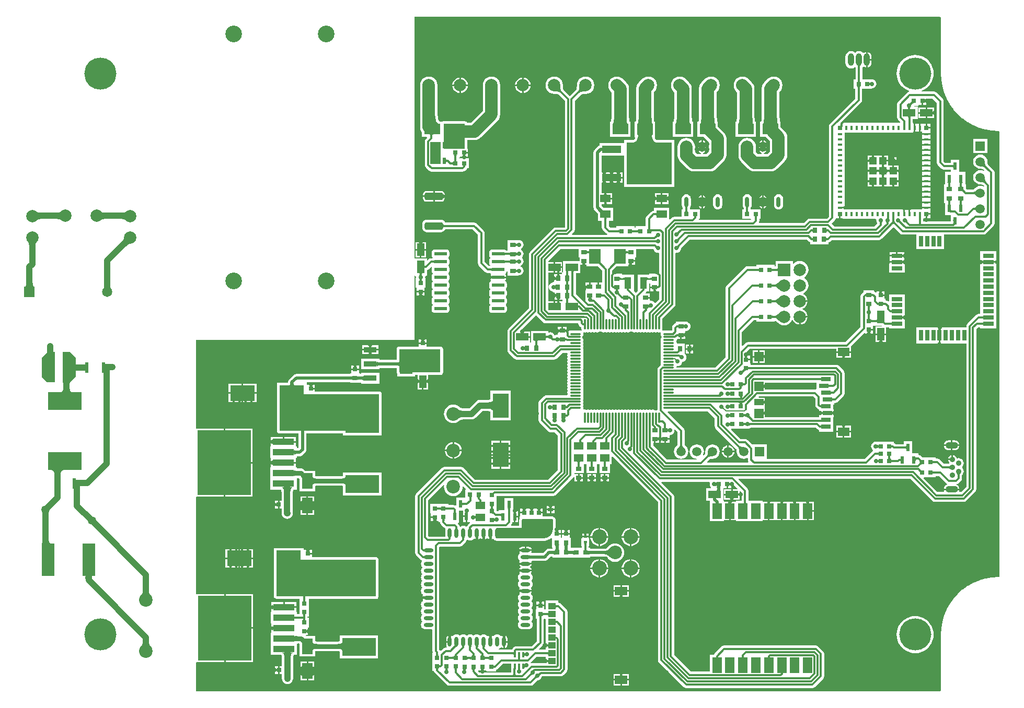
<source format=gtl>
G04*
G04 #@! TF.GenerationSoftware,Altium Limited,Altium Designer,20.1.12 (249)*
G04*
G04 Layer_Physical_Order=1*
G04 Layer_Color=255*
%FSLAX25Y25*%
%MOIN*%
G70*
G04*
G04 #@! TF.SameCoordinates,041EE257-4348-4326-8907-EFBAE9067CBE*
G04*
G04*
G04 #@! TF.FilePolarity,Positive*
G04*
G01*
G75*
%ADD10C,0.00787*%
%ADD15C,0.01968*%
%ADD16C,0.01000*%
%ADD18C,0.01181*%
%ADD21R,0.04724X0.03937*%
%ADD22R,0.07874X0.05315*%
%ADD23R,0.07087X0.02756*%
%ADD24R,0.02756X0.07087*%
%ADD25R,0.08465X0.12795*%
%ADD26R,0.08465X0.03740*%
%ADD27R,0.03000X0.03000*%
%ADD28R,0.04724X0.07874*%
%ADD29R,0.07874X0.04724*%
%ADD30R,0.02756X0.03543*%
%ADD31R,0.03000X0.03000*%
G04:AMPARAMS|DCode=32|XSize=80.71mil|YSize=23.23mil|CornerRadius=2.9mil|HoleSize=0mil|Usage=FLASHONLY|Rotation=0.000|XOffset=0mil|YOffset=0mil|HoleType=Round|Shape=RoundedRectangle|*
%AMROUNDEDRECTD32*
21,1,0.08071,0.01742,0,0,0.0*
21,1,0.07490,0.02323,0,0,0.0*
1,1,0.00581,0.03745,-0.00871*
1,1,0.00581,-0.03745,-0.00871*
1,1,0.00581,-0.03745,0.00871*
1,1,0.00581,0.03745,0.00871*
%
%ADD32ROUNDEDRECTD32*%
%ADD33R,0.03543X0.02756*%
%ADD34R,0.03543X0.03150*%
%ADD35R,0.04331X0.07480*%
%ADD36R,0.03150X0.03150*%
%ADD37R,0.04724X0.04724*%
%ADD38R,0.03150X0.01575*%
%ADD39R,0.01575X0.03150*%
%ADD40R,0.02362X0.05118*%
%ADD41R,0.05906X0.05118*%
%ADD42R,0.03150X0.03543*%
%ADD43R,0.07480X0.09449*%
%ADD44O,0.01181X0.07087*%
%ADD45O,0.07087X0.01181*%
%ADD46R,0.05906X0.03150*%
%ADD47R,0.07480X0.05512*%
%ADD48R,0.05906X0.06299*%
%ADD49R,0.05906X0.05906*%
%ADD50R,0.05906X0.03937*%
%ADD51R,0.12008X0.04921*%
%ADD52R,0.28740X0.26772*%
%ADD53R,0.06500X0.05100*%
%ADD54R,0.09843X0.06693*%
%ADD55O,0.02559X0.06496*%
%ADD56R,0.03268X0.02480*%
%ADD57R,0.01965X0.01781*%
%ADD58R,0.01575X0.03347*%
%ADD59R,0.33858X0.41339*%
%ADD60R,0.13780X0.04331*%
%ADD61R,0.06693X0.09843*%
%ADD62R,0.21260X0.11417*%
%ADD63R,0.04724X0.19291*%
%ADD64R,0.02362X0.06693*%
%ADD65R,0.07874X0.20866*%
%ADD66R,0.02362X0.03937*%
%ADD67R,0.15748X0.09843*%
%ADD68R,0.09843X0.15748*%
G04:AMPARAMS|DCode=69|XSize=47.24mil|YSize=118.11mil|CornerRadius=11.81mil|HoleSize=0mil|Usage=FLASHONLY|Rotation=270.000|XOffset=0mil|YOffset=0mil|HoleType=Round|Shape=RoundedRectangle|*
%AMROUNDEDRECTD69*
21,1,0.04724,0.09449,0,0,270.0*
21,1,0.02362,0.11811,0,0,270.0*
1,1,0.02362,-0.04724,-0.01181*
1,1,0.02362,-0.04724,0.01181*
1,1,0.02362,0.04724,0.01181*
1,1,0.02362,0.04724,-0.01181*
%
%ADD69ROUNDEDRECTD69*%
%ADD70R,0.05906X0.09843*%
%ADD71O,0.02362X0.06299*%
%ADD72O,0.06299X0.02362*%
%ADD131R,0.06500X0.06500*%
%ADD132C,0.06500*%
%ADD133C,0.05300*%
%ADD137R,0.02362X0.02362*%
%ADD138C,0.03937*%
%ADD139C,0.07874*%
%ADD140C,0.01102*%
%ADD141C,0.02953*%
%ADD142R,0.26400X0.14800*%
%ADD143R,0.63500X0.23500*%
%ADD144R,0.13500X0.16000*%
%ADD145R,0.06500X0.14000*%
%ADD146O,0.03937X0.07874*%
%ADD147C,0.03543*%
%ADD148O,0.07874X0.04331*%
%ADD149C,0.05906*%
%ADD150C,0.07874*%
%ADD151R,0.07874X0.07874*%
%ADD152C,0.08661*%
%ADD153C,0.09449*%
%ADD154C,0.20472*%
%ADD155C,0.10630*%
%ADD156R,0.05906X0.05906*%
%ADD157C,0.02756*%
G36*
X684Y269951D02*
X878Y269813D01*
X1102Y269690D01*
X1354Y269585D01*
X1634Y269495D01*
X1943Y269422D01*
X2280Y269365D01*
X2647Y269324D01*
X3464Y269291D01*
X3351Y265354D01*
X2927Y265347D01*
X2164Y265286D01*
X1824Y265233D01*
X1513Y265165D01*
X1230Y265081D01*
X975Y264983D01*
X749Y264869D01*
X550Y264740D01*
X380Y264596D01*
X517Y270106D01*
X684Y269951D01*
D02*
G37*
G36*
X-25104Y264596D02*
X-25274Y264740D01*
X-25473Y264869D01*
X-25700Y264983D01*
X-25954Y265081D01*
X-26238Y265165D01*
X-26549Y265233D01*
X-26888Y265286D01*
X-27256Y265324D01*
X-28075Y265354D01*
X-28189Y269291D01*
X-27766Y269299D01*
X-27005Y269365D01*
X-26667Y269422D01*
X-26358Y269495D01*
X-26078Y269585D01*
X-25826Y269690D01*
X-25603Y269813D01*
X-25408Y269951D01*
X-25242Y270106D01*
X-25104Y264596D01*
D02*
G37*
G36*
X16215Y264540D02*
X16049Y264694D01*
X15854Y264833D01*
X15631Y264955D01*
X15379Y265061D01*
X15098Y265151D01*
X14789Y265224D01*
X14452Y265281D01*
X14086Y265322D01*
X13268Y265354D01*
X13382Y269291D01*
X13805Y269299D01*
X14569Y269360D01*
X14908Y269413D01*
X15219Y269481D01*
X15502Y269564D01*
X15757Y269663D01*
X15984Y269777D01*
X16182Y269906D01*
X16353Y270050D01*
X16215Y264540D01*
D02*
G37*
G36*
X-40395Y269906D02*
X-40196Y269777D01*
X-39970Y269663D01*
X-39715Y269564D01*
X-39432Y269481D01*
X-39120Y269413D01*
X-38781Y269360D01*
X-38414Y269322D01*
X-37594Y269291D01*
X-37480Y265354D01*
X-37903Y265346D01*
X-38664Y265281D01*
X-39002Y265224D01*
X-39311Y265151D01*
X-39591Y265061D01*
X-39843Y264955D01*
X-40066Y264833D01*
X-40261Y264694D01*
X-40427Y264540D01*
X-40565Y270050D01*
X-40395Y269906D01*
D02*
G37*
G36*
X19055Y249488D02*
X18830Y249475D01*
X18596Y249430D01*
X18354Y249355D01*
X18102Y249248D01*
X17842Y249110D01*
X17572Y248941D01*
X17294Y248740D01*
X17007Y248509D01*
X16405Y247952D01*
X13621Y250736D01*
X13915Y251041D01*
X14410Y251624D01*
X14610Y251903D01*
X14779Y252172D01*
X14917Y252433D01*
X15024Y252684D01*
X15100Y252927D01*
X15144Y253161D01*
X15158Y253386D01*
X19055Y249488D01*
D02*
G37*
G36*
X-40701Y250445D02*
X-40835Y250248D01*
X-40953Y250023D01*
X-41055Y249769D01*
X-41142Y249488D01*
X-41212Y249178D01*
X-41268Y248839D01*
X-41307Y248472D01*
X-41339Y247653D01*
X-45276D01*
X-45283Y248077D01*
X-45346Y248839D01*
X-45401Y249178D01*
X-45472Y249488D01*
X-45559Y249769D01*
X-45661Y250023D01*
X-45779Y250248D01*
X-45913Y250445D01*
X-46063Y250614D01*
X-40551D01*
X-40701Y250445D01*
D02*
G37*
G36*
X213154Y237028D02*
X213084Y237120D01*
X213001Y237201D01*
X212905Y237274D01*
X212798Y237336D01*
X212677Y237389D01*
X212545Y237433D01*
X212400Y237466D01*
X212242Y237490D01*
X212072Y237505D01*
X211890Y237509D01*
Y238690D01*
X212072Y238695D01*
X212242Y238710D01*
X212400Y238734D01*
X212545Y238768D01*
X212677Y238811D01*
X212798Y238864D01*
X212905Y238926D01*
X213001Y238999D01*
X213084Y239080D01*
X213154Y239172D01*
Y237028D01*
D02*
G37*
G36*
X206784Y235861D02*
X206817Y235776D01*
X206871Y235701D01*
X206948Y235636D01*
X207046Y235581D01*
X207166Y235536D01*
X207308Y235501D01*
X207472Y235475D01*
X207657Y235460D01*
X207865Y235455D01*
Y234274D01*
X207657Y234269D01*
X207472Y234254D01*
X207308Y234229D01*
X207166Y234194D01*
X207046Y234149D01*
X206948Y234094D01*
X206871Y234029D01*
X206817Y233953D01*
X206784Y233868D01*
X206773Y233773D01*
Y235957D01*
X206784Y235861D01*
D02*
G37*
G36*
X205393Y230730D02*
X205293Y230694D01*
X205204Y230635D01*
X205128Y230551D01*
X205063Y230444D01*
X205009Y230312D01*
X204968Y230157D01*
X204942Y230000D01*
X204948Y229959D01*
X204974Y229839D01*
X205007Y229726D01*
X205047Y229621D01*
X205095Y229522D01*
X205150Y229430D01*
X205212Y229345D01*
X205282Y229267D01*
X205144Y229126D01*
D01*
X204334Y228300D01*
D01*
D01*
D01*
X205144Y227474D01*
D01*
X205282Y227333D01*
X205212Y227255D01*
X205150Y227170D01*
X205095Y227078D01*
X205047Y226979D01*
X205007Y226874D01*
X204974Y226761D01*
X204948Y226641D01*
X204944Y226617D01*
X204968Y226474D01*
X205009Y226319D01*
X205063Y226187D01*
X205128Y226080D01*
X205204Y225996D01*
X205293Y225937D01*
X205393Y225901D01*
X205505Y225889D01*
X203143D01*
X203256Y225901D01*
X203356Y225937D01*
X203445Y225996D01*
X203521Y226080D01*
X203586Y226187D01*
X203639Y226319D01*
X203681Y226474D01*
X203702Y226602D01*
X203700Y226618D01*
X203673Y226736D01*
X203639Y226848D01*
X203597Y226953D01*
X203547Y227050D01*
X203490Y227140D01*
X203425Y227223D01*
X203353Y227299D01*
X203491Y227440D01*
D01*
X204317Y228283D01*
X204334Y228300D01*
X204317Y228317D01*
X203491Y229160D01*
D01*
X203353Y229301D01*
X203425Y229377D01*
X203490Y229460D01*
X203547Y229550D01*
X203597Y229647D01*
X203639Y229752D01*
X203673Y229864D01*
X203700Y229982D01*
X203704Y230014D01*
X203681Y230157D01*
X203639Y230312D01*
X203586Y230444D01*
X203521Y230551D01*
X203445Y230635D01*
X203356Y230694D01*
X203256Y230730D01*
X203143Y230742D01*
X205505D01*
X205393Y230730D01*
D02*
G37*
G36*
X-43101Y225226D02*
X-43000Y223966D01*
X-42911Y223454D01*
X-42796Y223022D01*
X-42657Y222667D01*
X-42492Y222392D01*
X-42301Y222195D01*
X-42086Y222077D01*
X-41844Y222037D01*
X-48320D01*
X-48079Y222077D01*
X-47863Y222195D01*
X-47673Y222392D01*
X-47508Y222667D01*
X-47368Y223022D01*
X-47254Y223454D01*
X-47165Y223966D01*
X-47102Y224557D01*
X-47051Y225974D01*
X-43114D01*
X-43101Y225226D01*
D02*
G37*
G36*
X6499Y222968D02*
X6573Y221824D01*
X6606Y221619D01*
X6646Y221446D01*
X6692Y221305D01*
X6744Y221196D01*
X6803Y221120D01*
X2253D01*
X2311Y221196D01*
X2363Y221305D01*
X2409Y221446D01*
X2449Y221619D01*
X2482Y221824D01*
X2531Y222332D01*
X2556Y222968D01*
X2559Y223335D01*
X6496D01*
X6499Y222968D01*
D02*
G37*
G36*
X535577Y394331D02*
X535714Y394283D01*
X535836Y394206D01*
X535938Y394104D01*
X536015Y393981D01*
X536063Y393844D01*
X536092Y393588D01*
Y358268D01*
X536103Y358212D01*
X536095Y358155D01*
X536313Y354266D01*
X536342Y354156D01*
X536339Y354042D01*
X536991Y350202D01*
X537032Y350096D01*
X537041Y349983D01*
X538120Y346240D01*
X538172Y346139D01*
X538194Y346027D01*
X539684Y342428D01*
X539748Y342334D01*
X539782Y342226D01*
X541666Y338816D01*
X541740Y338729D01*
X541786Y338626D01*
X544040Y335449D01*
X544123Y335371D01*
X544180Y335273D01*
X546776Y332368D01*
X546867Y332300D01*
X546935Y332209D01*
X549840Y329614D01*
X549938Y329556D01*
X550016Y329473D01*
X553193Y327219D01*
X553297Y327173D01*
X553383Y327099D01*
X556792Y325215D01*
X556901Y325181D01*
X556995Y325117D01*
X560594Y323627D01*
X560706Y323604D01*
X560807Y323552D01*
X564550Y322474D01*
X564663Y322465D01*
X564769Y322424D01*
X568609Y321772D01*
X568723Y321775D01*
X568833Y321746D01*
X572666Y321531D01*
X572978Y321496D01*
X573115Y321448D01*
X573238Y321371D01*
X573340Y321269D01*
X573417Y321146D01*
X573464Y321010D01*
X573493Y320753D01*
Y37514D01*
X573464Y37258D01*
X573417Y37121D01*
X573340Y36999D01*
X573238Y36896D01*
X573115Y36819D01*
X572978Y36772D01*
X572666Y36737D01*
X568833Y36521D01*
X568723Y36493D01*
X568609Y36496D01*
X564769Y35844D01*
X564663Y35803D01*
X564549Y35793D01*
X560807Y34715D01*
X560706Y34663D01*
X560594Y34641D01*
X556995Y33150D01*
X556901Y33087D01*
X556792Y33052D01*
X553383Y31168D01*
X553297Y31095D01*
X553193Y31049D01*
X550016Y28794D01*
X549938Y28712D01*
X549840Y28654D01*
X546935Y26058D01*
X546867Y25968D01*
X546776Y25899D01*
X544180Y22995D01*
X544123Y22897D01*
X544040Y22819D01*
X541786Y19642D01*
X541740Y19538D01*
X541666Y19451D01*
X539782Y16042D01*
X539748Y15934D01*
X539684Y15839D01*
X538194Y12240D01*
X538172Y12129D01*
X538120Y12028D01*
X537041Y8285D01*
X537032Y8172D01*
X536991Y8066D01*
X536339Y4225D01*
X536342Y4112D01*
X536313Y4002D01*
X536095Y112D01*
X536103Y56D01*
X536092Y0D01*
Y-35321D01*
X536063Y-35577D01*
X536015Y-35713D01*
X535938Y-35836D01*
X535836Y-35939D01*
X535714Y-36015D01*
X535577Y-36063D01*
X535320Y-36092D01*
X61238D01*
Y-17828D01*
X61610Y-17520D01*
X61738Y-17520D01*
X79039D01*
Y4150D01*
Y25819D01*
X61738D01*
X61610Y25819D01*
X61238Y26127D01*
Y87612D01*
X61316Y88080D01*
X61738Y88080D01*
X78745D01*
Y109749D01*
Y131418D01*
X61738D01*
X61316Y131418D01*
X61238Y131886D01*
Y188100D01*
X200338D01*
Y228705D01*
X200465Y229082D01*
X200950Y229122D01*
X201367Y228643D01*
X201322Y228300D01*
X201363Y227988D01*
X201250Y227488D01*
X201250D01*
Y221338D01*
X201824D01*
Y219413D01*
X204324D01*
X206824D01*
Y221338D01*
X207399D01*
Y227488D01*
X207399D01*
X207237Y227988D01*
X207278Y228300D01*
X207233Y228643D01*
X207668Y229143D01*
X208360D01*
Y232755D01*
X208710Y232825D01*
X209426Y233304D01*
X211350Y235228D01*
X211739Y234909D01*
X211598Y234699D01*
X211453Y233971D01*
Y232229D01*
X211598Y231501D01*
X211995Y230907D01*
X212062Y230772D01*
Y230428D01*
X211995Y230293D01*
X211598Y229699D01*
X211453Y228971D01*
Y227229D01*
X211598Y226501D01*
X211995Y225907D01*
X212062Y225772D01*
Y225428D01*
X211995Y225293D01*
X211598Y224699D01*
X211453Y223971D01*
Y222229D01*
X211598Y221501D01*
X211995Y220907D01*
X212062Y220772D01*
Y220428D01*
X211995Y220293D01*
X211598Y219699D01*
X211453Y218971D01*
Y217229D01*
X211598Y216501D01*
X212010Y215884D01*
X212062Y215850D01*
Y215350D01*
X212010Y215316D01*
X211598Y214699D01*
X211453Y213971D01*
Y212229D01*
X211598Y211501D01*
X212010Y210884D01*
X212062Y210850D01*
Y210350D01*
X212010Y210316D01*
X211598Y209699D01*
X211453Y208971D01*
Y207229D01*
X211598Y206501D01*
X212010Y205884D01*
X212627Y205472D01*
X213355Y205327D01*
X220845D01*
X221573Y205472D01*
X222190Y205884D01*
X222602Y206501D01*
X222747Y207229D01*
Y208971D01*
X222602Y209699D01*
X222190Y210316D01*
X222139Y210350D01*
Y210850D01*
X222190Y210884D01*
X222602Y211501D01*
X222747Y212229D01*
Y213971D01*
X222602Y214699D01*
X222190Y215316D01*
X222139Y215350D01*
Y215850D01*
X222190Y215884D01*
X222602Y216501D01*
X222747Y217229D01*
Y218971D01*
X222602Y219699D01*
X222205Y220293D01*
X222139Y220428D01*
Y220772D01*
X222205Y220907D01*
X222602Y221501D01*
X222747Y222229D01*
Y223971D01*
X222602Y224699D01*
X222205Y225293D01*
X222139Y225428D01*
Y225772D01*
X222205Y225907D01*
X222602Y226501D01*
X222747Y227229D01*
Y228971D01*
X222602Y229699D01*
X222205Y230293D01*
X222139Y230428D01*
Y230772D01*
X222205Y230907D01*
X222602Y231501D01*
X222747Y232229D01*
Y233971D01*
X222602Y234699D01*
X222190Y235316D01*
X222139Y235350D01*
Y235850D01*
X222190Y235884D01*
X222602Y236501D01*
X222747Y237229D01*
Y238971D01*
X222602Y239699D01*
X222205Y240293D01*
X222139Y240428D01*
Y240772D01*
X222205Y240907D01*
X222602Y241501D01*
X222747Y242229D01*
Y243971D01*
X222602Y244699D01*
X222190Y245316D01*
X221573Y245728D01*
X220845Y245873D01*
X213355D01*
X212627Y245728D01*
X212010Y245316D01*
X211598Y244699D01*
X211453Y243971D01*
Y242229D01*
X211598Y241501D01*
X212010Y240884D01*
Y240792D01*
X211527Y240308D01*
X211100D01*
X210255Y240140D01*
X209539Y239661D01*
X208822Y238944D01*
X208360Y239135D01*
Y240167D01*
X200838D01*
X200486Y240167D01*
X200338Y240606D01*
Y394359D01*
X535320Y394359D01*
X535577Y394331D01*
D02*
G37*
G36*
X3202Y173006D02*
X3276Y172925D01*
X3399Y172853D01*
X3571Y172791D01*
X3793Y172738D01*
X4064Y172695D01*
X4383Y172661D01*
X5170Y172623D01*
X5638Y172618D01*
Y168681D01*
X5170Y168676D01*
X4064Y168604D01*
X3793Y168561D01*
X3571Y168509D01*
X3399Y168446D01*
X3276Y168374D01*
X3202Y168293D01*
X3178Y168202D01*
Y173098D01*
X3202Y173006D01*
D02*
G37*
G36*
X-29000Y161004D02*
X-33724D01*
X-37268Y164547D01*
Y176752D01*
X-33724Y180295D01*
X-29000D01*
Y161004D01*
D02*
G37*
G36*
X-15614Y176752D02*
Y172316D01*
X-15232Y172306D01*
Y168369D01*
X-15614Y168359D01*
Y164547D01*
X-19157Y161004D01*
X-19192D01*
X-19242Y160977D01*
X-19307Y160858D01*
X-19364Y160662D01*
X-19414Y160386D01*
X-19456Y160032D01*
X-19517Y159087D01*
X-19535Y158008D01*
X-19531Y157863D01*
X-19472Y157191D01*
X-19374Y156599D01*
X-19236Y156086D01*
X-19059Y155651D01*
X-18842Y155296D01*
X-18586Y155019D01*
X-18291Y154822D01*
X-17957Y154703D01*
X-17583Y154664D01*
X-25457D01*
X-25083Y154703D01*
X-24748Y154822D01*
X-24453Y155019D01*
X-24197Y155296D01*
X-23980Y155651D01*
X-23803Y156086D01*
X-23665Y156599D01*
X-23567Y157191D01*
X-23508Y157863D01*
X-23504Y158012D01*
X-23675Y160662D01*
X-23732Y160858D01*
X-23797Y160977D01*
X-23848Y161004D01*
X-23882D01*
Y180295D01*
X-19157D01*
X-15614Y176752D01*
D02*
G37*
G36*
X-23661Y105066D02*
X-23996Y104948D01*
X-24291Y104750D01*
X-24547Y104474D01*
X-24764Y104119D01*
X-24941Y103684D01*
X-25079Y103171D01*
X-25177Y102578D01*
X-25236Y101907D01*
X-25256Y101157D01*
X-29193D01*
X-29213Y101907D01*
X-29272Y102578D01*
X-29370Y103171D01*
X-29508Y103684D01*
X-29685Y104119D01*
X-29902Y104474D01*
X-30158Y104750D01*
X-30453Y104948D01*
X-30787Y105066D01*
X-31161Y105106D01*
X-23287D01*
X-23661Y105066D01*
D02*
G37*
G36*
X-32901Y61258D02*
X-32842Y60587D01*
X-32744Y59995D01*
X-32606Y59482D01*
X-32429Y59048D01*
X-32212Y58692D01*
X-31956Y58416D01*
X-31661Y58218D01*
X-31327Y58099D01*
X-30953Y58059D01*
X-37279Y58071D01*
X-37199Y58110D01*
X-37128Y58228D01*
X-37064Y58425D01*
X-37010Y58701D01*
X-36963Y59055D01*
X-36896Y60000D01*
X-36858Y62008D01*
X-32921D01*
X-32901Y61258D01*
D02*
G37*
G36*
X-4913Y37203D02*
X-5016Y37126D01*
X-5106Y36997D01*
X-5185Y36817D01*
X-5251Y36586D01*
X-5305Y36303D01*
X-5347Y35969D01*
X-5395Y35146D01*
X-5401Y34657D01*
X-9339D01*
X-9345Y35146D01*
X-9435Y36303D01*
X-9489Y36586D01*
X-9556Y36817D01*
X-9634Y36997D01*
X-9724Y37126D01*
X-9827Y37203D01*
X-9941Y37229D01*
X-4799D01*
X-4913Y37203D01*
D02*
G37*
G36*
X31098Y28052D02*
X31183Y27226D01*
X31258Y26851D01*
X31353Y26502D01*
X31470Y26178D01*
X31609Y25880D01*
X31768Y25608D01*
X31949Y25361D01*
X32151Y25140D01*
X26088D01*
X26290Y25361D01*
X26470Y25608D01*
X26630Y25880D01*
X26768Y26178D01*
X26885Y26502D01*
X26981Y26851D01*
X27055Y27226D01*
X27108Y27626D01*
X27140Y28052D01*
X27151Y28503D01*
X31088D01*
X31098Y28052D01*
D02*
G37*
G36*
Y-4468D02*
X31183Y-5294D01*
X31258Y-5669D01*
X31353Y-6018D01*
X31470Y-6341D01*
X31609Y-6639D01*
X31768Y-6912D01*
X31949Y-7158D01*
X32151Y-7380D01*
X26088D01*
X26290Y-7158D01*
X26470Y-6912D01*
X26630Y-6639D01*
X26768Y-6341D01*
X26885Y-6018D01*
X26981Y-5669D01*
X27055Y-5294D01*
X27108Y-4894D01*
X27140Y-4468D01*
X27151Y-4016D01*
X31088D01*
X31098Y-4468D01*
D02*
G37*
%LPC*%
G36*
X204334Y228300D02*
D01*
D01*
D01*
D01*
D02*
G37*
G36*
X483838Y372525D02*
X482913Y372403D01*
X482051Y372046D01*
X481338Y371499D01*
X480625Y372046D01*
X479763Y372403D01*
X478838Y372525D01*
X477913Y372403D01*
X477051Y372046D01*
X476311Y371478D01*
X475743Y370738D01*
X475386Y369876D01*
X475264Y368951D01*
Y365014D01*
X475386Y364089D01*
X475743Y363227D01*
X476311Y362487D01*
X477051Y361919D01*
X477913Y361562D01*
X478838Y361440D01*
X479763Y361562D01*
X480625Y361919D01*
X481176Y362342D01*
X481186Y362339D01*
X481630Y362060D01*
Y354625D01*
X480613D01*
Y348475D01*
X481480D01*
Y342203D01*
X465339Y326061D01*
X464860Y325345D01*
X464692Y324500D01*
Y266915D01*
X463304Y265526D01*
X452322D01*
X451478Y265358D01*
X450761Y264879D01*
X448627Y262745D01*
X420196D01*
X419960Y263186D01*
X420141Y263457D01*
X420309Y264301D01*
Y265364D01*
X421176D01*
Y271514D01*
X414809D01*
Y272206D01*
X414821Y272293D01*
X414837Y272370D01*
X414856Y272437D01*
X414877Y272497D01*
X414899Y272551D01*
X414924Y272599D01*
X414952Y272645D01*
X415017Y272736D01*
X415048Y272806D01*
X415095Y272867D01*
X415138Y272972D01*
X415192Y273052D01*
X415211Y273147D01*
X415382Y273561D01*
X415480Y274306D01*
Y278243D01*
X415382Y278988D01*
X415095Y279683D01*
X414637Y280279D01*
X414041Y280736D01*
X413346Y281024D01*
X412601Y281122D01*
X411856Y281024D01*
X411162Y280736D01*
X410566Y280279D01*
X410108Y279683D01*
X409821Y278988D01*
X409722Y278243D01*
Y274306D01*
X409821Y273561D01*
X409992Y273147D01*
X410011Y273052D01*
X410065Y272972D01*
X410108Y272867D01*
X410154Y272806D01*
X410186Y272736D01*
X410251Y272645D01*
X410279Y272599D01*
X410303Y272551D01*
X410326Y272497D01*
X410347Y272438D01*
X410366Y272370D01*
X410381Y272293D01*
X410394Y272206D01*
Y271514D01*
X409527D01*
Y265364D01*
X414898D01*
X415164Y264864D01*
X415063Y264714D01*
X381976D01*
X381653Y265213D01*
X381658Y265224D01*
X381827Y265364D01*
X382376D01*
Y271514D01*
X376009D01*
Y272206D01*
X376021Y272293D01*
X376037Y272370D01*
X376056Y272437D01*
X376077Y272497D01*
X376099Y272551D01*
X376124Y272599D01*
X376152Y272645D01*
X376217Y272736D01*
X376248Y272806D01*
X376295Y272867D01*
X376338Y272972D01*
X376392Y273052D01*
X376411Y273147D01*
X376582Y273561D01*
X376680Y274306D01*
Y278243D01*
X376582Y278988D01*
X376295Y279683D01*
X375837Y280279D01*
X375241Y280736D01*
X374547Y281024D01*
X373801Y281122D01*
X373056Y281024D01*
X372362Y280736D01*
X371766Y280279D01*
X371308Y279683D01*
X371021Y278988D01*
X370922Y278243D01*
Y274306D01*
X371021Y273561D01*
X371192Y273147D01*
X371211Y273052D01*
X371265Y272972D01*
X371308Y272867D01*
X371354Y272806D01*
X371386Y272736D01*
X371451Y272645D01*
X371479Y272599D01*
X371503Y272551D01*
X371526Y272497D01*
X371547Y272438D01*
X371566Y272370D01*
X371581Y272293D01*
X371594Y272206D01*
Y271514D01*
X370727D01*
Y266682D01*
X366074D01*
X365229Y266514D01*
X364513Y266035D01*
X363338Y264860D01*
X362876Y265052D01*
Y272527D01*
X353227D01*
Y270610D01*
X352890D01*
X352046Y270442D01*
X351329Y269963D01*
X348512Y267145D01*
X348033Y266429D01*
X347865Y265584D01*
Y260671D01*
X341498D01*
Y259804D01*
X340926D01*
Y260672D01*
X329277D01*
Y259805D01*
X325405D01*
X324359Y260851D01*
Y264277D01*
X326976D01*
Y272527D01*
X321792D01*
X321697Y272546D01*
X321602Y272527D01*
X321132D01*
X321020Y272605D01*
X320394Y273134D01*
X320029Y273487D01*
X319995Y273509D01*
X319711Y273793D01*
Y274852D01*
X321556D01*
X321556Y274871D01*
X321182Y274876D01*
X321254Y274952D01*
X321319Y275035D01*
X321375Y275126D01*
X321425Y275223D01*
X321466Y275328D01*
X321483Y275384D01*
X321466Y275447D01*
X321413Y275578D01*
X321348Y275685D01*
X321271Y275769D01*
X321183Y275829D01*
X321082Y275864D01*
X320970Y275876D01*
X321559D01*
X321561Y275960D01*
X321651Y275959D01*
Y278402D01*
Y280859D01*
X321561Y280860D01*
X321559Y280940D01*
X320970D01*
X321082Y280952D01*
X321183Y280987D01*
X321271Y281047D01*
X321348Y281129D01*
X321413Y281236D01*
X321466Y281365D01*
X321485Y281436D01*
X321468Y281493D01*
X321428Y281599D01*
X321380Y281697D01*
X321324Y281789D01*
X321262Y281873D01*
X321192Y281951D01*
X321556Y281947D01*
X321556Y281952D01*
X319711D01*
Y288345D01*
X320546D01*
X320545Y288438D01*
X320491Y289185D01*
X320471Y289266D01*
X320448Y289323D01*
X320422Y289358D01*
X320393Y289369D01*
X322669D01*
X322640Y289358D01*
X322613Y289323D01*
X322590Y289266D01*
X322570Y289185D01*
X322553Y289082D01*
X322540Y288955D01*
X322517Y288438D01*
X322516Y288345D01*
X325046D01*
X325045Y288438D01*
X324991Y289185D01*
X324971Y289266D01*
X324948Y289323D01*
X324922Y289358D01*
X324893Y289369D01*
X325509D01*
Y291806D01*
X326009D01*
D01*
X325509D01*
Y294243D01*
X324900D01*
X324928Y294254D01*
X324953Y294288D01*
X324975Y294345D01*
X324994Y294426D01*
X325010Y294528D01*
X325033Y294803D01*
X325045Y295168D01*
X325046Y295267D01*
X322516D01*
X322516Y295168D01*
X322568Y294426D01*
X322587Y294345D01*
X322609Y294288D01*
X322634Y294254D01*
X322662Y294243D01*
X320400D01*
X320428Y294254D01*
X320453Y294288D01*
X320475Y294345D01*
X320494Y294426D01*
X320510Y294528D01*
X320533Y294803D01*
X320545Y295168D01*
X320546Y295267D01*
X319711D01*
Y305802D01*
X333580D01*
X333588Y305802D01*
X334080Y305783D01*
Y285861D01*
X365970D01*
Y315782D01*
X355428D01*
X354887Y315839D01*
X354586Y315946D01*
X354319Y316124D01*
X354046Y316419D01*
X353763Y316881D01*
X353622Y317228D01*
X353901Y317728D01*
X353901D01*
Y319220D01*
X353919Y319315D01*
X353918Y319323D01*
X353919Y319332D01*
X353901Y319421D01*
Y325878D01*
X353919Y325968D01*
X353918Y325976D01*
X353919Y325984D01*
X353901Y326079D01*
Y327571D01*
X353279D01*
X352964Y332310D01*
Y346289D01*
X353462Y346786D01*
X354345Y347938D01*
X354900Y349279D01*
X355090Y350718D01*
X354900Y352156D01*
X354345Y353497D01*
X353462Y354649D01*
X352310Y355532D01*
X350969Y356087D01*
X349530Y356277D01*
X348092Y356087D01*
X346751Y355532D01*
X345599Y354649D01*
X343473Y352523D01*
X342590Y351371D01*
X342035Y350030D01*
X341845Y348592D01*
Y333109D01*
X341776Y329926D01*
X341629Y328138D01*
X341543Y327571D01*
X340908D01*
Y326079D01*
X340890Y325984D01*
X340891Y325976D01*
X340890Y325968D01*
X340908Y325878D01*
Y319421D01*
X340890Y319332D01*
X340891Y319323D01*
X340890Y319315D01*
X340908Y319220D01*
Y317728D01*
X340908D01*
X341187Y317228D01*
X341045Y316881D01*
X340763Y316419D01*
X340489Y316124D01*
X340223Y315946D01*
X339922Y315839D01*
X339381Y315782D01*
X334080D01*
Y313892D01*
X333588Y313873D01*
X333580Y313873D01*
X318430D01*
Y312281D01*
X317927Y312073D01*
X317521Y311762D01*
X317392Y311663D01*
X317392Y311663D01*
X317392Y311663D01*
X315305Y309575D01*
X315032Y309219D01*
X314895Y309040D01*
X314895Y309040D01*
X314894Y309040D01*
X314752Y308695D01*
X314637Y308418D01*
X314637Y308418D01*
X314637Y308418D01*
X314605Y308180D01*
X314549Y307750D01*
Y272724D01*
X314637Y272056D01*
X314749Y271785D01*
X314894Y271433D01*
X315305Y270899D01*
X316327Y269876D01*
X316345Y269848D01*
X317028Y269111D01*
X317236Y268852D01*
X317327Y268722D01*
Y268251D01*
X317308Y268156D01*
X317327Y268061D01*
Y264277D01*
X319944D01*
Y259936D01*
X320112Y259091D01*
X320590Y258375D01*
X322929Y256036D01*
X323318Y255776D01*
X323166Y255276D01*
X301071D01*
X300880Y255738D01*
X302061Y256920D01*
X302540Y257636D01*
X302708Y258481D01*
Y340778D01*
X306698Y344768D01*
X306753Y344803D01*
X306885Y344866D01*
X307080Y344936D01*
X307337Y345004D01*
X307655Y345065D01*
X308012Y345113D01*
X308955Y345172D01*
X309401Y345175D01*
X309525Y345158D01*
X310964Y345348D01*
X312304Y345903D01*
X313456Y346786D01*
X314339Y347938D01*
X314895Y349279D01*
X315084Y350718D01*
X314895Y352156D01*
X314339Y353497D01*
X313456Y354649D01*
X312304Y355532D01*
X310964Y356087D01*
X309525Y356277D01*
X308086Y356087D01*
X306745Y355532D01*
X305594Y354649D01*
X304710Y353497D01*
X304155Y352156D01*
X303965Y350718D01*
X303982Y350593D01*
X303979Y350148D01*
X303920Y349204D01*
X303873Y348847D01*
X303811Y348530D01*
X303743Y348273D01*
X303673Y348078D01*
X303611Y347946D01*
X303575Y347890D01*
X299525Y343840D01*
X295474Y347890D01*
X295439Y347946D01*
X295376Y348078D01*
X295307Y348273D01*
X295238Y348530D01*
X295177Y348847D01*
X295129Y349204D01*
X295071Y350148D01*
X295068Y350593D01*
X295084Y350718D01*
X294895Y352156D01*
X294339Y353497D01*
X293456Y354649D01*
X292304Y355532D01*
X290964Y356087D01*
X289525Y356277D01*
X288086Y356087D01*
X286745Y355532D01*
X285594Y354649D01*
X284710Y353497D01*
X284155Y352156D01*
X283965Y350718D01*
X284155Y349279D01*
X284710Y347938D01*
X285594Y346786D01*
X286745Y345903D01*
X288086Y345348D01*
X289525Y345158D01*
X289649Y345175D01*
X290095Y345172D01*
X291038Y345113D01*
X291395Y345065D01*
X291712Y345004D01*
X291969Y344936D01*
X292165Y344866D01*
X292296Y344803D01*
X292352Y344768D01*
X296324Y340796D01*
Y260211D01*
X296086Y259973D01*
X290618D01*
X289773Y259805D01*
X289056Y259326D01*
X274003Y244272D01*
X273524Y243556D01*
X273356Y242711D01*
Y208337D01*
X260318Y195299D01*
X259839Y194583D01*
X259671Y193738D01*
Y181537D01*
X259839Y180693D01*
X260318Y179976D01*
X264126Y176168D01*
X264842Y175689D01*
X265687Y175521D01*
X289413D01*
X290258Y175689D01*
X290974Y176168D01*
X294727Y179921D01*
X297901D01*
X298021Y179316D01*
X298114Y179176D01*
X298021Y179037D01*
X297853Y178192D01*
X298021Y177347D01*
X298114Y177208D01*
X298021Y177068D01*
X297853Y176224D01*
X298021Y175379D01*
X298114Y175239D01*
X298021Y175100D01*
X297853Y174255D01*
X298021Y173410D01*
X298114Y173271D01*
X298021Y173131D01*
X297853Y172286D01*
X298021Y171442D01*
X298114Y171302D01*
X298021Y171163D01*
X297853Y170318D01*
X298021Y169473D01*
X298114Y169334D01*
X298021Y169194D01*
X297853Y168350D01*
X298021Y167505D01*
X298114Y167365D01*
X298021Y167226D01*
X297853Y166381D01*
X298021Y165536D01*
X298114Y165397D01*
X298021Y165257D01*
X297853Y164412D01*
X298021Y163568D01*
X298114Y163428D01*
X298021Y163289D01*
X297853Y162444D01*
X298021Y161599D01*
X298114Y161460D01*
X298021Y161320D01*
X297853Y160476D01*
X298021Y159631D01*
X298114Y159491D01*
X298021Y159352D01*
X297853Y158507D01*
X298021Y157662D01*
X298114Y157523D01*
X298021Y157383D01*
X297853Y156538D01*
X298021Y155694D01*
X298114Y155554D01*
X298021Y155415D01*
X297853Y154570D01*
X298021Y153725D01*
X298114Y153586D01*
X298021Y153446D01*
X297901Y152841D01*
X284533D01*
X283688Y152673D01*
X282972Y152194D01*
X280139Y149361D01*
X279660Y148645D01*
X279492Y147800D01*
Y136900D01*
X279660Y136055D01*
X280139Y135339D01*
X285539Y129939D01*
X286255Y129460D01*
X287100Y129292D01*
X289787D01*
X291792Y127287D01*
Y105015D01*
X285741Y98963D01*
X239115D01*
X234283Y103795D01*
X234283Y103795D01*
X231730Y106348D01*
X231013Y106826D01*
X230169Y106994D01*
X219507D01*
X218662Y106826D01*
X217946Y106348D01*
X201477Y89878D01*
X200998Y89162D01*
X200830Y88317D01*
Y52250D01*
X200998Y51405D01*
X201477Y50688D01*
X204146Y48019D01*
X204862Y47541D01*
X204992Y47515D01*
X205200Y46964D01*
X204951Y46639D01*
X204673Y45969D01*
X204579Y45250D01*
X204673Y44530D01*
X204951Y43860D01*
X205393Y43284D01*
Y42884D01*
X204951Y42309D01*
X204673Y41638D01*
X204579Y40919D01*
X204673Y40199D01*
X204951Y39529D01*
X205393Y38953D01*
Y38554D01*
X204951Y37978D01*
X204673Y37308D01*
X204579Y36588D01*
X204673Y35869D01*
X204951Y35198D01*
X205393Y34623D01*
Y34223D01*
X204951Y33647D01*
X204673Y32977D01*
X204579Y32257D01*
X204673Y31538D01*
X204951Y30868D01*
X205393Y30292D01*
Y29892D01*
X204951Y29317D01*
X204673Y28646D01*
X204579Y27927D01*
X204673Y27207D01*
X204951Y26537D01*
X205393Y25961D01*
X205709Y25719D01*
X205784Y25181D01*
X205738Y25097D01*
X205304Y24447D01*
X205252Y24188D01*
X205361Y24190D01*
X205742Y24224D01*
X205797Y24234D01*
X205801Y24565D01*
X205877Y24493D01*
X205960Y24429D01*
X206050Y24372D01*
X206148Y24323D01*
X206162Y24317D01*
X206241Y24341D01*
X206387Y24397D01*
X206524Y24462D01*
X206651Y24535D01*
X206769Y24617D01*
Y24190D01*
X206885Y24186D01*
X206883Y24096D01*
X209327D01*
Y23096D01*
X206870D01*
X206869Y23005D01*
X206769Y23003D01*
Y22575D01*
X206651Y22657D01*
X206524Y22730D01*
X206387Y22795D01*
X206241Y22851D01*
X206148Y22879D01*
X206130Y22873D01*
X206032Y22825D01*
X205940Y22769D01*
X205855Y22706D01*
X205778Y22636D01*
X205782Y22961D01*
X205742Y22968D01*
X205557Y22989D01*
X205253Y23002D01*
X205304Y22745D01*
X205738Y22095D01*
X205784Y22011D01*
X205709Y21474D01*
X205393Y21231D01*
X204951Y20655D01*
X204673Y19985D01*
X204579Y19265D01*
X204673Y18546D01*
X204951Y17876D01*
X205393Y17300D01*
Y16900D01*
X204951Y16324D01*
X204673Y15654D01*
X204579Y14935D01*
X204673Y14215D01*
X204951Y13545D01*
X205393Y12969D01*
Y12570D01*
X204951Y11994D01*
X204673Y11323D01*
X204579Y10604D01*
X204673Y9885D01*
X204951Y9214D01*
X205393Y8638D01*
Y8239D01*
X204951Y7663D01*
X204673Y6993D01*
X204579Y6273D01*
X204673Y5554D01*
X204951Y4883D01*
X205393Y4308D01*
X205968Y3866D01*
X206639Y3588D01*
X207358Y3494D01*
X211295D01*
X211454Y3514D01*
X211830Y3185D01*
Y-10450D01*
X211977Y-11188D01*
X211858Y-11688D01*
X211858D01*
Y-17837D01*
Y-23337D01*
X212843D01*
X212893Y-23590D01*
X213372Y-24306D01*
X221089Y-32023D01*
X221805Y-32502D01*
X222650Y-32670D01*
X274520D01*
X275365Y-32502D01*
X276081Y-32023D01*
X278849Y-29255D01*
X279454Y-29175D01*
X280172Y-28878D01*
X280789Y-28405D01*
X281262Y-27788D01*
X281560Y-27070D01*
X281565Y-27028D01*
X281576Y-27007D01*
X281576Y-27006D01*
X281576Y-27006D01*
X281586Y-26984D01*
X281590Y-26969D01*
X281630Y-26904D01*
X281632Y-26902D01*
X281652Y-26878D01*
X281904Y-26627D01*
X293753D01*
X294598Y-26459D01*
X295314Y-25980D01*
X297430Y-23864D01*
X297909Y-23148D01*
X298077Y-22303D01*
Y14518D01*
X297909Y15363D01*
X297430Y16079D01*
X293782Y19728D01*
X293066Y20207D01*
X292221Y20375D01*
X292075D01*
Y21710D01*
X284201D01*
Y16419D01*
X283807Y16163D01*
X283232D01*
Y18088D01*
X280732D01*
X278232D01*
Y16163D01*
X277658D01*
Y10013D01*
X278525D01*
Y-4248D01*
X275318Y-7454D01*
X265173D01*
X264769Y-7535D01*
X264328Y-7622D01*
X264328Y-7622D01*
X264328Y-7622D01*
X263975Y-7858D01*
X263612Y-8101D01*
X263012Y-8700D01*
X263012Y-8700D01*
X263012Y-8700D01*
X262765Y-9070D01*
X262534Y-9416D01*
X262534Y-9416D01*
X262533Y-9416D01*
X262522Y-9474D01*
X262211D01*
Y-9628D01*
X254233D01*
X254134Y-9128D01*
X254614Y-8929D01*
X255190Y-8488D01*
X255433Y-8171D01*
X255970Y-8096D01*
X256054Y-8143D01*
X256704Y-8577D01*
X257055Y-8647D01*
Y-4554D01*
Y-2097D01*
X256965Y-2096D01*
X256962Y-1995D01*
X256534D01*
X256616Y-1878D01*
X256689Y-1751D01*
X256754Y-1614D01*
X256810Y-1467D01*
X256838Y-1375D01*
X256832Y-1357D01*
X256784Y-1259D01*
X256728Y-1167D01*
X256665Y-1082D01*
X256595Y-1005D01*
X256920Y-1008D01*
X256927Y-969D01*
X256948Y-783D01*
X256961Y-479D01*
X256704Y-531D01*
X256054Y-965D01*
X255970Y-1011D01*
X255433Y-936D01*
X255190Y-620D01*
X254614Y-178D01*
X253944Y100D01*
X253224Y195D01*
X252505Y100D01*
X251835Y-178D01*
X251259Y-620D01*
X251016Y-936D01*
X250479Y-1011D01*
X250395Y-965D01*
X249745Y-531D01*
X249485Y-479D01*
X249488Y-588D01*
X249522Y-969D01*
X249532Y-1023D01*
X249863Y-1027D01*
X249791Y-1103D01*
X249727Y-1187D01*
X249670Y-1277D01*
X249621Y-1375D01*
X249615Y-1389D01*
X249639Y-1467D01*
X249695Y-1614D01*
X249760Y-1751D01*
X249833Y-1878D01*
X249915Y-1995D01*
X249487D01*
X249484Y-2111D01*
X249394Y-2110D01*
Y-4554D01*
X248394D01*
Y-2097D01*
X248303Y-2096D01*
X248301Y-1995D01*
X247873D01*
X247955Y-1878D01*
X248028Y-1751D01*
X248093Y-1614D01*
X248149Y-1467D01*
X248177Y-1375D01*
X248170Y-1357D01*
X248122Y-1259D01*
X248067Y-1167D01*
X248004Y-1082D01*
X247934Y-1005D01*
X248259Y-1008D01*
X248265Y-969D01*
X248287Y-783D01*
X248300Y-479D01*
X248043Y-531D01*
X247393Y-965D01*
X247308Y-1011D01*
X246771Y-936D01*
X246529Y-620D01*
X245953Y-178D01*
X245282Y100D01*
X244563Y195D01*
X243844Y100D01*
X243173Y-178D01*
X242743Y-508D01*
X242398Y-579D01*
X242053Y-508D01*
X241622Y-178D01*
X240952Y100D01*
X240232Y195D01*
X239513Y100D01*
X238843Y-178D01*
X238267Y-620D01*
X237867D01*
X237291Y-178D01*
X236621Y100D01*
X235902Y195D01*
X235182Y100D01*
X234512Y-178D01*
X234081Y-508D01*
X233736Y-579D01*
X233391Y-508D01*
X232961Y-178D01*
X232290Y100D01*
X231571Y195D01*
X230852Y100D01*
X230181Y-178D01*
X229606Y-620D01*
X229206D01*
X228630Y-178D01*
X227960Y100D01*
X227240Y195D01*
X226521Y100D01*
X225850Y-178D01*
X225275Y-620D01*
X225032Y-936D01*
X224495Y-1011D01*
X224410Y-965D01*
X223761Y-531D01*
X223501Y-479D01*
X223503Y-588D01*
X223538Y-969D01*
X223547Y-1023D01*
X223879Y-1027D01*
X223807Y-1103D01*
X223742Y-1187D01*
X223686Y-1277D01*
X223636Y-1375D01*
X223631Y-1389D01*
X223655Y-1467D01*
X223711Y-1614D01*
X223775Y-1751D01*
X223849Y-1878D01*
X223931Y-1995D01*
X223503D01*
X223500Y-2111D01*
X223410Y-2110D01*
Y-4554D01*
X222910D01*
Y-5054D01*
X220686D01*
Y-6522D01*
X220855Y-7373D01*
X221101Y-7742D01*
X220834Y-8242D01*
X220290D01*
X219445Y-8410D01*
X218729Y-8889D01*
X217389Y-10228D01*
X216747Y-10163D01*
X216494Y-9784D01*
X216246Y-9536D01*
Y55735D01*
X216752Y56242D01*
X229438D01*
X230283Y56410D01*
X230999Y56888D01*
X233132Y59022D01*
X233611Y59738D01*
X233729Y60332D01*
X234239Y60553D01*
X234266Y60551D01*
X234512Y60362D01*
X235182Y60084D01*
X235902Y59990D01*
X236621Y60084D01*
X237291Y60362D01*
X237867Y60804D01*
X238110Y61120D01*
X238647Y61195D01*
X238732Y61149D01*
X239381Y60715D01*
X239624Y60667D01*
X239621Y60787D01*
X239588Y61169D01*
X239585Y61191D01*
X239247Y61195D01*
X239319Y61271D01*
X239383Y61355D01*
X239440Y61445D01*
X239489Y61543D01*
X239503Y61576D01*
X239476Y61664D01*
X239423Y61809D01*
X239360Y61943D01*
X239290Y62067D01*
X239211Y62180D01*
X239623D01*
X239626Y62279D01*
X239732Y62278D01*
Y64738D01*
X240732D01*
Y62265D01*
X240807Y62264D01*
X240809Y62180D01*
X241254D01*
X241169Y62059D01*
X241093Y61929D01*
X241026Y61789D01*
X240968Y61641D01*
X240935Y61537D01*
X240940Y61525D01*
X240988Y61427D01*
X241043Y61335D01*
X241106Y61250D01*
X241176Y61173D01*
X240853Y61176D01*
X240847Y61142D01*
X240825Y60957D01*
X240811Y60661D01*
X241083Y60715D01*
X241805Y61197D01*
X242097Y61634D01*
X242698D01*
X242990Y61197D01*
X243712Y60715D01*
X243971Y60663D01*
X243969Y60772D01*
X243935Y61153D01*
X243925Y61208D01*
X243594Y61212D01*
X243666Y61288D01*
X243730Y61371D01*
X243787Y61461D01*
X243836Y61559D01*
X243842Y61573D01*
X243818Y61652D01*
X243762Y61798D01*
X243697Y61935D01*
X243624Y62062D01*
X243542Y62180D01*
X243969D01*
X243972Y62296D01*
X244063Y62294D01*
Y64738D01*
X245063D01*
Y62281D01*
X245153Y62280D01*
X245156Y62180D01*
X245584D01*
X245502Y62062D01*
X245429Y61935D01*
X245364Y61798D01*
X245308Y61652D01*
X245280Y61559D01*
X245286Y61541D01*
X245335Y61443D01*
X245390Y61351D01*
X245453Y61266D01*
X245523Y61189D01*
X245198Y61193D01*
X245191Y61153D01*
X245170Y60968D01*
X245157Y60664D01*
X245414Y60715D01*
X246135Y61197D01*
X246428Y61634D01*
X247029D01*
X247321Y61197D01*
X248043Y60715D01*
X248302Y60663D01*
X248300Y60772D01*
X248265Y61153D01*
X248256Y61208D01*
X247925Y61212D01*
X247997Y61288D01*
X248061Y61371D01*
X248118Y61461D01*
X248167Y61559D01*
X248173Y61573D01*
X248149Y61652D01*
X248093Y61798D01*
X248028Y61935D01*
X247955Y62062D01*
X247873Y62180D01*
X248300D01*
X248303Y62296D01*
X248394Y62294D01*
Y64738D01*
X249394D01*
Y62281D01*
X249484Y62280D01*
X249487Y62180D01*
X249915D01*
X249833Y62062D01*
X249760Y61935D01*
X249695Y61798D01*
X249639Y61652D01*
X249611Y61559D01*
X249617Y61541D01*
X249665Y61443D01*
X249721Y61351D01*
X249783Y61266D01*
X249854Y61189D01*
X249529Y61193D01*
X249522Y61153D01*
X249501Y60968D01*
X249488Y60664D01*
X249745Y60715D01*
X250466Y61197D01*
X250938Y61003D01*
X251049Y60836D01*
X251049Y60836D01*
X251330Y60555D01*
X251851Y60207D01*
X252219Y60054D01*
X252833Y59932D01*
X283063D01*
X283218Y59963D01*
X283376D01*
X284612Y60209D01*
X284758Y60269D01*
X284914Y60300D01*
X286078Y60783D01*
X286210Y60871D01*
X286356Y60931D01*
X287404Y61632D01*
X287516Y61743D01*
X287647Y61831D01*
X287658Y61841D01*
X288158Y61634D01*
Y57440D01*
X288139Y57345D01*
X288158Y57250D01*
Y55758D01*
X288158D01*
X288396Y55431D01*
X288320Y54935D01*
X288003Y54931D01*
X287963Y54922D01*
X286136D01*
X285468Y54834D01*
X284845Y54576D01*
X284311Y54166D01*
X282306Y52161D01*
X275768D01*
X275727Y52170D01*
X275171Y52175D01*
X274973Y52437D01*
X274908Y52682D01*
X275161Y53060D01*
X275231Y53411D01*
X271138D01*
X268681D01*
X268680Y53320D01*
X268580Y53318D01*
Y52890D01*
X268462Y52972D01*
X268335Y53045D01*
X268198Y53110D01*
X268052Y53166D01*
X267959Y53194D01*
X267941Y53188D01*
X267843Y53140D01*
X267751Y53084D01*
X267667Y53021D01*
X267589Y52951D01*
X267593Y53276D01*
X267553Y53283D01*
X267368Y53304D01*
X267064Y53317D01*
X267115Y53060D01*
X267549Y52410D01*
X267595Y52326D01*
X267520Y51788D01*
X267204Y51546D01*
X266762Y50970D01*
X266484Y50300D01*
X266390Y49580D01*
X266484Y48861D01*
X266762Y48190D01*
X267204Y47615D01*
X267520Y47372D01*
X267595Y46835D01*
X267549Y46750D01*
X267115Y46101D01*
X267063Y45841D01*
X267172Y45843D01*
X267553Y45878D01*
X267608Y45887D01*
X267612Y46219D01*
X267688Y46147D01*
X267771Y46082D01*
X267861Y46026D01*
X267959Y45976D01*
X267973Y45971D01*
X268052Y45995D01*
X268198Y46051D01*
X268335Y46115D01*
X268462Y46189D01*
X268580Y46271D01*
Y45843D01*
X268695Y45840D01*
X268694Y45750D01*
X271138D01*
X275231D01*
X275161Y46101D01*
X274920Y46461D01*
X275177Y46977D01*
X275392Y46989D01*
X275719Y46990D01*
X275762Y46999D01*
X283375D01*
X284043Y47087D01*
X284665Y47345D01*
X285200Y47755D01*
X287205Y49760D01*
X287963D01*
X288003Y49751D01*
X288337Y49747D01*
X288407Y49742D01*
Y49266D01*
X289899D01*
X289994Y49248D01*
X290088Y49266D01*
X300056D01*
Y49266D01*
X300556Y49378D01*
X300758Y49276D01*
Y49266D01*
X302250D01*
X302345Y49248D01*
X302440Y49266D01*
X310726D01*
X310821Y49248D01*
X310916Y49266D01*
X312408D01*
Y49740D01*
X312495Y49747D01*
X312811Y49751D01*
X312852Y49760D01*
X321386D01*
X321409Y49754D01*
X321664Y49739D01*
X321842Y49708D01*
X322043Y49650D01*
X322269Y49561D01*
X322520Y49436D01*
X322794Y49272D01*
X323071Y49079D01*
X323749Y48508D01*
X324105Y48161D01*
X324117Y48153D01*
X324123Y48146D01*
X325022Y47408D01*
X326048Y46859D01*
X327162Y46521D01*
X328319Y46407D01*
X329477Y46521D01*
X330590Y46859D01*
X331616Y47408D01*
X332515Y48146D01*
X333253Y49045D01*
X333802Y50071D01*
X334139Y51184D01*
X334253Y52342D01*
X334139Y53499D01*
X333802Y54612D01*
X333253Y55638D01*
X332515Y56538D01*
X331616Y57276D01*
X330590Y57824D01*
X329477Y58162D01*
X328319Y58276D01*
X327162Y58162D01*
X326048Y57824D01*
X325022Y57276D01*
X324123Y56538D01*
X324116Y56529D01*
X324104Y56522D01*
X323734Y56160D01*
X323403Y55866D01*
X323089Y55617D01*
X322794Y55411D01*
X322519Y55246D01*
X322269Y55121D01*
X322043Y55032D01*
X321842Y54975D01*
X321663Y54943D01*
X321409Y54928D01*
X321386Y54922D01*
X312852D01*
X312811Y54931D01*
X312478Y54935D01*
X312408Y54940D01*
Y55416D01*
X311541D01*
Y56596D01*
X311891D01*
Y58088D01*
X311909Y58183D01*
X311891Y58278D01*
Y61527D01*
X311316D01*
Y62114D01*
X309333D01*
X307350D01*
Y61527D01*
X306775D01*
Y58278D01*
X306757Y58183D01*
X306775Y58088D01*
Y56596D01*
X307125D01*
Y55416D01*
X302440D01*
X302345Y55435D01*
X302250Y55416D01*
X300758D01*
Y55406D01*
X300549Y55301D01*
X300154Y55663D01*
X300192Y55758D01*
X300192D01*
X300192Y55860D01*
Y57250D01*
X300211Y57345D01*
X300192Y57440D01*
Y61908D01*
X299618D01*
Y63833D01*
X297118D01*
X294618D01*
Y61908D01*
X293732D01*
Y63833D01*
X291232D01*
Y64333D01*
X290732D01*
Y65166D01*
X290642D01*
X290638Y65307D01*
X290627Y65440D01*
X290608Y65567D01*
X290582Y65686D01*
X290548Y65798D01*
X290544Y65809D01*
X290051D01*
X290163Y65821D01*
X290264Y65856D01*
X290353Y65916D01*
X290429Y66000D01*
X290444Y66025D01*
X290403Y66093D01*
X290339Y66177D01*
X290268Y66254D01*
X290551D01*
X290589Y66393D01*
X290618Y66572D01*
X290636Y66775D01*
X290642Y66997D01*
X290438Y67307D01*
X290438Y67733D01*
X290465Y68233D01*
X290465D01*
Y73863D01*
X290303D01*
X290179Y74162D01*
X289831Y74683D01*
X289578Y74936D01*
X289057Y75284D01*
X288726Y75421D01*
X288111Y75543D01*
X282286Y75543D01*
Y77410D01*
X279786D01*
Y77910D01*
X279286D01*
Y78566D01*
X279195Y78563D01*
X279191Y78704D01*
X279180Y78837D01*
X279160Y78963D01*
X279133Y79082D01*
X279099Y79193D01*
X279056Y79297D01*
X279010Y79386D01*
X278605D01*
X278717Y79398D01*
X278817Y79434D01*
X278906Y79493D01*
X278924Y79513D01*
X278882Y79565D01*
X278809Y79640D01*
X279025Y79647D01*
X279048Y79684D01*
X279101Y79816D01*
X279142Y79971D01*
X279172Y80150D01*
X279189Y80352D01*
X279191Y80410D01*
X275683D01*
X275684Y80352D01*
X275702Y80150D01*
X275731Y79971D01*
X275773Y79816D01*
X275821Y79696D01*
X276039Y79703D01*
X275971Y79624D01*
X275917Y79549D01*
X275968Y79493D01*
X276056Y79434D01*
X276157Y79398D01*
X276269Y79386D01*
X275827D01*
X275808Y79346D01*
X275768Y79240D01*
X275736Y79127D01*
X275711Y79007D01*
X275693Y78880D01*
X275682Y78746D01*
X275678Y78606D01*
X275588Y78602D01*
Y77910D01*
X274588D01*
Y78566D01*
X274497Y78563D01*
X274493Y78704D01*
X274482Y78837D01*
X274463Y78963D01*
X274435Y79082D01*
X274401Y79193D01*
X274358Y79297D01*
X274312Y79386D01*
X273907D01*
X274019Y79398D01*
X274119Y79434D01*
X274208Y79493D01*
X274226Y79513D01*
X274184Y79565D01*
X274111Y79640D01*
X274327Y79647D01*
X274350Y79684D01*
X274403Y79816D01*
X274444Y79971D01*
X274474Y80150D01*
X274491Y80352D01*
X274493Y80410D01*
X270940D01*
X270941Y80352D01*
X270959Y80150D01*
X270989Y79971D01*
X271030Y79816D01*
X271060Y79740D01*
X271296Y79748D01*
X271228Y79669D01*
X271166Y79583D01*
X271157Y79567D01*
X271225Y79493D01*
X271314Y79434D01*
X271414Y79398D01*
X271526Y79386D01*
X271063D01*
X271026Y79285D01*
X270993Y79172D01*
X270968Y79052D01*
X270950Y78925D01*
X270939Y78791D01*
X270936Y78651D01*
X270890Y78649D01*
Y77910D01*
X270390D01*
Y77410D01*
X267890D01*
Y75485D01*
X267315D01*
Y73662D01*
X267279Y73479D01*
X267227Y73217D01*
X267227Y73217D01*
X267227Y73217D01*
X267227Y73038D01*
X267227Y69643D01*
X262214Y69643D01*
X262022Y70105D01*
X262193Y70277D01*
X262672Y70993D01*
X262818Y71724D01*
X263873D01*
Y75283D01*
Y77055D01*
X263809Y77053D01*
X263806Y77194D01*
X263794Y77327D01*
X263775Y77453D01*
X263748Y77572D01*
X263713Y77683D01*
X263670Y77787D01*
X263648Y77830D01*
X263219D01*
X263331Y77842D01*
X263432Y77877D01*
X263520Y77936D01*
X263559Y77978D01*
X263496Y78055D01*
X263423Y78130D01*
X263667Y78138D01*
X263715Y78255D01*
X263756Y78409D01*
X263786Y78586D01*
X263804Y78786D01*
X263805Y78845D01*
X263388Y79023D01*
Y80515D01*
X263407Y80610D01*
X263390Y80695D01*
X263398Y80782D01*
X263388Y80812D01*
Y87291D01*
X257876D01*
Y80812D01*
X257867Y80782D01*
X257875Y80695D01*
X257858Y80610D01*
X257876Y80515D01*
Y79417D01*
X254136D01*
Y78709D01*
X253253D01*
X252799Y78899D01*
X252781Y78994D01*
Y80435D01*
Y85935D01*
Y88642D01*
X289101D01*
X289946Y88810D01*
X290662Y89288D01*
X301467Y100093D01*
X301640Y100352D01*
X302309Y100454D01*
X302407Y100375D01*
Y97692D01*
X304505D01*
X304503Y97747D01*
X304486Y97948D01*
X304456Y98125D01*
X304415Y98279D01*
X304413Y98284D01*
X304135D01*
X304206Y98361D01*
X304270Y98445D01*
X304305Y98501D01*
X304297Y98515D01*
X304220Y98598D01*
X304132Y98657D01*
X304031Y98692D01*
X303919Y98704D01*
X304402D01*
X304416Y98739D01*
X304450Y98852D01*
X304476Y98971D01*
X304495Y99098D01*
X304506Y99231D01*
X304509Y99372D01*
X304678D01*
Y100070D01*
Y102448D01*
X302869D01*
X302564Y102888D01*
X302557Y102948D01*
X302594Y103023D01*
X308525D01*
Y108732D01*
X310112D01*
Y103023D01*
X316805D01*
Y108732D01*
X318392D01*
Y103023D01*
X325085D01*
Y108732D01*
X326266D01*
Y113506D01*
X326728Y113698D01*
X355725Y84702D01*
Y-16196D01*
X355893Y-17041D01*
X356371Y-17758D01*
X372062Y-33449D01*
X372778Y-33927D01*
X373623Y-34095D01*
X454130D01*
X454975Y-33927D01*
X455691Y-33449D01*
X460991Y-28148D01*
X461470Y-27432D01*
X461638Y-26587D01*
Y-12342D01*
X461470Y-11497D01*
X460991Y-10780D01*
X457878Y-7667D01*
X457162Y-7188D01*
X456317Y-7020D01*
X410876D01*
X410876Y-7020D01*
X397760D01*
X396915Y-7188D01*
X396199Y-7667D01*
X391727Y-12139D01*
X391249Y-12855D01*
X391226Y-12968D01*
X388761D01*
Y-23643D01*
X376852D01*
X366046Y-12836D01*
Y88062D01*
X365878Y88907D01*
X365399Y89623D01*
X357948Y97074D01*
X358140Y97536D01*
X388499D01*
X388833Y97036D01*
X388723Y96771D01*
X388622Y96000D01*
X388723Y95229D01*
X389021Y94511D01*
X389494Y93894D01*
X389584Y93825D01*
X389414Y93325D01*
X386314D01*
Y85451D01*
X388761D01*
Y72465D01*
X397816D01*
Y73040D01*
X401056D01*
Y78961D01*
Y84882D01*
X397816D01*
Y85457D01*
X397338D01*
Y91648D01*
X397357Y91744D01*
X397338Y91837D01*
Y91853D01*
X397344Y91940D01*
X397338Y91959D01*
Y92937D01*
X397463D01*
Y93512D01*
X399388D01*
Y96012D01*
X399888D01*
Y96512D01*
X400652D01*
X400649Y96603D01*
X400790Y96607D01*
X400923Y96618D01*
X401049Y96637D01*
X401168Y96664D01*
X401280Y96699D01*
X401364Y96733D01*
Y97193D01*
X401376Y97081D01*
X401411Y96981D01*
X401471Y96892D01*
X401540Y96829D01*
X401571Y96849D01*
X401653Y96914D01*
X401728Y96987D01*
X401735Y96721D01*
X401793Y96697D01*
X401948Y96656D01*
X402127Y96626D01*
X402330Y96609D01*
X402388Y96607D01*
Y96737D01*
X402850Y96928D01*
X406565Y93212D01*
X406374Y92751D01*
X403350D01*
Y89888D01*
X403545D01*
Y90085D01*
X403585Y90065D01*
X403661Y90047D01*
X403775Y90031D01*
X404113Y90005D01*
X405606Y89979D01*
Y89888D01*
X406243D01*
X406239Y89979D01*
X406380Y89983D01*
X406513Y89995D01*
X406639Y90014D01*
X406757Y90041D01*
X406763Y90043D01*
Y90570D01*
X406775Y90457D01*
X406810Y90357D01*
X406870Y90268D01*
X406953Y90192D01*
X407026Y90148D01*
X407068Y90170D01*
X407157Y90229D01*
X407238Y90295D01*
X407312Y90369D01*
X407327Y90038D01*
X407347Y90032D01*
X407526Y90003D01*
X407729Y89985D01*
X407787Y89983D01*
Y91338D01*
X408249Y91529D01*
X408992Y90785D01*
Y85457D01*
X405297D01*
Y84882D01*
X402056D01*
Y78961D01*
Y73040D01*
X405297D01*
Y72465D01*
X422619D01*
Y73040D01*
X425859D01*
Y78961D01*
Y83328D01*
X425709D01*
X425706Y83469D01*
X425695Y83602D01*
X425676Y83729D01*
X425650Y83848D01*
X425643Y83870D01*
X425119D01*
X425231Y83882D01*
X425331Y83917D01*
X425420Y83977D01*
X425497Y84059D01*
X425542Y84133D01*
X425526Y84164D01*
X425470Y84255D01*
X425407Y84339D01*
X425335Y84416D01*
X425647D01*
X425656Y84449D01*
X425686Y84626D01*
X425703Y84827D01*
X425705Y84882D01*
X422619D01*
Y85457D01*
X413408D01*
Y91700D01*
X413240Y92545D01*
X412761Y93261D01*
X406980Y99042D01*
X407171Y99504D01*
X516577D01*
X530761Y85320D01*
X531478Y84841D01*
X532323Y84673D01*
X550653D01*
X551498Y84841D01*
X552214Y85320D01*
X558099Y91205D01*
X558578Y91921D01*
X558746Y92766D01*
Y195151D01*
X559898Y196304D01*
X561254D01*
Y195559D01*
X571490D01*
Y199496D01*
X571490D01*
Y203433D01*
X571490D01*
Y207370D01*
X571490D01*
Y211307D01*
X571490D01*
Y215244D01*
X571490D01*
Y219181D01*
X571490D01*
Y223118D01*
X571490D01*
Y227055D01*
X571490D01*
Y230992D01*
X571490D01*
Y236898D01*
X570915D01*
Y237382D01*
X566372D01*
X563365D01*
X563362Y237291D01*
X563222Y237288D01*
X563088Y237277D01*
X562961Y237258D01*
X562842Y237233D01*
X562841Y237233D01*
Y236701D01*
X562829Y236813D01*
X562793Y236913D01*
X562734Y237002D01*
X562651Y237079D01*
X562564Y237132D01*
X562524Y237112D01*
X562431Y237058D01*
X562346Y236996D01*
X562268Y236926D01*
X562275Y237235D01*
X562262Y237238D01*
X562085Y237268D01*
X561884Y237285D01*
X561829Y237287D01*
Y236898D01*
X561254D01*
Y232961D01*
X561254D01*
Y229024D01*
X561254D01*
Y225087D01*
X561254D01*
Y221150D01*
X561254D01*
Y217213D01*
X561254D01*
Y213276D01*
X561254D01*
Y209338D01*
X561254D01*
Y205401D01*
X561254D01*
Y204657D01*
X560137D01*
X559292Y204488D01*
X558576Y204010D01*
X553008Y198442D01*
X552530Y197726D01*
X552362Y196881D01*
Y196150D01*
X536254D01*
Y195575D01*
X535864D01*
X535866Y195517D01*
X535884Y195314D01*
X535913Y195135D01*
X535923Y195099D01*
X536242Y195092D01*
X536170Y195017D01*
X536105Y194934D01*
X536047Y194844D01*
X536030Y194811D01*
X536072Y194742D01*
X536149Y194658D01*
X536238Y194598D01*
X536338Y194563D01*
X536450Y194551D01*
X535927D01*
X535921Y194531D01*
X535894Y194412D01*
X535875Y194286D01*
X535864Y194152D01*
X535860Y194012D01*
X535769Y194014D01*
Y191032D01*
Y186488D01*
X536254D01*
Y185913D01*
X552362D01*
Y94496D01*
X549023Y91157D01*
X547963D01*
X547685Y91573D01*
X547823Y91908D01*
X547866Y92234D01*
X542968D01*
X538069D01*
X538112Y91908D01*
X538251Y91573D01*
X537973Y91157D01*
X533952D01*
X525165Y99944D01*
X525357Y100406D01*
X532642D01*
Y101273D01*
X534804D01*
X538756Y97321D01*
X538756Y97321D01*
X538756Y97321D01*
X539448Y96629D01*
X539789Y96402D01*
X540051Y96227D01*
X540072Y95810D01*
X540037Y95680D01*
X539600Y95499D01*
X538939Y94991D01*
X538431Y94330D01*
X538112Y93560D01*
X538069Y93234D01*
X542968D01*
X547866D01*
X547823Y93560D01*
X547504Y94330D01*
X546997Y94991D01*
X546336Y95499D01*
X546247Y95536D01*
X546226Y96013D01*
X546261Y96071D01*
X546662Y96151D01*
X546662Y96151D01*
X546662Y96151D01*
X547022Y96391D01*
X547378Y96629D01*
X548899Y98150D01*
X548899Y98150D01*
X548899Y98150D01*
X549175Y98563D01*
X549377Y98866D01*
X549377Y98866D01*
X549378Y98866D01*
X549467Y99317D01*
X549546Y99711D01*
X549546Y99711D01*
X549546Y99711D01*
Y101606D01*
X549552Y101626D01*
X549561Y101649D01*
X549573Y101675D01*
X549592Y101706D01*
X549618Y101743D01*
X549655Y101787D01*
X549740Y101876D01*
X549764Y101914D01*
X550261Y102562D01*
X550598Y103376D01*
X550713Y104250D01*
X550598Y105123D01*
X550261Y105937D01*
X549862Y106456D01*
X549770Y106809D01*
X549862Y107161D01*
X550261Y107680D01*
X550598Y108494D01*
X550713Y109368D01*
X550598Y110241D01*
X550261Y111055D01*
X549725Y111754D01*
X549025Y112291D01*
X548211Y112628D01*
X547338Y112743D01*
X546464Y112628D01*
X545971Y112965D01*
X545822Y113324D01*
X545378Y113903D01*
X544799Y114348D01*
X544124Y114627D01*
X543901Y114656D01*
Y111927D01*
X543401D01*
Y111427D01*
X540671D01*
X540700Y111203D01*
X540980Y110529D01*
X541424Y109950D01*
Y109510D01*
X541065Y109234D01*
X541027Y109210D01*
X540938Y109125D01*
X540894Y109089D01*
X540857Y109063D01*
X540826Y109044D01*
X540800Y109031D01*
X540778Y109022D01*
X540757Y109016D01*
X538152D01*
X535416Y111752D01*
X534700Y112231D01*
X533855Y112399D01*
X532642D01*
Y113266D01*
X524148D01*
X524133Y113268D01*
X523974Y113406D01*
X523374Y114007D01*
X522657Y114486D01*
X521812Y114654D01*
X521653D01*
Y115688D01*
X517913D01*
Y123562D01*
X512401D01*
Y121636D01*
X508227D01*
X508227Y121636D01*
X507142D01*
X507016Y121762D01*
X506300Y122240D01*
X506242Y122252D01*
Y123276D01*
X494593D01*
Y123158D01*
X494580Y123147D01*
X493809Y123046D01*
X493091Y122748D01*
X492474Y122275D01*
X492001Y121658D01*
X491703Y120940D01*
X491602Y120169D01*
X491703Y119398D01*
X492001Y118680D01*
X492474Y118063D01*
X492780Y117828D01*
X492760Y117213D01*
X492518Y117052D01*
X487501Y112035D01*
X425347D01*
X424965Y112322D01*
Y121377D01*
X415910D01*
X415910Y121377D01*
Y121377D01*
X415545Y121665D01*
X412949Y124261D01*
X412232Y124740D01*
X411387Y124908D01*
X408286D01*
X402341Y130853D01*
X402532Y131315D01*
X411750D01*
X411750Y131315D01*
X412250Y131462D01*
X412938Y131371D01*
X413709Y131473D01*
X414427Y131770D01*
X414963Y132182D01*
X456283D01*
X457287Y131178D01*
X458003Y130699D01*
X458361Y130628D01*
Y129589D01*
X467416D01*
Y133920D01*
Y138826D01*
X467629D01*
Y140806D01*
X467571Y140804D01*
X467368Y140787D01*
X467206Y140760D01*
X467202Y140432D01*
X467126Y140504D01*
X467043Y140568D01*
X466952Y140625D01*
X466891Y140656D01*
X466795Y140598D01*
X466712Y140521D01*
X466652Y140432D01*
X466616Y140332D01*
X466605Y140220D01*
Y140757D01*
X466519Y140776D01*
X466392Y140795D01*
X466259Y140806D01*
X466118Y140810D01*
X466119Y140901D01*
X463676D01*
X461219D01*
X461218Y140810D01*
X461078Y140806D01*
X460944Y140795D01*
X460817Y140777D01*
X460735Y140759D01*
Y140220D01*
X460723Y140332D01*
X460688Y140432D01*
X460629Y140521D01*
X460546Y140598D01*
X460444Y140660D01*
X460381Y140629D01*
X460289Y140574D01*
X460205Y140511D01*
X460127Y140441D01*
X460131Y140761D01*
X459979Y140787D01*
X459778Y140804D01*
X459723Y140806D01*
Y140219D01*
X458361D01*
Y138657D01*
X423928D01*
Y140648D01*
X423870Y140647D01*
X423667Y140629D01*
X423488Y140599D01*
X423398Y140575D01*
X423414Y140304D01*
X423334Y140370D01*
X423247Y140430D01*
X423159Y140479D01*
X423095Y140440D01*
X423011Y140363D01*
X422951Y140275D01*
X422916Y140174D01*
X422904Y140062D01*
Y140577D01*
X422831Y140597D01*
X422711Y140621D01*
X422584Y140639D01*
X422450Y140649D01*
X422309Y140653D01*
X422303Y140743D01*
X419975D01*
Y141743D01*
X422236D01*
X422230Y141834D01*
X422371Y141838D01*
X422504Y141850D01*
X422630Y141869D01*
X422748Y141897D01*
X422858Y141933D01*
X422904Y141952D01*
Y142424D01*
X422916Y142312D01*
X422951Y142212D01*
X423011Y142123D01*
X423090Y142050D01*
X423144Y142087D01*
X423224Y142155D01*
X423297Y142230D01*
X423315Y141936D01*
X423333Y141928D01*
X423488Y141887D01*
X423667Y141857D01*
X423870Y141840D01*
X423928Y141838D01*
Y145361D01*
Y147735D01*
X423870Y147733D01*
X423667Y147716D01*
X423488Y147686D01*
X423398Y147662D01*
X423414Y147391D01*
X423334Y147457D01*
X423247Y147516D01*
X423159Y147565D01*
X423095Y147527D01*
X423011Y147450D01*
X422951Y147361D01*
X422916Y147261D01*
X422904Y147149D01*
Y147663D01*
X422831Y147683D01*
X422711Y147708D01*
X422584Y147725D01*
X422450Y147736D01*
X422309Y147739D01*
X422303Y147830D01*
X419975D01*
Y148830D01*
X422236D01*
X422230Y148920D01*
X422371Y148924D01*
X422504Y148936D01*
X422630Y148956D01*
X422748Y148984D01*
X422858Y149019D01*
X422904Y149039D01*
Y149511D01*
X422916Y149399D01*
X422951Y149298D01*
X423011Y149210D01*
X423090Y149137D01*
X423144Y149174D01*
X423224Y149241D01*
X423297Y149316D01*
X423315Y149022D01*
X423333Y149015D01*
X423488Y148973D01*
X423667Y148944D01*
X423870Y148926D01*
X423928Y148925D01*
Y151298D01*
X420014D01*
X419777Y151798D01*
X419957Y152027D01*
X454938D01*
X456076Y150889D01*
Y146596D01*
X456244Y145751D01*
X456723Y145035D01*
X457587Y144170D01*
X458303Y143692D01*
X458361Y143680D01*
Y142582D01*
X459723D01*
Y141996D01*
X459778Y141997D01*
X459979Y142015D01*
X460146Y142043D01*
X460150Y142370D01*
X460226Y142298D01*
X460309Y142234D01*
X460399Y142177D01*
X460456Y142148D01*
X460546Y142204D01*
X460629Y142281D01*
X460688Y142369D01*
X460723Y142470D01*
X460735Y142582D01*
Y142047D01*
X460833Y142025D01*
X460959Y142006D01*
X461093Y141995D01*
X461234Y141991D01*
X461232Y141901D01*
X463676D01*
X466132D01*
X466133Y141991D01*
X466274Y141995D01*
X466408Y142006D01*
X466534Y142025D01*
X466605Y142040D01*
Y142582D01*
X466616Y142470D01*
X466652Y142369D01*
X466712Y142281D01*
X466795Y142204D01*
X466903Y142139D01*
X466971Y142172D01*
X467063Y142228D01*
X467147Y142290D01*
X467225Y142361D01*
X467221Y142039D01*
X467368Y142015D01*
X467571Y141997D01*
X467629Y141996D01*
Y143975D01*
X467416D01*
Y146913D01*
X468203D01*
Y147854D01*
X468750D01*
X469595Y148022D01*
X470311Y148501D01*
X474136Y152325D01*
X474615Y153042D01*
X474783Y153887D01*
Y166946D01*
X474615Y167791D01*
X474136Y168507D01*
X470982Y171661D01*
X470266Y172139D01*
X469421Y172307D01*
X414913Y172307D01*
Y173174D01*
X414338D01*
Y175100D01*
X411838D01*
Y175600D01*
X411338D01*
Y176642D01*
X411247Y176635D01*
X411243Y176776D01*
X411231Y176909D01*
X411211Y177035D01*
X411201Y177076D01*
X410657D01*
X410769Y177087D01*
X410869Y177123D01*
X410958Y177183D01*
X411035Y177266D01*
X411099Y177373D01*
X411051Y177460D01*
X410991Y177547D01*
X410923Y177626D01*
X410847Y177698D01*
X411205Y177724D01*
X411224Y177839D01*
X411241Y178042D01*
X411243Y178100D01*
X411168D01*
Y179545D01*
X413965Y182342D01*
X469369D01*
Y180916D01*
X474109D01*
X478849D01*
Y184139D01*
X487276Y192567D01*
X487738Y192375D01*
Y192290D01*
X489643D01*
X489642Y192348D01*
X489624Y192551D01*
X489595Y192730D01*
X489553Y192885D01*
X489534Y192934D01*
X489274Y192934D01*
X489345Y193011D01*
X489408Y193095D01*
X489430Y193130D01*
X489358Y193207D01*
X489270Y193267D01*
X489169Y193303D01*
X489057Y193315D01*
X489525D01*
X489554Y193389D01*
X489588Y193501D01*
X489614Y193621D01*
X489633Y193747D01*
X489644Y193881D01*
X489648Y194022D01*
X489738Y194021D01*
Y194790D01*
X490238D01*
Y195290D01*
X492738D01*
Y197216D01*
X493313D01*
Y198083D01*
X493925D01*
Y197250D01*
X498242D01*
X498291Y197175D01*
X498024Y196675D01*
X494500D01*
Y192238D01*
X497862D01*
X501224D01*
Y196304D01*
X502986D01*
Y195559D01*
X513222D01*
Y201465D01*
X512647D01*
Y201854D01*
X512590Y201852D01*
X512387Y201835D01*
X512208Y201805D01*
X512172Y201796D01*
X512165Y201476D01*
X512089Y201548D01*
X512007Y201613D01*
X511917Y201671D01*
X511884Y201688D01*
X511814Y201646D01*
X511731Y201569D01*
X511671Y201480D01*
X511635Y201380D01*
X511623Y201268D01*
Y201791D01*
X511604Y201797D01*
X511485Y201824D01*
X511358Y201843D01*
X511225Y201854D01*
X511084Y201858D01*
X511087Y201949D01*
X508104D01*
Y202949D01*
X511111D01*
X511113Y203039D01*
X511254Y203043D01*
X511388Y203054D01*
X511515Y203072D01*
X511623Y203095D01*
Y203630D01*
X511635Y203518D01*
X511671Y203417D01*
X511731Y203329D01*
X511814Y203252D01*
X511906Y203196D01*
X511952Y203218D01*
X512044Y203273D01*
X512130Y203335D01*
X512208Y203404D01*
X512201Y203094D01*
X512208Y203093D01*
X512387Y203063D01*
X512590Y203045D01*
X512647Y203044D01*
Y203433D01*
X513222D01*
Y209338D01*
X513222D01*
Y213276D01*
X513222D01*
Y217213D01*
X502986D01*
Y212777D01*
X502524Y212586D01*
X502399Y212711D01*
X501683Y213189D01*
X501611Y213204D01*
X501483Y213289D01*
X500713Y213442D01*
Y214324D01*
X500138D01*
Y216250D01*
X497638D01*
Y216750D01*
X497138D01*
Y217778D01*
X497047D01*
X497044Y217918D01*
X497032Y218052D01*
X497014Y218179D01*
X497003Y218226D01*
X496457D01*
X496569Y218237D01*
X496669Y218273D01*
X496758Y218333D01*
X496835Y218417D01*
X496900Y218524D01*
X496904Y218534D01*
X496864Y218614D01*
X496808Y218705D01*
X496744Y218789D01*
X496673Y218865D01*
X497003D01*
X497024Y218989D01*
X497041Y219192D01*
X497043Y219250D01*
X495138D01*
Y218525D01*
X494676Y218334D01*
X494496Y218513D01*
X493780Y218992D01*
X493585Y219031D01*
Y219855D01*
X486892D01*
Y218621D01*
X486577Y218411D01*
X485528Y217362D01*
X485049Y216645D01*
X484881Y215800D01*
Y205372D01*
X484930Y205125D01*
Y196465D01*
X475223Y186758D01*
X413050D01*
X412205Y186590D01*
X411489Y186111D01*
X409661Y184283D01*
X409199Y184475D01*
Y193289D01*
X416652Y200742D01*
X418324D01*
Y199875D01*
X429974D01*
Y200201D01*
X430094Y200335D01*
X430474Y200501D01*
X430551Y200456D01*
X430819Y200275D01*
X431105Y200057D01*
X431813Y199431D01*
X432130Y199118D01*
X432207Y199018D01*
X433358Y198135D01*
X434699Y197580D01*
X436138Y197390D01*
X437577Y197580D01*
X438918Y198135D01*
X440069Y199018D01*
X440952Y200170D01*
X441199Y200765D01*
X441699D01*
X441825Y200460D01*
X442617Y199428D01*
X443648Y198637D01*
X444849Y198140D01*
X445638Y198036D01*
Y202950D01*
X446138D01*
Y203450D01*
X451052D01*
X450948Y204238D01*
X450450Y205439D01*
X449659Y206471D01*
X448628Y207262D01*
X447621Y207679D01*
Y208220D01*
X448628Y208637D01*
X449659Y209428D01*
X450450Y210460D01*
X450948Y211661D01*
X451052Y212450D01*
X446138D01*
Y213450D01*
X451052D01*
X450948Y214238D01*
X450450Y215439D01*
X449659Y216471D01*
X448628Y217262D01*
X448322Y217388D01*
Y217888D01*
X448918Y218135D01*
X450069Y219018D01*
X450952Y220170D01*
X451508Y221511D01*
X451697Y222950D01*
X451508Y224388D01*
X450952Y225729D01*
X450069Y226881D01*
X449062Y227654D01*
X449021Y227789D01*
Y228110D01*
X449062Y228246D01*
X450069Y229018D01*
X450952Y230170D01*
X451508Y231511D01*
X451697Y232949D01*
X451508Y234388D01*
X450952Y235729D01*
X450069Y236881D01*
X448918Y237764D01*
X447577Y238319D01*
X446138Y238509D01*
X444699Y238319D01*
X443358Y237764D01*
X442207Y236881D01*
X442123Y236772D01*
X441650Y236932D01*
Y238461D01*
X430626D01*
Y235157D01*
X429974D01*
Y236024D01*
X418324D01*
Y235157D01*
X412738D01*
X411893Y234989D01*
X411177Y234511D01*
X399525Y222859D01*
X399046Y222142D01*
X398878Y221298D01*
Y177031D01*
X392404Y170557D01*
X371038D01*
X371037Y170557D01*
X367575D01*
X367474Y171065D01*
X367670Y171379D01*
X367815Y171524D01*
X368200Y171474D01*
X368971Y171575D01*
X369689Y171873D01*
X370306Y172346D01*
X370779Y172963D01*
X371077Y173681D01*
X371129Y174074D01*
X371655Y174144D01*
X372373Y174441D01*
X372990Y174915D01*
X373463Y175531D01*
X373761Y176250D01*
X373862Y177020D01*
X373761Y177791D01*
X373463Y178509D01*
X372990Y179126D01*
X372896Y179198D01*
Y185707D01*
X367918D01*
X367623Y186066D01*
X367455Y186911D01*
X367362Y187050D01*
X367455Y187190D01*
X367623Y188034D01*
X367586Y188219D01*
X367997Y188719D01*
X369837D01*
Y191294D01*
X370337D01*
Y191794D01*
X371345D01*
X371341Y191884D01*
X371482Y191888D01*
X371615Y191900D01*
X371741Y191919D01*
X371860Y191946D01*
X371971Y191981D01*
X372075Y192024D01*
X372085Y192030D01*
Y192475D01*
X372097Y192362D01*
X372133Y192262D01*
X372192Y192174D01*
X372246Y192124D01*
X372260Y192133D01*
X372341Y192199D01*
X372415Y192273D01*
X372426Y192014D01*
X372514Y191979D01*
X372670Y191937D01*
X372849Y191908D01*
X373051Y191890D01*
X373109Y191889D01*
Y193656D01*
X373684D01*
Y193904D01*
X374209Y193973D01*
X374927Y194270D01*
X375544Y194744D01*
X376017Y195361D01*
X376315Y196079D01*
X376416Y196850D01*
X376315Y197620D01*
X376017Y198339D01*
X375544Y198956D01*
X374927Y199429D01*
X374209Y199726D01*
X373684Y199795D01*
Y199955D01*
X366991D01*
Y198853D01*
X366949Y198845D01*
X366232Y198366D01*
X365277Y197411D01*
X364798Y196695D01*
X364630Y195850D01*
Y194309D01*
X364619Y194298D01*
X364551Y194238D01*
X364477Y194179D01*
X359510D01*
X358824Y194043D01*
X358748Y194085D01*
X358473Y194359D01*
X358431Y194436D01*
X358568Y195121D01*
Y201686D01*
X366191Y209309D01*
X366669Y210025D01*
X366837Y210870D01*
Y243591D01*
X367213Y243921D01*
X367589Y243871D01*
X368359Y243973D01*
X369078Y244270D01*
X369694Y244744D01*
X370168Y245360D01*
X370465Y246079D01*
X370545Y246684D01*
X376103Y252242D01*
X450711D01*
X451977Y250976D01*
X452693Y250497D01*
X452732Y250489D01*
Y249190D01*
X458138D01*
X458638Y249190D01*
Y249190D01*
X458638D01*
Y249190D01*
X464543D01*
Y250430D01*
X464883Y250497D01*
X465599Y250976D01*
X466578Y251955D01*
X496708D01*
X497552Y252123D01*
X498269Y252601D01*
X505935Y260267D01*
X510144Y256058D01*
X510860Y255579D01*
X511705Y255411D01*
X520506D01*
Y246150D01*
X538222D01*
Y255411D01*
X563307D01*
X564152Y255579D01*
X564868Y256058D01*
X569768Y260957D01*
X570246Y261673D01*
X570414Y262518D01*
Y294981D01*
X570246Y295826D01*
X569768Y296542D01*
X566057Y300252D01*
X566051Y300262D01*
X566013Y300334D01*
X565969Y300443D01*
X565923Y300591D01*
X565879Y300779D01*
X565846Y300985D01*
X565799Y301589D01*
X565797Y301889D01*
X565804Y301950D01*
X565649Y303132D01*
X565193Y304233D01*
X564467Y305179D01*
X563521Y305904D01*
X562420Y306361D01*
X561238Y306516D01*
X560056Y306361D01*
X558955Y305904D01*
X558009Y305179D01*
X557283Y304233D01*
X556827Y303132D01*
X556671Y301950D01*
X556827Y300768D01*
X557283Y299666D01*
X558009Y298721D01*
X558955Y297995D01*
X560056Y297538D01*
X561238Y297383D01*
X561290Y297390D01*
X561936Y297370D01*
X562182Y297344D01*
X562408Y297308D01*
X562596Y297265D01*
X562745Y297219D01*
X562854Y297175D01*
X562925Y297136D01*
X562935Y297130D01*
X563689Y296376D01*
X563406Y295952D01*
X562420Y296361D01*
X561238Y296516D01*
X560056Y296361D01*
X558955Y295904D01*
X558009Y295179D01*
X557283Y294233D01*
X556827Y293131D01*
X556671Y291950D01*
X556827Y290768D01*
X557283Y289666D01*
X558009Y288720D01*
X558955Y287995D01*
X560056Y287539D01*
X561238Y287383D01*
X561290Y287390D01*
X561936Y287370D01*
X562182Y287345D01*
X562408Y287308D01*
X562596Y287265D01*
X562745Y287219D01*
X562854Y287175D01*
X562925Y287137D01*
X562935Y287130D01*
X563689Y286376D01*
X563406Y285952D01*
X562420Y286361D01*
X561238Y286516D01*
X560056Y286361D01*
X558955Y285904D01*
X558009Y285179D01*
X557977Y285137D01*
X557506Y284695D01*
X557314Y284539D01*
X557128Y284404D01*
X556965Y284302D01*
X556827Y284229D01*
X556719Y284184D01*
X556641Y284160D01*
X556630Y284157D01*
X552686D01*
X552459Y284384D01*
X552299Y284557D01*
X552272Y284591D01*
Y284672D01*
X552278Y284707D01*
X552272Y284741D01*
Y287355D01*
X551681D01*
Y288559D01*
X551700Y288654D01*
X551683Y288739D01*
X551691Y288825D01*
X551681Y288856D01*
Y295335D01*
X547941D01*
Y303209D01*
X542429D01*
Y301283D01*
X538952D01*
X537946Y302289D01*
Y340450D01*
X537778Y341295D01*
X537299Y342011D01*
X533299Y346011D01*
X532583Y346489D01*
X531738Y346657D01*
X523826D01*
X523726Y347157D01*
X525064Y347711D01*
X526649Y348683D01*
X528062Y349890D01*
X529270Y351304D01*
X530241Y352889D01*
X530953Y354607D01*
X531387Y356414D01*
X531532Y358268D01*
X531387Y360121D01*
X530953Y361929D01*
X530241Y363646D01*
X529270Y365231D01*
X528062Y366645D01*
X526649Y367852D01*
X525064Y368824D01*
X523346Y369535D01*
X521538Y369969D01*
X519685Y370115D01*
X517832Y369969D01*
X516024Y369535D01*
X514306Y368824D01*
X512721Y367852D01*
X511307Y366645D01*
X510100Y365231D01*
X509129Y363646D01*
X508417Y361929D01*
X507983Y360121D01*
X507837Y358268D01*
X507983Y356414D01*
X508417Y354607D01*
X509129Y352889D01*
X510100Y351304D01*
X511307Y349890D01*
X512721Y348683D01*
X514306Y347711D01*
X515821Y347084D01*
X515769Y346564D01*
X515393Y346489D01*
X514677Y346011D01*
X508777Y340111D01*
X508298Y339394D01*
X508130Y338550D01*
Y330250D01*
X508298Y329405D01*
X508777Y328688D01*
X510203Y327262D01*
X509996Y326762D01*
X474046D01*
X473970Y326710D01*
X473867Y326626D01*
X473762Y326527D01*
X473592Y326762D01*
X473454D01*
Y326187D01*
X473257D01*
X473245Y325175D01*
X471575Y325163D01*
X471671Y325175D01*
X471756Y325209D01*
X471831Y325264D01*
X471896Y325342D01*
X471951Y325441D01*
X471996Y325562D01*
X472031Y325706D01*
X472056Y325871D01*
X472071Y326058D01*
X472077Y326267D01*
X472330D01*
X472172Y326649D01*
X485249Y339727D01*
X485728Y340443D01*
X485896Y341288D01*
Y348475D01*
X492263D01*
Y348656D01*
X492771Y348723D01*
X493489Y349021D01*
X494106Y349494D01*
X494579Y350111D01*
X494877Y350829D01*
X494978Y351600D01*
X494877Y352371D01*
X494579Y353089D01*
X494106Y353706D01*
X493489Y354179D01*
X492771Y354477D01*
X492263Y354544D01*
Y354625D01*
X486046D01*
Y362242D01*
X486365Y362487D01*
X486399Y362531D01*
X487091Y362613D01*
X487341Y362421D01*
X488063Y362122D01*
X488338Y362086D01*
Y366983D01*
Y371879D01*
X488063Y371843D01*
X487341Y371544D01*
X487091Y371353D01*
X486399Y371434D01*
X486365Y371478D01*
X485625Y372046D01*
X484763Y372403D01*
X483838Y372525D01*
D02*
G37*
G36*
X489338Y371879D02*
Y367483D01*
X491832D01*
Y368951D01*
X491730Y369726D01*
X491431Y370448D01*
X490955Y371068D01*
X490335Y371544D01*
X489613Y371843D01*
X489338Y371879D01*
D02*
G37*
G36*
X491832Y366483D02*
X489338D01*
Y362086D01*
X489613Y362122D01*
X490335Y362421D01*
X490955Y362897D01*
X491431Y363517D01*
X491730Y364239D01*
X491832Y365014D01*
Y366483D01*
D02*
G37*
G36*
X329531Y356277D02*
X329531Y356277D01*
X329530Y356277D01*
X328840Y356186D01*
X328092Y356088D01*
X328092Y356088D01*
X328092Y356087D01*
X327471Y355830D01*
X326751Y355532D01*
X326751Y355532D01*
X326751Y355532D01*
X326139Y355063D01*
X325600Y354649D01*
X325600Y354649D01*
X325599Y354649D01*
X325081Y353973D01*
X324716Y353498D01*
X324716Y353497D01*
X324716Y353497D01*
X324415Y352770D01*
X324161Y352157D01*
X324161Y352157D01*
X324161Y352156D01*
X324064Y351421D01*
X323971Y350718D01*
X323971Y350718D01*
X323971Y350718D01*
X324062Y350027D01*
X324160Y349279D01*
X324160Y349279D01*
X324161Y349279D01*
X324418Y348658D01*
X324716Y347938D01*
X324716Y347938D01*
X324716Y347938D01*
X325185Y347326D01*
X325599Y346787D01*
X325599Y346787D01*
X325599Y346786D01*
X325599Y346786D01*
X326097Y346289D01*
Y333108D01*
X326027Y329926D01*
X325880Y328138D01*
X325795Y327571D01*
X325160D01*
Y326079D01*
X325142Y325984D01*
X325143Y325976D01*
X325142Y325968D01*
X325160Y325878D01*
Y317728D01*
X338153D01*
Y325878D01*
X338171Y325968D01*
X338170Y325976D01*
X338171Y325984D01*
X338153Y326079D01*
Y327571D01*
X337531D01*
X337216Y332310D01*
Y348592D01*
X337125Y349282D01*
X337026Y350030D01*
X337026Y350030D01*
X337026Y350030D01*
X336769Y350651D01*
X336471Y351371D01*
X336471Y351371D01*
X336471Y351371D01*
X336058Y351909D01*
X335588Y352522D01*
X333462Y354648D01*
X333462Y354648D01*
X333461Y354649D01*
X332786Y355167D01*
X332310Y355532D01*
X332310Y355532D01*
X332310Y355532D01*
X331583Y355833D01*
X330970Y356087D01*
X330969Y356087D01*
X330969Y356087D01*
X330234Y356184D01*
X329531Y356277D01*
D02*
G37*
G36*
X230025Y355633D02*
Y351219D01*
X234439D01*
X234335Y352008D01*
X233837Y353209D01*
X233046Y354240D01*
X232015Y355032D01*
X230814Y355529D01*
X230025Y355633D01*
D02*
G37*
G36*
X229025Y355633D02*
X228236Y355529D01*
X227035Y355032D01*
X226004Y354240D01*
X225212Y353209D01*
X224715Y352008D01*
X224611Y351219D01*
X229025D01*
Y355633D01*
D02*
G37*
G36*
X270025Y355631D02*
Y351218D01*
X274439D01*
X274335Y352006D01*
X273837Y353207D01*
X273046Y354239D01*
X272015Y355030D01*
X270814Y355527D01*
X270025Y355631D01*
D02*
G37*
G36*
X269025Y355631D02*
X268236Y355527D01*
X267035Y355030D01*
X266004Y354239D01*
X265212Y353207D01*
X264715Y352006D01*
X264611Y351218D01*
X269025D01*
Y355631D01*
D02*
G37*
G36*
X234439Y350219D02*
X230025D01*
Y345806D01*
X230814Y345910D01*
X232015Y346407D01*
X233046Y347198D01*
X233837Y348230D01*
X234335Y349431D01*
X234439Y350219D01*
D02*
G37*
G36*
X229025D02*
X224611D01*
X224715Y349431D01*
X225212Y348230D01*
X226004Y347198D01*
X227035Y346407D01*
X228236Y345910D01*
X229025Y345806D01*
Y350219D01*
D02*
G37*
G36*
X274439Y350218D02*
X270025D01*
Y345804D01*
X270814Y345908D01*
X272015Y346405D01*
X273046Y347197D01*
X273837Y348228D01*
X274335Y349429D01*
X274439Y350218D01*
D02*
G37*
G36*
X269025D02*
X264611D01*
X264715Y349429D01*
X265212Y348228D01*
X266004Y347197D01*
X267035Y346405D01*
X268236Y345908D01*
X269025Y345804D01*
Y350218D01*
D02*
G37*
G36*
X409550Y356277D02*
X408111Y356087D01*
X406770Y355532D01*
X405619Y354649D01*
X404735Y353497D01*
X404180Y352156D01*
X403991Y350718D01*
X404180Y349279D01*
X404735Y347938D01*
X405619Y346786D01*
X406117Y346289D01*
Y333109D01*
X406047Y329926D01*
X405900Y328138D01*
X405815Y327571D01*
X405180D01*
Y326079D01*
X405161Y325984D01*
X405163Y325976D01*
X405161Y325968D01*
X405180Y325878D01*
Y317728D01*
X418172D01*
Y325878D01*
X418191Y325968D01*
X418189Y325976D01*
X418191Y325984D01*
X418172Y326079D01*
Y327571D01*
X417551D01*
X417235Y332310D01*
Y348592D01*
X417046Y350030D01*
X416491Y351371D01*
X415607Y352523D01*
X413481Y354649D01*
X412330Y355532D01*
X410989Y356087D01*
X409550Y356277D01*
D02*
G37*
G36*
X369540D02*
X368101Y356087D01*
X366760Y355532D01*
X365609Y354649D01*
X364726Y353497D01*
X364170Y352156D01*
X363981Y350718D01*
X364170Y349279D01*
X364726Y347938D01*
X365609Y346786D01*
X366107Y346289D01*
Y333109D01*
X366038Y329926D01*
X365890Y328138D01*
X365805Y327571D01*
X365170D01*
Y326079D01*
X365151Y325984D01*
X365153Y325976D01*
X365151Y325968D01*
X365170Y325878D01*
Y317728D01*
X378162D01*
Y325878D01*
X378181Y325968D01*
X378180Y325976D01*
X378181Y325984D01*
X378162Y326079D01*
Y327571D01*
X377541D01*
X377226Y332310D01*
Y348592D01*
X377036Y350030D01*
X376481Y351371D01*
X375597Y352523D01*
X373471Y354649D01*
X372320Y355532D01*
X370979Y356087D01*
X369540Y356277D01*
D02*
G37*
G36*
X423101Y315704D02*
Y312011D01*
X423715D01*
X423241Y314586D01*
X423376Y314496D01*
X423536Y314416D01*
X423719Y314345D01*
X423927Y314283D01*
X424159Y314231D01*
X424415Y314189D01*
X424792Y314152D01*
X424749Y314369D01*
X424245Y315123D01*
X423491Y315627D01*
X423101Y315704D01*
D02*
G37*
G36*
X384301D02*
Y312011D01*
X384915D01*
X384441Y314586D01*
X384576Y314496D01*
X384736Y314416D01*
X384919Y314345D01*
X385127Y314283D01*
X385359Y314231D01*
X385615Y314189D01*
X385992Y314152D01*
X385949Y314369D01*
X385445Y315123D01*
X384691Y315627D01*
X384301Y315704D01*
D02*
G37*
G36*
X386126Y312084D02*
X385955Y312057D01*
X385772Y312011D01*
X386126D01*
Y312084D01*
D02*
G37*
G36*
X424926D02*
X424755Y312057D01*
X424572Y312011D01*
X424926D01*
Y312084D01*
D02*
G37*
G36*
X383301Y315704D02*
X382912Y315627D01*
X382158Y315123D01*
X381654Y314369D01*
X381612Y314160D01*
X381988Y314189D01*
X382244Y314231D01*
X382476Y314283D01*
X382684Y314345D01*
X382867Y314416D01*
X383027Y314496D01*
X383162Y314586D01*
X382691Y312011D01*
X383301D01*
Y315704D01*
D02*
G37*
G36*
X422101D02*
X421712Y315627D01*
X420958Y315123D01*
X420454Y314369D01*
X420412Y314160D01*
X420788Y314189D01*
X421044Y314231D01*
X421276Y314283D01*
X421484Y314345D01*
X421667Y314416D01*
X421827Y314496D01*
X421962Y314586D01*
X421491Y312011D01*
X422101D01*
Y315704D01*
D02*
G37*
G36*
X381477Y312081D02*
Y312011D01*
X381816D01*
X381640Y312056D01*
X381477Y312081D01*
D02*
G37*
G36*
X420277D02*
Y312011D01*
X420616D01*
X420440Y312056D01*
X420277Y312081D01*
D02*
G37*
G36*
X420645Y311011D02*
X420277D01*
Y310933D01*
X420440Y310958D01*
X420645Y311011D01*
D02*
G37*
G36*
X381845D02*
X381477D01*
Y310933D01*
X381640Y310958D01*
X381845Y311011D01*
D02*
G37*
G36*
X424926D02*
X424543D01*
X424755Y310957D01*
X424926Y310930D01*
Y311011D01*
D02*
G37*
G36*
X386126D02*
X385742D01*
X385955Y310957D01*
X386126Y310930D01*
Y311011D01*
D02*
G37*
G36*
X565765Y316477D02*
X556710D01*
Y307422D01*
X565765D01*
Y316477D01*
D02*
G37*
G36*
X429550Y356277D02*
X428111Y356087D01*
X426770Y355532D01*
X425619Y354649D01*
X423493Y352523D01*
X422609Y351371D01*
X422054Y350030D01*
X421865Y348592D01*
Y333109D01*
X421795Y329926D01*
X421648Y328138D01*
X421562Y327571D01*
X420928D01*
Y326079D01*
X420909Y325984D01*
X420911Y325976D01*
X420909Y325968D01*
X420928Y325878D01*
Y317728D01*
X424483D01*
X427042Y315170D01*
Y311511D01*
Y308492D01*
X425399Y306849D01*
X423307D01*
X423257Y307349D01*
X423491Y307395D01*
X424245Y307899D01*
X424749Y308653D01*
X424789Y308856D01*
X424409Y308827D01*
X424153Y308785D01*
X423922Y308734D01*
X423715Y308673D01*
X423532Y308603D01*
X423374Y308524D01*
X423241Y308435D01*
X423716Y311011D01*
X422601D01*
X421490D01*
X421962Y308435D01*
X421828Y308524D01*
X421670Y308603D01*
X421488Y308673D01*
X421281Y308734D01*
X421050Y308785D01*
X420794Y308827D01*
X420412Y308863D01*
X420454Y308653D01*
X420958Y307899D01*
X421712Y307395D01*
X421945Y307349D01*
X421896Y306849D01*
X419517D01*
X418161Y308204D01*
Y311511D01*
X417971Y312950D01*
X417416Y314290D01*
X416533Y315442D01*
X415381Y316325D01*
X414040Y316881D01*
X412601Y317070D01*
X411163Y316881D01*
X409822Y316325D01*
X408670Y315442D01*
X407787Y314290D01*
X407232Y312950D01*
X407042Y311511D01*
Y305902D01*
X407232Y304463D01*
X407787Y303122D01*
X408670Y301971D01*
X413283Y297358D01*
X414434Y296475D01*
X415775Y295919D01*
X417214Y295730D01*
X427701D01*
X429140Y295919D01*
X430481Y296475D01*
X431633Y297358D01*
X436532Y302258D01*
X437416Y303410D01*
X437971Y304750D01*
X438161Y306189D01*
X438161Y306189D01*
Y311511D01*
Y317472D01*
X438057Y318258D01*
X437971Y318911D01*
X437971Y318911D01*
X437971Y318911D01*
X437651Y319685D01*
X437416Y320252D01*
X437416Y320252D01*
X437416Y320252D01*
X436844Y320998D01*
X436533Y321403D01*
X436532Y321403D01*
X436532Y321403D01*
X433920Y324016D01*
Y325878D01*
X433939Y325968D01*
X433937Y325976D01*
X433939Y325984D01*
X433920Y326079D01*
Y327571D01*
X433298D01*
X432983Y332310D01*
Y346289D01*
X433481Y346786D01*
X434365Y347938D01*
X434920Y349279D01*
X435109Y350718D01*
X434920Y352156D01*
X434365Y353497D01*
X433481Y354649D01*
X432330Y355532D01*
X430989Y356087D01*
X429550Y356277D01*
D02*
G37*
G36*
X389540D02*
X388101Y356087D01*
X386760Y355532D01*
X385609Y354649D01*
X383483Y352523D01*
X382600Y351371D01*
X382044Y350030D01*
X381855Y348592D01*
Y333109D01*
X381785Y329926D01*
X381638Y328138D01*
X381553Y327571D01*
X380918D01*
Y326079D01*
X380899Y325984D01*
X380901Y325976D01*
X380899Y325968D01*
X380918Y325878D01*
Y317728D01*
X384867D01*
X388242Y314353D01*
Y311511D01*
Y308492D01*
X386599Y306849D01*
X384507D01*
X384457Y307349D01*
X384691Y307395D01*
X385445Y307899D01*
X385949Y308653D01*
X385989Y308856D01*
X385609Y308827D01*
X385353Y308785D01*
X385122Y308734D01*
X384915Y308673D01*
X384733Y308603D01*
X384574Y308524D01*
X384441Y308435D01*
X384916Y311011D01*
X383801D01*
X382690D01*
X383162Y308435D01*
X383029Y308524D01*
X382870Y308603D01*
X382688Y308673D01*
X382481Y308734D01*
X382250Y308785D01*
X381994Y308827D01*
X381612Y308863D01*
X381654Y308653D01*
X382158Y307899D01*
X382912Y307395D01*
X383145Y307349D01*
X383096Y306849D01*
X380717D01*
X379361Y308204D01*
Y311511D01*
X379171Y312950D01*
X378616Y314290D01*
X377732Y315442D01*
X376581Y316325D01*
X375240Y316881D01*
X373801Y317070D01*
X372362Y316881D01*
X371022Y316325D01*
X369870Y315442D01*
X368987Y314290D01*
X368431Y312950D01*
X368242Y311511D01*
Y305902D01*
X368431Y304463D01*
X368987Y303122D01*
X369870Y301971D01*
X374483Y297358D01*
X375634Y296475D01*
X376975Y295919D01*
X378414Y295730D01*
X388901D01*
X390340Y295919D01*
X391681Y296475D01*
X392832Y297358D01*
X397732Y302258D01*
X398616Y303410D01*
X399171Y304750D01*
X399361Y306189D01*
X399361Y306189D01*
Y311511D01*
Y316656D01*
X399171Y318095D01*
X398616Y319436D01*
X397732Y320587D01*
X393910Y324410D01*
Y325878D01*
X393929Y325968D01*
X393928Y325976D01*
X393929Y325984D01*
X393910Y326079D01*
Y327571D01*
X393289D01*
X392974Y332310D01*
Y346289D01*
X393471Y346786D01*
X394355Y347938D01*
X394910Y349279D01*
X395100Y350718D01*
X394910Y352156D01*
X394355Y353497D01*
X393471Y354649D01*
X392320Y355532D01*
X390979Y356087D01*
X389540Y356277D01*
D02*
G37*
G36*
X234488Y307150D02*
X232488D01*
Y306990D01*
X232634Y306997D01*
X232638Y306856D01*
X232650Y306723D01*
X232669Y306597D01*
X232697Y306478D01*
X232732Y306367D01*
X232774Y306263D01*
X232825Y306167D01*
X232828Y306162D01*
X233225D01*
X233113Y306150D01*
X233012Y306115D01*
X232924Y306056D01*
X232912Y306043D01*
X232950Y305997D01*
X233024Y305923D01*
X232811Y305914D01*
X232782Y305867D01*
X232729Y305737D01*
X232687Y305583D01*
X232658Y305406D01*
X232640Y305205D01*
X232639Y305150D01*
X234488D01*
Y307150D01*
D02*
G37*
G36*
X209525Y356279D02*
X208086Y356089D01*
X206745Y355534D01*
X205594Y354650D01*
X204710Y353499D01*
X204155Y352158D01*
X203965Y350719D01*
Y324028D01*
X204155Y322589D01*
X204710Y321248D01*
X205155Y320669D01*
Y317728D01*
X208245D01*
X208437Y317266D01*
X207699Y316529D01*
X207220Y315812D01*
X207052Y314967D01*
Y299826D01*
X207220Y298981D01*
X207699Y298265D01*
X209738Y296226D01*
X210454Y295747D01*
X211299Y295579D01*
X231087D01*
X231932Y295747D01*
X232648Y296226D01*
X233661Y297239D01*
X234079Y297865D01*
X235062D01*
Y304014D01*
X228695D01*
Y304575D01*
X229562D01*
Y305150D01*
X231449D01*
X231447Y305205D01*
X231430Y305406D01*
X231400Y305583D01*
X231359Y305737D01*
X231311Y305853D01*
X231096Y305844D01*
X231164Y305923D01*
X231217Y305998D01*
X231164Y306056D01*
X231075Y306115D01*
X230975Y306150D01*
X230863Y306162D01*
X231306D01*
X231325Y306202D01*
X231364Y306309D01*
X231396Y306422D01*
X231421Y306542D01*
X231439Y306669D01*
X231450Y306803D01*
X231453Y306943D01*
X231488Y306945D01*
Y307650D01*
X231988D01*
Y308150D01*
X234488D01*
Y310150D01*
X234243D01*
Y315750D01*
X238797D01*
X240236Y315939D01*
X241577Y316495D01*
X242728Y317378D01*
X242728Y317378D01*
X253456Y328105D01*
X254339Y329257D01*
X254339Y329257D01*
X254895Y330597D01*
X255084Y332036D01*
Y350718D01*
X254895Y352156D01*
X254339Y353497D01*
X253456Y354649D01*
X252305Y355532D01*
X250964Y356087D01*
X249525Y356277D01*
X248086Y356087D01*
X246745Y355532D01*
X245594Y354649D01*
X244710Y353497D01*
X244155Y352156D01*
X243965Y350718D01*
Y334339D01*
X236495Y326869D01*
X234051D01*
X233895Y327103D01*
Y327571D01*
X233345D01*
X233252Y327633D01*
X232638Y327755D01*
X219138D01*
X218614Y327651D01*
X218147Y327571D01*
X218147Y327571D01*
X218147Y327571D01*
X216787D01*
X216773Y327575D01*
X216416Y327623D01*
X216309Y327671D01*
X216164Y327794D01*
X215960Y328072D01*
X215731Y328549D01*
X215511Y329232D01*
X215330Y330088D01*
X215097Y332457D01*
X215084Y333068D01*
Y350719D01*
X214895Y352158D01*
X214339Y353499D01*
X213456Y354650D01*
X212304Y355534D01*
X210964Y356089D01*
X209525Y356279D01*
D02*
G37*
G36*
X333013Y295267D02*
X331516D01*
X331517Y295168D01*
X331568Y294426D01*
X331587Y294345D01*
X331609Y294288D01*
X331634Y294254D01*
X331662Y294243D01*
X329400D01*
X329428Y294254D01*
X329453Y294288D01*
X329475Y294345D01*
X329494Y294426D01*
X329510Y294528D01*
X329533Y294803D01*
X329545Y295168D01*
X329546Y295267D01*
X327016D01*
X327016Y295168D01*
X327068Y294426D01*
X327087Y294345D01*
X327109Y294288D01*
X327134Y294254D01*
X327162Y294243D01*
X326509D01*
Y292306D01*
X333013D01*
Y295267D01*
D02*
G37*
G36*
Y291306D02*
X326509D01*
Y289369D01*
X327169D01*
X327140Y289358D01*
X327113Y289323D01*
X327090Y289266D01*
X327070Y289185D01*
X327053Y289082D01*
X327040Y288955D01*
X327017Y288438D01*
X327016Y288345D01*
X329546D01*
X329545Y288438D01*
X329491Y289185D01*
X329471Y289266D01*
X329448Y289323D01*
X329422Y289358D01*
X329393Y289369D01*
X331669D01*
X331640Y289358D01*
X331613Y289323D01*
X331590Y289266D01*
X331570Y289185D01*
X331554Y289082D01*
X331540Y288955D01*
X331517Y288438D01*
X331516Y288345D01*
X333013D01*
Y291306D01*
D02*
G37*
G36*
X217520Y283239D02*
X213296D01*
Y280334D01*
X218523D01*
X218509Y281627D01*
X218530Y281479D01*
X218590Y281347D01*
X218689Y281231D01*
X218826Y281130D01*
X219003Y281045D01*
X219218Y280975D01*
X219472Y280921D01*
X219744Y280885D01*
Y281015D01*
X219575Y281866D01*
X219093Y282587D01*
X218371Y283069D01*
X217520Y283239D01*
D02*
G37*
G36*
X326401Y281952D02*
X322746D01*
X322747Y281933D01*
X323120Y281928D01*
X323049Y281852D01*
X322984Y281769D01*
X322927Y281679D01*
X322878Y281581D01*
X322837Y281476D01*
X322821Y281424D01*
X322836Y281365D01*
X322890Y281236D01*
X322955Y281129D01*
X323031Y281047D01*
X323120Y280987D01*
X323220Y280952D01*
X323333Y280940D01*
X322744D01*
X322742Y280844D01*
X322651Y280846D01*
Y278902D01*
X326401D01*
Y281952D01*
D02*
G37*
G36*
X212296Y283239D02*
X208072D01*
X207221Y283069D01*
X206499Y282587D01*
X206017Y281866D01*
X205848Y281015D01*
Y280334D01*
X212296D01*
Y283239D01*
D02*
G37*
G36*
X362301Y281952D02*
X358551D01*
Y278902D01*
X360508D01*
X360509Y278993D01*
X360650Y278996D01*
X360783Y279008D01*
X360910Y279026D01*
X361030Y279052D01*
X361142Y279085D01*
X361248Y279126D01*
X361277Y279140D01*
Y279583D01*
X361289Y279471D01*
X361325Y279371D01*
X361385Y279282D01*
X361440Y279231D01*
X361523Y279292D01*
X361600Y279362D01*
X361598Y279132D01*
X361707Y279087D01*
X361862Y279046D01*
X362041Y279016D01*
X362244Y278999D01*
X362301Y278997D01*
Y281952D01*
D02*
G37*
G36*
X423101Y280468D02*
Y276775D01*
X423715D01*
X423241Y279350D01*
X423376Y279260D01*
X423536Y279180D01*
X423719Y279109D01*
X423927Y279047D01*
X424159Y278995D01*
X424415Y278953D01*
X424792Y278916D01*
X424749Y279133D01*
X424245Y279887D01*
X423491Y280390D01*
X423101Y280468D01*
D02*
G37*
G36*
X384301D02*
Y276775D01*
X384915D01*
X384441Y279350D01*
X384576Y279260D01*
X384736Y279180D01*
X384919Y279109D01*
X385127Y279047D01*
X385359Y278995D01*
X385615Y278953D01*
X385992Y278916D01*
X385949Y279133D01*
X385445Y279887D01*
X384691Y280390D01*
X384301Y280468D01*
D02*
G37*
G36*
X357551Y281952D02*
X353801D01*
Y278997D01*
X353859Y278999D01*
X354062Y279016D01*
X354241Y279046D01*
X354396Y279087D01*
X354522Y279138D01*
X354525Y279371D01*
X354601Y279299D01*
X354675Y279242D01*
X354718Y279282D01*
X354778Y279371D01*
X354814Y279471D01*
X354825Y279583D01*
Y279153D01*
X354873Y279129D01*
X354977Y279087D01*
X355089Y279053D01*
X355208Y279027D01*
X355335Y279008D01*
X355468Y278996D01*
X355609Y278993D01*
X355608Y278902D01*
X357551D01*
Y281952D01*
D02*
G37*
G36*
Y277902D02*
X355595D01*
X355594Y277812D01*
X355453Y277808D01*
X355319Y277797D01*
X355193Y277778D01*
X355073Y277753D01*
X354961Y277719D01*
X354855Y277679D01*
X354825Y277664D01*
Y277221D01*
X354814Y277333D01*
X354778Y277434D01*
X354718Y277522D01*
X354662Y277573D01*
X354580Y277513D01*
X354502Y277442D01*
X354505Y277673D01*
X354396Y277717D01*
X354241Y277759D01*
X354062Y277788D01*
X353859Y277806D01*
X353801Y277807D01*
Y274852D01*
X357551D01*
Y277902D01*
D02*
G37*
G36*
X386126Y276848D02*
X385955Y276821D01*
X385771Y276775D01*
X386126D01*
Y276848D01*
D02*
G37*
G36*
X424926D02*
X424755Y276821D01*
X424571Y276775D01*
X424926D01*
Y276848D01*
D02*
G37*
G36*
X383301Y280468D02*
X382912Y280390D01*
X382158Y279887D01*
X381654Y279133D01*
X381612Y278923D01*
X381988Y278953D01*
X382244Y278995D01*
X382476Y279047D01*
X382684Y279109D01*
X382867Y279180D01*
X383027Y279260D01*
X383162Y279350D01*
X382691Y276775D01*
X383301D01*
Y280468D01*
D02*
G37*
G36*
X422101D02*
X421712Y280390D01*
X420958Y279887D01*
X420454Y279133D01*
X420412Y278923D01*
X420788Y278953D01*
X421044Y278995D01*
X421276Y279047D01*
X421484Y279109D01*
X421667Y279180D01*
X421827Y279260D01*
X421962Y279350D01*
X421491Y276775D01*
X422101D01*
Y280468D01*
D02*
G37*
G36*
X381477Y276845D02*
Y276775D01*
X381816D01*
X381640Y276820D01*
X381477Y276845D01*
D02*
G37*
G36*
X420277D02*
Y276775D01*
X420616D01*
X420440Y276820D01*
X420277Y276845D01*
D02*
G37*
G36*
X218533Y279334D02*
X213296D01*
Y276429D01*
X217520D01*
X218371Y276598D01*
X219093Y277080D01*
X219575Y277802D01*
X219744Y278653D01*
Y278839D01*
X219484Y278813D01*
X219233Y278758D01*
X219022Y278688D01*
X218849Y278602D01*
X218715Y278501D01*
X218620Y278384D01*
X218564Y278252D01*
X218546Y278104D01*
X218533Y279334D01*
D02*
G37*
G36*
X212296D02*
X205848D01*
Y278653D01*
X206017Y277802D01*
X206499Y277080D01*
X207221Y276598D01*
X208072Y276429D01*
X212296D01*
Y279334D01*
D02*
G37*
G36*
X420644Y275775D02*
X420277D01*
Y275697D01*
X420440Y275722D01*
X420644Y275775D01*
D02*
G37*
G36*
X381844D02*
X381477D01*
Y275697D01*
X381640Y275722D01*
X381844Y275775D01*
D02*
G37*
G36*
X424926D02*
X424543D01*
X424755Y275721D01*
X424926Y275694D01*
Y275775D01*
D02*
G37*
G36*
X386126D02*
X385743D01*
X385955Y275721D01*
X386126Y275694D01*
Y275775D01*
D02*
G37*
G36*
X326401Y277902D02*
X322651D01*
Y275946D01*
X322742Y275944D01*
X322744Y275876D01*
X323333D01*
X323220Y275864D01*
X323120Y275829D01*
X323031Y275769D01*
X322955Y275685D01*
X322890Y275578D01*
X322836Y275447D01*
X322816Y275372D01*
X322834Y275311D01*
X322875Y275206D01*
X322923Y275107D01*
X322978Y275015D01*
X323041Y274931D01*
X323111Y274853D01*
X322746Y274857D01*
X322746Y274852D01*
X326401D01*
Y277902D01*
D02*
G37*
G36*
X360495D02*
X358551D01*
Y274852D01*
X362301D01*
Y277807D01*
X362244Y277806D01*
X362041Y277788D01*
X361862Y277759D01*
X361707Y277717D01*
X361580Y277666D01*
X361578Y277433D01*
X361502Y277505D01*
X361428Y277562D01*
X361385Y277522D01*
X361325Y277434D01*
X361289Y277333D01*
X361277Y277221D01*
Y277652D01*
X361230Y277675D01*
X361125Y277717D01*
X361014Y277751D01*
X360894Y277778D01*
X360768Y277797D01*
X360634Y277808D01*
X360494Y277812D01*
X360495Y277902D01*
D02*
G37*
G36*
X422101Y275775D02*
X421490D01*
X421962Y273199D01*
X421828Y273288D01*
X421670Y273367D01*
X421488Y273437D01*
X421281Y273497D01*
X421050Y273549D01*
X420794Y273590D01*
X420412Y273627D01*
X420454Y273417D01*
X420958Y272663D01*
X421712Y272159D01*
X422101Y272081D01*
Y275775D01*
D02*
G37*
G36*
X383301D02*
X382690D01*
X383162Y273199D01*
X383029Y273288D01*
X382870Y273367D01*
X382688Y273437D01*
X382481Y273497D01*
X382250Y273549D01*
X381994Y273590D01*
X381612Y273627D01*
X381654Y273417D01*
X382158Y272663D01*
X382912Y272159D01*
X383301Y272081D01*
Y275775D01*
D02*
G37*
G36*
X423716D02*
X423101D01*
Y272081D01*
X423491Y272159D01*
X424245Y272663D01*
X424749Y273417D01*
X424789Y273620D01*
X424409Y273590D01*
X424153Y273549D01*
X423922Y273497D01*
X423715Y273437D01*
X423532Y273367D01*
X423374Y273288D01*
X423241Y273199D01*
X423716Y275775D01*
D02*
G37*
G36*
X384916D02*
X384301D01*
Y272081D01*
X384691Y272159D01*
X385445Y272663D01*
X385949Y273417D01*
X385989Y273620D01*
X385609Y273590D01*
X385353Y273549D01*
X385122Y273497D01*
X384915Y273437D01*
X384733Y273367D01*
X384574Y273288D01*
X384441Y273199D01*
X384916Y275775D01*
D02*
G37*
G36*
X432601Y281122D02*
X431856Y281024D01*
X431162Y280736D01*
X430566Y280279D01*
X430108Y279683D01*
X429820Y278988D01*
X429722Y278243D01*
Y274306D01*
X429820Y273561D01*
X430108Y272867D01*
X430566Y272270D01*
X431162Y271813D01*
X431856Y271525D01*
X432601Y271427D01*
X433347Y271525D01*
X434041Y271813D01*
X434637Y272270D01*
X435095Y272867D01*
X435382Y273561D01*
X435480Y274306D01*
Y278243D01*
X435382Y278988D01*
X435095Y279683D01*
X434637Y280279D01*
X434041Y280736D01*
X433347Y281024D01*
X432601Y281122D01*
D02*
G37*
G36*
X393801D02*
X393056Y281024D01*
X392362Y280736D01*
X391766Y280279D01*
X391308Y279683D01*
X391020Y278988D01*
X390922Y278243D01*
Y274306D01*
X391020Y273561D01*
X391308Y272867D01*
X391766Y272270D01*
X392362Y271813D01*
X393056Y271525D01*
X393801Y271427D01*
X394547Y271525D01*
X395241Y271813D01*
X395837Y272270D01*
X396295Y272867D01*
X396582Y273561D01*
X396680Y274306D01*
Y278243D01*
X396582Y278988D01*
X396295Y279683D01*
X395837Y280279D01*
X395241Y280736D01*
X394547Y281024D01*
X393801Y281122D01*
D02*
G37*
G36*
X207785Y250616D02*
X204923D01*
Y250303D01*
X204944Y250176D01*
X204985Y250021D01*
X205028Y249916D01*
X205265D01*
X205193Y249839D01*
X205130Y249755D01*
X205129Y249754D01*
X205180Y249699D01*
X205269Y249639D01*
X205369Y249604D01*
X205481Y249592D01*
X205038D01*
X205025Y249566D01*
X204984Y249461D01*
X204950Y249348D01*
X204924Y249229D01*
X204923Y249220D01*
Y246179D01*
X207785D01*
Y250616D01*
D02*
G37*
G36*
X203705D02*
X201061D01*
Y246179D01*
X203923D01*
Y248828D01*
X203709D01*
X203706Y248969D01*
X203695Y249102D01*
X203676Y249229D01*
X203650Y249348D01*
X203616Y249461D01*
X203575Y249566D01*
X203562Y249592D01*
X203119D01*
X203231Y249604D01*
X203331Y249639D01*
X203420Y249699D01*
X203471Y249754D01*
X203470Y249755D01*
X203407Y249839D01*
X203335Y249916D01*
X203572D01*
X203615Y250021D01*
X203656Y250176D01*
X203686Y250355D01*
X203703Y250558D01*
X203705Y250616D01*
D02*
G37*
G36*
X512647Y244197D02*
X508604D01*
Y242319D01*
X511111D01*
X511113Y242409D01*
X511254Y242413D01*
X511388Y242424D01*
X511515Y242442D01*
X511623Y242465D01*
Y243000D01*
X511635Y242888D01*
X511671Y242787D01*
X511731Y242699D01*
X511814Y242622D01*
X511906Y242566D01*
X511952Y242588D01*
X512044Y242643D01*
X512130Y242705D01*
X512208Y242774D01*
X512201Y242464D01*
X512208Y242462D01*
X512387Y242433D01*
X512590Y242415D01*
X512647Y242414D01*
Y244197D01*
D02*
G37*
G36*
X507604D02*
X503561D01*
Y242319D01*
X507604D01*
Y244197D01*
D02*
G37*
G36*
X207785Y245179D02*
X204923D01*
Y240742D01*
X207785D01*
Y245179D01*
D02*
G37*
G36*
X203923D02*
X201061D01*
Y240742D01*
X203923D01*
Y245179D01*
D02*
G37*
G36*
X511087Y241319D02*
X508104D01*
X503561D01*
Y239441D01*
X503561D01*
Y238382D01*
X508104D01*
X511111D01*
X511113Y238472D01*
X511254Y238476D01*
X511388Y238487D01*
X511515Y238505D01*
X511623Y238528D01*
Y239063D01*
X511635Y238951D01*
X511671Y238850D01*
X511731Y238762D01*
X511814Y238685D01*
X511906Y238629D01*
X511952Y238651D01*
X512044Y238706D01*
X512130Y238768D01*
X512208Y238837D01*
X512201Y238527D01*
X512208Y238526D01*
X512387Y238496D01*
X512590Y238478D01*
X512647Y238477D01*
Y240260D01*
X512647D01*
Y241224D01*
X512590Y241222D01*
X512387Y241205D01*
X512208Y241175D01*
X512172Y241165D01*
X512165Y240846D01*
X512089Y240918D01*
X512007Y240983D01*
X511917Y241041D01*
X511884Y241058D01*
X511814Y241016D01*
X511731Y240939D01*
X511671Y240850D01*
X511635Y240750D01*
X511623Y240638D01*
Y241161D01*
X511604Y241167D01*
X511485Y241194D01*
X511358Y241213D01*
X511225Y241224D01*
X511084Y241228D01*
X511087Y241319D01*
D02*
G37*
G36*
X571490Y244772D02*
X561254D01*
Y238866D01*
X561829D01*
Y238477D01*
X561884Y238478D01*
X562085Y238496D01*
X562262Y238526D01*
X562304Y238537D01*
X562311Y238855D01*
X562386Y238782D01*
X562469Y238717D01*
X562559Y238660D01*
X562587Y238646D01*
X562651Y238685D01*
X562734Y238762D01*
X562793Y238850D01*
X562829Y238951D01*
X562841Y239063D01*
Y238543D01*
X562872Y238534D01*
X562991Y238507D01*
X563117Y238488D01*
X563251Y238476D01*
X563392Y238472D01*
X563389Y238382D01*
X566372D01*
X570915D01*
Y238866D01*
X571490D01*
Y244772D01*
D02*
G37*
G36*
X511087Y237382D02*
X508104D01*
X503561D01*
Y236898D01*
X502986D01*
Y230992D01*
X513222D01*
Y236898D01*
X512647D01*
Y237287D01*
X512590Y237285D01*
X512387Y237268D01*
X512208Y237238D01*
X512172Y237228D01*
X512165Y236909D01*
X512089Y236981D01*
X512007Y237046D01*
X511917Y237104D01*
X511884Y237121D01*
X511814Y237079D01*
X511731Y237002D01*
X511671Y236913D01*
X511635Y236813D01*
X511623Y236701D01*
Y237224D01*
X511604Y237230D01*
X511485Y237257D01*
X511358Y237276D01*
X511225Y237287D01*
X511084Y237291D01*
X511087Y237382D01*
D02*
G37*
G36*
X217520Y264897D02*
X208072D01*
X207352Y264802D01*
X206682Y264525D01*
X206106Y264083D01*
X205664Y263507D01*
X205387Y262837D01*
X205292Y262117D01*
Y259755D01*
X205387Y259036D01*
X205664Y258365D01*
X206106Y257789D01*
X206682Y257348D01*
X207352Y257070D01*
X208072Y256975D01*
X217520D01*
X218240Y257070D01*
X218910Y257348D01*
X219486Y257789D01*
X219928Y258365D01*
X220078Y258728D01*
X237549D01*
X240792Y255486D01*
Y237200D01*
X240960Y236355D01*
X241439Y235639D01*
X245539Y231539D01*
X246255Y231060D01*
X247100Y230892D01*
X248658D01*
X248664Y230884D01*
X248919Y230714D01*
X249008Y230636D01*
X249063Y230617D01*
X249156Y230555D01*
X249221Y230130D01*
X249195Y229979D01*
X249078Y229901D01*
X248793Y229474D01*
X248693Y228971D01*
Y228645D01*
X248720Y228646D01*
X248885Y228662D01*
X249039Y228688D01*
X249182Y228726D01*
X249314Y228773D01*
X249356Y228793D01*
X249348Y229000D01*
X249428Y228931D01*
X249505Y228876D01*
X249545Y228901D01*
X249644Y228980D01*
X249731Y229071D01*
X249808Y229172D01*
Y228732D01*
X249812Y228730D01*
X249925Y228698D01*
X250046Y228673D01*
X250172Y228655D01*
X250306Y228644D01*
X250447Y228641D01*
X250448Y228600D01*
X258814D01*
Y228971D01*
X258714Y229474D01*
X258429Y229901D01*
X258312Y229979D01*
X258286Y230130D01*
X258351Y230555D01*
X258843Y230884D01*
X259256Y231501D01*
X259354Y231994D01*
X259854Y231945D01*
Y229295D01*
X266547D01*
X266547Y229295D01*
X267000Y229322D01*
X267033Y229326D01*
X267771Y229423D01*
X268489Y229721D01*
X269106Y230194D01*
X269579Y230811D01*
X269877Y231529D01*
X269978Y232300D01*
X269877Y233071D01*
X269579Y233789D01*
X269106Y234406D01*
X268489Y234879D01*
X268127Y235029D01*
Y235571D01*
X268489Y235721D01*
X269106Y236194D01*
X269579Y236811D01*
X269877Y237529D01*
X269978Y238300D01*
X269877Y239071D01*
X269579Y239789D01*
X269106Y240406D01*
X269049Y240450D01*
Y240950D01*
X269106Y240994D01*
X269579Y241611D01*
X269877Y242329D01*
X269978Y243100D01*
X269877Y243871D01*
X269579Y244589D01*
X269106Y245206D01*
X268489Y245679D01*
X268361Y245732D01*
Y246273D01*
X268489Y246326D01*
X269106Y246799D01*
X269579Y247416D01*
X269877Y248135D01*
X269978Y248905D01*
X269877Y249676D01*
X269579Y250395D01*
X269106Y251011D01*
X268489Y251485D01*
X267771Y251782D01*
X267000Y251884D01*
X266406Y251806D01*
X259854D01*
Y245900D01*
X259854D01*
Y245900D01*
X259854D01*
Y245585D01*
X259500Y245231D01*
X258900D01*
X258843Y245316D01*
X258602Y245477D01*
X258515Y245555D01*
X258453Y245576D01*
X258226Y245728D01*
X257499Y245873D01*
X250009D01*
X249281Y245728D01*
X248664Y245316D01*
X248252Y244699D01*
X248107Y243971D01*
Y242229D01*
X248252Y241501D01*
X248649Y240907D01*
X248715Y240772D01*
Y240428D01*
X248649Y240293D01*
X248252Y239699D01*
X248107Y238971D01*
Y237229D01*
X248252Y236501D01*
X248651Y235904D01*
X248664Y235877D01*
Y235792D01*
X248416Y235544D01*
X247778Y235544D01*
X245208Y238115D01*
Y256400D01*
X245040Y257245D01*
X244561Y257961D01*
X240025Y262497D01*
X239309Y262976D01*
X238464Y263144D01*
X220078D01*
X219928Y263507D01*
X219486Y264083D01*
X218910Y264525D01*
X218240Y264802D01*
X217520Y264897D01*
D02*
G37*
G36*
X258814Y227600D02*
X250489D01*
X250494Y227460D01*
X250354Y227456D01*
X250220Y227444D01*
X250094Y227425D01*
X249975Y227397D01*
X249864Y227362D01*
X249808Y227340D01*
Y227028D01*
X249743Y227110D01*
X249665Y227184D01*
X249601Y227229D01*
X249574Y227211D01*
X249493Y227145D01*
X249418Y227072D01*
X249409Y227327D01*
X249348Y227352D01*
X249214Y227391D01*
X249067Y227421D01*
X248906Y227442D01*
X248732Y227455D01*
X248693Y227456D01*
Y227229D01*
X248793Y226726D01*
X249078Y226299D01*
X249195Y226221D01*
X249221Y226070D01*
X249156Y225645D01*
X248664Y225316D01*
X248252Y224699D01*
X248107Y223971D01*
Y222229D01*
X248252Y221501D01*
X248649Y220907D01*
X248715Y220772D01*
Y220428D01*
X248649Y220293D01*
X248252Y219699D01*
X248107Y218971D01*
Y217229D01*
X248252Y216501D01*
X248649Y215907D01*
X248715Y215772D01*
Y215428D01*
X248649Y215293D01*
X248252Y214699D01*
X248107Y213971D01*
Y212229D01*
X248252Y211501D01*
X248649Y210907D01*
X248715Y210772D01*
Y210428D01*
X248649Y210293D01*
X248252Y209699D01*
X248107Y208971D01*
Y207229D01*
X248252Y206501D01*
X248664Y205884D01*
X249281Y205472D01*
X250009Y205327D01*
X257499D01*
X258226Y205472D01*
X258843Y205884D01*
X259256Y206501D01*
X259400Y207229D01*
Y208971D01*
X259256Y209699D01*
X258859Y210293D01*
X258792Y210428D01*
Y210772D01*
X258859Y210907D01*
X259256Y211501D01*
X259400Y212229D01*
Y213971D01*
X259256Y214699D01*
X258859Y215293D01*
X258792Y215428D01*
Y215772D01*
X258859Y215907D01*
X259256Y216501D01*
X259400Y217229D01*
Y218971D01*
X259256Y219699D01*
X258859Y220293D01*
X258792Y220428D01*
Y220772D01*
X258859Y220907D01*
X259256Y221501D01*
X259400Y222229D01*
Y223971D01*
X259256Y224699D01*
X258843Y225316D01*
X258351Y225645D01*
X258286Y226070D01*
X258312Y226221D01*
X258429Y226299D01*
X258714Y226726D01*
X258814Y227229D01*
Y227600D01*
D02*
G37*
G36*
X500138Y219250D02*
X498233D01*
X498234Y219192D01*
X498252Y218989D01*
X498272Y218865D01*
X498602D01*
X498531Y218789D01*
X498468Y218705D01*
X498412Y218614D01*
X498372Y218534D01*
X498376Y218524D01*
X498441Y218417D01*
X498518Y218333D01*
X498606Y218273D01*
X498707Y218237D01*
X498819Y218226D01*
X498272D01*
X498262Y218179D01*
X498243Y218052D01*
X498232Y217918D01*
X498228Y217778D01*
X498138D01*
Y217250D01*
X500138D01*
Y219250D01*
D02*
G37*
G36*
X206824Y218413D02*
X204824D01*
Y218085D01*
X204953Y218089D01*
X204957Y217948D01*
X204968Y217815D01*
X204987Y217689D01*
X205014Y217570D01*
X205049Y217458D01*
X205058Y217437D01*
X205543D01*
X205431Y217425D01*
X205331Y217389D01*
X205242Y217330D01*
X205165Y217246D01*
X205157Y217232D01*
X205199Y217167D01*
X205264Y217085D01*
X205337Y217010D01*
X205046Y217002D01*
X205006Y216852D01*
X204976Y216673D01*
X204959Y216471D01*
X204957Y216413D01*
X206824D01*
Y218413D01*
D02*
G37*
G36*
X203824D02*
X201824D01*
Y216413D01*
X203767D01*
X203766Y216471D01*
X203748Y216673D01*
X203718Y216852D01*
X203689Y216965D01*
X203409Y216957D01*
X203478Y217036D01*
X203539Y217121D01*
X203586Y217201D01*
X203559Y217246D01*
X203482Y217330D01*
X203394Y217389D01*
X203293Y217425D01*
X203181Y217437D01*
X203686D01*
X203714Y217532D01*
X203739Y217652D01*
X203757Y217779D01*
X203768Y217913D01*
X203772Y218053D01*
X203824Y218055D01*
Y218413D01*
D02*
G37*
G36*
X451052Y202449D02*
X446638D01*
Y198036D01*
X447427Y198140D01*
X448628Y198637D01*
X449659Y199428D01*
X450450Y200460D01*
X450948Y201661D01*
X451052Y202449D01*
D02*
G37*
G36*
X534285Y196150D02*
X520506D01*
Y185913D01*
X534285D01*
Y186488D01*
X534769D01*
Y191032D01*
Y194039D01*
X534679Y194041D01*
X534675Y194181D01*
X534664Y194315D01*
X534646Y194442D01*
X534623Y194551D01*
X534088D01*
X534200Y194563D01*
X534301Y194598D01*
X534389Y194658D01*
X534466Y194742D01*
X534522Y194834D01*
X534500Y194880D01*
X534445Y194972D01*
X534383Y195057D01*
X534314Y195135D01*
X534624Y195128D01*
X534626Y195135D01*
X534655Y195314D01*
X534673Y195517D01*
X534674Y195575D01*
X534285D01*
Y196150D01*
D02*
G37*
G36*
X492738Y194290D02*
X490738D01*
Y194021D01*
X490829Y194021D01*
X490833Y193880D01*
X490844Y193747D01*
X490863Y193620D01*
X490889Y193501D01*
X490922Y193389D01*
X490951Y193315D01*
X491419D01*
X491307Y193303D01*
X491207Y193267D01*
X491118Y193207D01*
X491047Y193129D01*
X491068Y193094D01*
X491132Y193010D01*
X491203Y192933D01*
X490943Y192933D01*
X490923Y192885D01*
X490882Y192730D01*
X490852Y192551D01*
X490835Y192348D01*
X490833Y192290D01*
X492738D01*
Y194290D01*
D02*
G37*
G36*
X371390Y190794D02*
X370837D01*
Y188719D01*
X373109D01*
Y190699D01*
X373051Y190697D01*
X372849Y190679D01*
X372670Y190650D01*
X372514Y190609D01*
X372484Y190596D01*
X372494Y190346D01*
X372414Y190414D01*
X372328Y190474D01*
X372288Y190498D01*
X372276Y190490D01*
X372192Y190414D01*
X372133Y190325D01*
X372097Y190225D01*
X372085Y190112D01*
Y190593D01*
X372029Y190614D01*
X371916Y190646D01*
X371796Y190671D01*
X371669Y190689D01*
X371535Y190700D01*
X371394Y190703D01*
X371390Y190794D01*
D02*
G37*
G36*
X497362Y191238D02*
X494500D01*
Y186801D01*
X497267D01*
X497266Y186858D01*
X497248Y187061D01*
X497218Y187240D01*
X497190Y187345D01*
X496891Y187350D01*
X496963Y187426D01*
X497028Y187509D01*
X497082Y187595D01*
X497059Y187634D01*
X496982Y187717D01*
X496894Y187777D01*
X496793Y187813D01*
X496681Y187825D01*
X497184D01*
X497211Y187913D01*
X497237Y188032D01*
X497256Y188158D01*
X497268Y188292D01*
X497272Y188433D01*
X497362Y188431D01*
Y191238D01*
D02*
G37*
G36*
X501224D02*
X498362D01*
Y188411D01*
X498453Y188409D01*
X498456Y188269D01*
X498467Y188135D01*
X498486Y188008D01*
X498511Y187889D01*
X498530Y187825D01*
X499043D01*
X498931Y187813D01*
X498831Y187777D01*
X498742Y187717D01*
X498665Y187634D01*
X498630Y187576D01*
X498632Y187571D01*
X498688Y187479D01*
X498750Y187394D01*
X498820Y187317D01*
X498528Y187322D01*
X498506Y187240D01*
X498476Y187061D01*
X498459Y186858D01*
X498457Y186801D01*
X501224D01*
Y191238D01*
D02*
G37*
G36*
X208247Y188568D02*
X206318D01*
X206320Y188510D01*
X206337Y188307D01*
X206367Y188128D01*
X206408Y187973D01*
X206462Y187842D01*
X206469Y187829D01*
X206681Y187832D01*
X206611Y187754D01*
X206565Y187692D01*
X206603Y187651D01*
X206692Y187592D01*
X206792Y187556D01*
X206904Y187544D01*
X206477D01*
X206446Y187479D01*
X206406Y187373D01*
X206373Y187260D01*
X206347Y187141D01*
X206329Y187014D01*
X206317Y186880D01*
X206314Y186740D01*
X206247Y186738D01*
Y186568D01*
X208247D01*
Y188568D01*
D02*
G37*
G36*
X205128D02*
X203247D01*
Y186568D01*
X205247D01*
Y186720D01*
X205133Y186717D01*
X205129Y186858D01*
X205118Y186992D01*
X205099Y187118D01*
X205072Y187237D01*
X205038Y187349D01*
X204996Y187453D01*
X204950Y187544D01*
X204542D01*
X204654Y187556D01*
X204755Y187592D01*
X204843Y187651D01*
X204864Y187673D01*
X204824Y187724D01*
X204752Y187800D01*
X204962Y187803D01*
X204985Y187842D01*
X205038Y187973D01*
X205080Y188128D01*
X205109Y188307D01*
X205127Y188510D01*
X205128Y188568D01*
D02*
G37*
G36*
X378227Y185132D02*
X376349D01*
Y182991D01*
X376469Y182994D01*
X376603Y183005D01*
X376729Y183024D01*
X376848Y183050D01*
X376961Y183084D01*
X377066Y183125D01*
X377164Y183174D01*
X377203Y183198D01*
Y183581D01*
X377215Y183469D01*
X377251Y183369D01*
X377310Y183280D01*
X377315Y183275D01*
X377339Y183293D01*
X377416Y183365D01*
Y183190D01*
X377501Y183138D01*
X377633Y183085D01*
X377788Y183044D01*
X377967Y183014D01*
X378169Y182996D01*
X378227Y182995D01*
Y185132D01*
D02*
G37*
G36*
X375349D02*
X373471D01*
Y182861D01*
X375349D01*
Y185132D01*
D02*
G37*
G36*
X177497Y184725D02*
X172795D01*
X172796Y184668D01*
X172814Y184465D01*
X172844Y184286D01*
X172862Y184216D01*
X173165D01*
X173093Y184139D01*
X173030Y184055D01*
X172974Y183964D01*
X172967Y183951D01*
X173003Y183892D01*
X173080Y183809D01*
X173169Y183749D01*
X173269Y183713D01*
X173381Y183701D01*
X172866D01*
X172850Y183648D01*
X172824Y183529D01*
X172806Y183403D01*
X172794Y183269D01*
X172791Y183128D01*
X172765D01*
Y182355D01*
X177497D01*
Y184725D01*
D02*
G37*
G36*
X171605D02*
X167033D01*
Y182355D01*
X171765D01*
Y183128D01*
X171609D01*
X171606Y183269D01*
X171595Y183403D01*
X171576Y183529D01*
X171550Y183648D01*
X171534Y183701D01*
X171019D01*
X171131Y183713D01*
X171231Y183749D01*
X171320Y183809D01*
X171397Y183892D01*
X171433Y183951D01*
X171426Y183964D01*
X171370Y184055D01*
X171307Y184139D01*
X171235Y184216D01*
X171538D01*
X171556Y184286D01*
X171586Y184465D01*
X171604Y184668D01*
X171605Y184725D01*
D02*
G37*
G36*
X376349Y181809D02*
Y179589D01*
X378227D01*
Y181805D01*
X378169Y181804D01*
X377967Y181786D01*
X377788Y181756D01*
X377633Y181715D01*
X377501Y181662D01*
X377416Y181610D01*
Y181435D01*
X377339Y181507D01*
X377315Y181525D01*
X377310Y181520D01*
X377251Y181431D01*
X377215Y181331D01*
X377203Y181219D01*
Y181602D01*
X377164Y181626D01*
X377066Y181675D01*
X376961Y181716D01*
X376848Y181750D01*
X376729Y181776D01*
X376603Y181795D01*
X376469Y181806D01*
X376349Y181809D01*
D02*
G37*
G36*
X375349Y181861D02*
X373471D01*
Y179589D01*
X375349D01*
Y181861D01*
D02*
G37*
G36*
X177497Y181355D02*
X172765D01*
Y180712D01*
X172791D01*
X172794Y180571D01*
X172806Y180438D01*
X172824Y180311D01*
X172850Y180192D01*
X172884Y180080D01*
X172912Y180009D01*
X173381D01*
X173269Y179997D01*
X173169Y179961D01*
X173080Y179902D01*
X173007Y179822D01*
X173030Y179785D01*
X173093Y179701D01*
X173165Y179624D01*
X172903D01*
X172885Y179579D01*
X172844Y179424D01*
X172814Y179245D01*
X172796Y179042D01*
X172795Y178985D01*
X177497D01*
Y181355D01*
D02*
G37*
G36*
X171765D02*
X167033D01*
Y178985D01*
X171605D01*
X171604Y179042D01*
X171586Y179245D01*
X171556Y179424D01*
X171515Y179579D01*
X171497Y179624D01*
X171235D01*
X171307Y179701D01*
X171370Y179785D01*
X171393Y179822D01*
X171320Y179902D01*
X171231Y179961D01*
X171131Y179997D01*
X171019Y180009D01*
X171488D01*
X171516Y180080D01*
X171550Y180192D01*
X171576Y180311D01*
X171595Y180438D01*
X171606Y180571D01*
X171609Y180712D01*
X171765D01*
Y181355D01*
D02*
G37*
G36*
X423928Y181613D02*
X420475D01*
Y177963D01*
X422236D01*
X422230Y178054D01*
X422371Y178058D01*
X422504Y178070D01*
X422630Y178090D01*
X422748Y178118D01*
X422858Y178153D01*
X422904Y178172D01*
Y178645D01*
X422916Y178532D01*
X422951Y178432D01*
X423011Y178343D01*
X423090Y178271D01*
X423144Y178308D01*
X423224Y178375D01*
X423297Y178450D01*
X423315Y178156D01*
X423333Y178149D01*
X423488Y178107D01*
X423667Y178078D01*
X423870Y178060D01*
X423928Y178059D01*
Y181613D01*
D02*
G37*
G36*
X473609Y179916D02*
X469369D01*
Y176660D01*
X473514D01*
X473512Y176718D01*
X473498Y176886D01*
X473140Y176890D01*
X473212Y176966D01*
X473276Y177049D01*
X473333Y177140D01*
X473382Y177237D01*
X473406Y177298D01*
X473371Y177386D01*
X473306Y177494D01*
X473229Y177577D01*
X473140Y177637D01*
X473040Y177673D01*
X472928Y177684D01*
X473501D01*
X473503Y177700D01*
X473515Y177833D01*
X473518Y177974D01*
X473609Y177973D01*
Y179916D01*
D02*
G37*
G36*
X419475Y181613D02*
X416022D01*
Y177963D01*
X419475D01*
Y181613D01*
D02*
G37*
G36*
X478849Y179916D02*
X474609D01*
Y177960D01*
X474699Y177959D01*
X474703Y177818D01*
X474714Y177684D01*
X475290D01*
X475178Y177673D01*
X475077Y177637D01*
X474989Y177577D01*
X474912Y177494D01*
X474847Y177386D01*
X474807Y177287D01*
X474832Y177220D01*
X474880Y177121D01*
X474936Y177030D01*
X474999Y176945D01*
X475069Y176867D01*
X474719Y176872D01*
X474705Y176718D01*
X474704Y176660D01*
X478849D01*
Y179916D01*
D02*
G37*
G36*
X414338Y178100D02*
X412433D01*
X412434Y178042D01*
X412452Y177839D01*
X412456Y177815D01*
X412771Y177838D01*
X412706Y177756D01*
X412648Y177669D01*
X412596Y177575D01*
X412552Y177474D01*
X412544Y177452D01*
X412576Y177374D01*
X412641Y177266D01*
X412718Y177183D01*
X412806Y177123D01*
X412907Y177087D01*
X413019Y177076D01*
X412452D01*
X412442Y177004D01*
X412432Y176870D01*
X412428Y176730D01*
X412338Y176723D01*
Y176100D01*
X414338D01*
Y178100D01*
D02*
G37*
G36*
X205747Y186068D02*
D01*
Y185568D01*
X203247D01*
Y183806D01*
X190700D01*
X190085Y183683D01*
X189565Y183335D01*
X189217Y182815D01*
X189094Y182200D01*
Y175395D01*
X188869Y175389D01*
X188833Y175381D01*
X178529D01*
X178491Y175390D01*
X178162Y175397D01*
X178072Y175404D01*
Y176245D01*
X176580D01*
X176486Y176264D01*
X176392Y176245D01*
X176296Y176253D01*
X176273Y176245D01*
X166458D01*
Y169355D01*
X176273D01*
X176296Y169347D01*
X176392Y169355D01*
X176486Y169336D01*
X176580Y169355D01*
X178072D01*
Y170196D01*
X178162Y170203D01*
X178491Y170211D01*
X178529Y170219D01*
X188833D01*
X188869Y170211D01*
X189094Y170205D01*
Y167400D01*
X189217Y166786D01*
X189293Y166671D01*
Y164828D01*
X200907D01*
Y165794D01*
X202384D01*
Y162295D01*
X202440Y162296D01*
X202641Y162314D01*
X202818Y162344D01*
X202971Y162385D01*
X203084Y162431D01*
Y162665D01*
X203161Y162593D01*
X203240Y162533D01*
X203290Y162580D01*
X203349Y162669D01*
X203385Y162769D01*
X203396Y162881D01*
Y162444D01*
X203434Y162425D01*
X203539Y162384D01*
X203652Y162350D01*
X203771Y162324D01*
X203898Y162305D01*
X204031Y162294D01*
X204172Y162291D01*
Y161962D01*
X205747D01*
X207328D01*
Y162291D01*
X207469Y162294D01*
X207603Y162305D01*
X207729Y162324D01*
X207848Y162350D01*
X207961Y162384D01*
X208066Y162425D01*
X208085Y162434D01*
Y162881D01*
X208097Y162769D01*
X208133Y162669D01*
X208192Y162580D01*
X208250Y162527D01*
X208255Y162530D01*
X208339Y162593D01*
X208416Y162665D01*
Y162425D01*
X208514Y162385D01*
X208669Y162344D01*
X208848Y162314D01*
X209051Y162296D01*
X209109Y162295D01*
Y165794D01*
X217100D01*
X217715Y165917D01*
X218235Y166265D01*
X218583Y166786D01*
X218706Y167400D01*
Y182200D01*
X218583Y182815D01*
X218235Y183335D01*
X217715Y183683D01*
X217100Y183806D01*
X208247D01*
Y185568D01*
X205747D01*
Y186068D01*
D02*
G37*
G36*
X422303Y176963D02*
X420475D01*
Y173314D01*
X423928D01*
Y176869D01*
X423870Y176867D01*
X423667Y176849D01*
X423488Y176820D01*
X423398Y176796D01*
X423414Y176525D01*
X423334Y176591D01*
X423247Y176650D01*
X423159Y176699D01*
X423095Y176660D01*
X423011Y176584D01*
X422951Y176495D01*
X422916Y176395D01*
X422904Y176282D01*
Y176797D01*
X422831Y176817D01*
X422711Y176842D01*
X422584Y176859D01*
X422450Y176869D01*
X422309Y176873D01*
X422303Y176963D01*
D02*
G37*
G36*
X419475D02*
X416022D01*
Y173314D01*
X419475D01*
Y176963D01*
D02*
G37*
G36*
X165100Y171850D02*
X163195D01*
X163197Y171792D01*
X163209Y171646D01*
X163565D01*
X163494Y171569D01*
X163430Y171485D01*
X163374Y171394D01*
X163325Y171296D01*
X163297Y171225D01*
X163338Y171124D01*
X163403Y171017D01*
X163480Y170933D01*
X163568Y170874D01*
X163669Y170838D01*
X163781Y170826D01*
X163205D01*
X163194Y170699D01*
X163191Y170558D01*
X163100D01*
Y169850D01*
X165100D01*
Y171850D01*
D02*
G37*
G36*
X162005D02*
X160100D01*
Y169850D01*
X162100D01*
Y170558D01*
X162010D01*
X162006Y170699D01*
X161995Y170826D01*
X161419D01*
X161531Y170838D01*
X161632Y170874D01*
X161720Y170933D01*
X161797Y171017D01*
X161862Y171124D01*
X161902Y171225D01*
X161875Y171296D01*
X161826Y171394D01*
X161770Y171485D01*
X161706Y171569D01*
X161635Y171646D01*
X161991D01*
X162004Y171792D01*
X162005Y171850D01*
D02*
G37*
G36*
X209109Y160962D02*
X208416D01*
Y160735D01*
X208339Y160807D01*
X208255Y160870D01*
X208250Y160873D01*
X208192Y160820D01*
X208133Y160731D01*
X208097Y160631D01*
X208085Y160519D01*
Y160962D01*
X206247D01*
Y156525D01*
X209109D01*
Y160962D01*
D02*
G37*
G36*
X205247D02*
X203409D01*
X203396Y160956D01*
Y160519D01*
X203385Y160631D01*
X203349Y160731D01*
X203290Y160820D01*
X203240Y160866D01*
X203161Y160807D01*
X203084Y160735D01*
Y160962D01*
X202384D01*
Y156525D01*
X205247D01*
Y160962D01*
D02*
G37*
G36*
X165100Y168850D02*
X162600D01*
X160100D01*
Y166925D01*
X159525D01*
Y166346D01*
X159443Y166340D01*
X159117Y166334D01*
X159078Y166326D01*
X125017D01*
X124349Y166238D01*
X123726Y165980D01*
X123192Y165570D01*
X120447Y162825D01*
X120037Y162291D01*
X119779Y161668D01*
X119715Y161184D01*
X119683Y161039D01*
X119678Y160864D01*
X119012Y160776D01*
X118949Y160750D01*
X117517D01*
X117454Y160776D01*
X116683Y160878D01*
X115912Y160776D01*
X115849Y160750D01*
X112823D01*
Y153807D01*
X112783Y153602D01*
Y130102D01*
X112905Y129488D01*
X113253Y128967D01*
X113774Y128619D01*
X114388Y128497D01*
X126443D01*
Y119318D01*
X126148Y119023D01*
X125768D01*
X125731Y119031D01*
X125404Y119040D01*
X125308Y119048D01*
Y120182D01*
X124733D01*
Y122635D01*
X116843D01*
Y123135D01*
D01*
Y122635D01*
X109965D01*
Y121166D01*
X109946Y121353D01*
X109887Y121521D01*
X109788Y121668D01*
X109651Y121796D01*
X109473Y121905D01*
X109257Y121993D01*
X109001Y122062D01*
X108953Y122070D01*
Y120182D01*
X108379D01*
Y112702D01*
X108953D01*
Y110814D01*
X109001Y110822D01*
X109257Y110891D01*
X109473Y110979D01*
X109651Y111088D01*
X109788Y111215D01*
X109887Y111363D01*
X109946Y111530D01*
X109965Y111717D01*
Y110249D01*
X116843D01*
X124733D01*
Y112702D01*
X125308D01*
Y113836D01*
X125404Y113844D01*
X125731Y113853D01*
X125768Y113861D01*
X127217D01*
X127885Y113949D01*
X128508Y114207D01*
X129042Y114617D01*
X130849Y116424D01*
X131260Y116958D01*
X131517Y117581D01*
X131605Y118249D01*
Y128497D01*
X154933D01*
Y127055D01*
X179342D01*
Y129444D01*
X179372Y129488D01*
X179494Y130102D01*
Y153602D01*
X179372Y154217D01*
X179024Y154738D01*
X178503Y155086D01*
X177888Y155208D01*
X136946D01*
Y156499D01*
X134446D01*
Y156999D01*
X133946D01*
Y157820D01*
X133832Y157818D01*
X133828Y157958D01*
X133817Y158092D01*
X133798Y158218D01*
X133772Y158337D01*
X133737Y158449D01*
X133727Y158475D01*
X133242D01*
X133354Y158487D01*
X133454Y158523D01*
X133543Y158582D01*
X133620Y158666D01*
X133628Y158679D01*
X133589Y158741D01*
X133524Y158824D01*
X133452Y158900D01*
X133738Y158905D01*
X133779Y159060D01*
X133809Y159239D01*
X133826Y159441D01*
X133828Y159499D01*
X131946D01*
X131721Y159906D01*
Y160750D01*
X131930Y161164D01*
X159085D01*
X159126Y161155D01*
X159468Y161151D01*
X159525Y161149D01*
Y160775D01*
X160880D01*
X160890Y160772D01*
X160950Y160775D01*
X161017D01*
X161112Y160756D01*
X161207Y160775D01*
X163993D01*
X164088Y160756D01*
X164183Y160775D01*
X164249D01*
X164310Y160772D01*
X164320Y160775D01*
X165675D01*
Y160775D01*
X166104Y161027D01*
X166458Y160836D01*
Y160300D01*
X167950D01*
X168045Y160281D01*
X168139Y160300D01*
X168234Y160292D01*
X168258Y160300D01*
X178072D01*
Y167190D01*
X168258D01*
X168234Y167197D01*
X168139Y167190D01*
X168045Y167209D01*
X167950Y167190D01*
X166458D01*
Y166720D01*
X166029Y166464D01*
X165675Y166654D01*
Y166925D01*
X165100D01*
Y168850D01*
D02*
G37*
G36*
X135018Y159499D02*
X135019Y159441D01*
X135037Y159239D01*
X135067Y159060D01*
X135102Y158928D01*
X135381Y158932D01*
X135311Y158854D01*
X135249Y158769D01*
X135206Y158699D01*
X135226Y158666D01*
X135303Y158582D01*
X135391Y158523D01*
X135492Y158487D01*
X135604Y158475D01*
X135106D01*
X135105Y158473D01*
X135072Y158360D01*
X135047Y158240D01*
X135028Y158114D01*
X135017Y157980D01*
X135013Y157839D01*
X134946Y157838D01*
Y157499D01*
X136946D01*
Y159499D01*
X135018D01*
D02*
G37*
G36*
X99650Y160175D02*
X91276D01*
Y154754D01*
X99650D01*
Y160175D01*
D02*
G37*
G36*
X90276D02*
X81902D01*
Y154754D01*
X90276D01*
Y160175D01*
D02*
G37*
G36*
X99650Y153754D02*
X91276D01*
Y148333D01*
X92007D01*
X92015Y148370D01*
X92033Y148495D01*
X92025Y148589D01*
X91996Y148766D01*
X91954Y148919D01*
X91901Y149049D01*
X91836Y149156D01*
X91759Y149238D01*
X91671Y149297D01*
X91570Y149333D01*
X91458Y149345D01*
X93820D01*
X93708Y149333D01*
X93608Y149297D01*
X93519Y149238D01*
X93442Y149156D01*
X93377Y149049D01*
X93324Y148919D01*
X93283Y148766D01*
X93253Y148589D01*
X93245Y148495D01*
X93263Y148370D01*
X93272Y148333D01*
X95733D01*
X95741Y148370D01*
X95759Y148495D01*
X95751Y148589D01*
X95722Y148766D01*
X95680Y148919D01*
X95627Y149049D01*
X95562Y149156D01*
X95485Y149238D01*
X95397Y149297D01*
X95296Y149333D01*
X95184Y149345D01*
X97546D01*
X97434Y149333D01*
X97334Y149297D01*
X97245Y149238D01*
X97168Y149156D01*
X97103Y149049D01*
X97050Y148919D01*
X97009Y148766D01*
X96979Y148589D01*
X96971Y148495D01*
X96989Y148370D01*
X96998Y148333D01*
X99650D01*
Y153754D01*
D02*
G37*
G36*
X90276D02*
X81902D01*
Y148333D01*
X84555D01*
X84563Y148370D01*
X84581Y148495D01*
X84573Y148589D01*
X84544Y148766D01*
X84502Y148919D01*
X84449Y149049D01*
X84384Y149156D01*
X84307Y149238D01*
X84219Y149297D01*
X84118Y149333D01*
X84006Y149345D01*
X86368D01*
X86256Y149333D01*
X86156Y149297D01*
X86067Y149238D01*
X85990Y149156D01*
X85925Y149049D01*
X85872Y148919D01*
X85831Y148766D01*
X85801Y148589D01*
X85793Y148495D01*
X85811Y148370D01*
X85820Y148333D01*
X88281D01*
X88289Y148370D01*
X88307Y148495D01*
X88299Y148589D01*
X88270Y148766D01*
X88228Y148919D01*
X88175Y149049D01*
X88110Y149156D01*
X88033Y149238D01*
X87945Y149297D01*
X87844Y149333D01*
X87732Y149345D01*
X90094D01*
X89982Y149333D01*
X89882Y149297D01*
X89793Y149238D01*
X89716Y149156D01*
X89651Y149049D01*
X89598Y148919D01*
X89557Y148766D01*
X89527Y148589D01*
X89519Y148495D01*
X89537Y148370D01*
X89546Y148333D01*
X90276D01*
Y153754D01*
D02*
G37*
G36*
X261934Y155746D02*
X248942D01*
Y150384D01*
X248928Y150258D01*
X248828Y150196D01*
X248606Y150106D01*
X248265Y150014D01*
X247811Y149939D01*
X247250Y149890D01*
X246560Y149872D01*
X242149D01*
X241224Y149750D01*
X240362Y149393D01*
X239622Y148825D01*
X235316Y144519D01*
X231669D01*
X231265Y144528D01*
X230926Y144554D01*
X230623Y144594D01*
X230355Y144647D01*
X230122Y144711D01*
X229925Y144782D01*
X229760Y144859D01*
X229625Y144938D01*
X229515Y145018D01*
X229358Y145162D01*
X229338Y145174D01*
X228479Y145879D01*
X227453Y146427D01*
X226340Y146765D01*
X225182Y146879D01*
X224025Y146765D01*
X222911Y146427D01*
X221885Y145879D01*
X220986Y145141D01*
X220248Y144242D01*
X219700Y143216D01*
X219362Y142103D01*
X219248Y140945D01*
X219362Y139787D01*
X219700Y138674D01*
X220248Y137648D01*
X220986Y136749D01*
X221885Y136011D01*
X222911Y135462D01*
X224025Y135125D01*
X225182Y135011D01*
X226340Y135125D01*
X227453Y135462D01*
X228479Y136011D01*
X229338Y136716D01*
X229358Y136728D01*
X229515Y136871D01*
X229625Y136952D01*
X229760Y137031D01*
X229925Y137107D01*
X230122Y137179D01*
X230355Y137242D01*
X230600Y137291D01*
X231288Y137362D01*
X231669Y137371D01*
X236796D01*
X237721Y137493D01*
X238583Y137850D01*
X239323Y138418D01*
X243630Y142724D01*
X246560D01*
X247250Y142706D01*
X247811Y142656D01*
X248265Y142581D01*
X248606Y142489D01*
X248828Y142399D01*
X248928Y142338D01*
X248942Y142211D01*
Y136849D01*
X261934D01*
Y155746D01*
D02*
G37*
G36*
X473514Y133385D02*
X469369D01*
Y130129D01*
X473609D01*
Y132085D01*
X473518Y132087D01*
X473515Y132227D01*
X473503Y132361D01*
X472928D01*
X473040Y132373D01*
X473140Y132408D01*
X473229Y132468D01*
X473306Y132552D01*
X473371Y132659D01*
X473411Y132759D01*
X473385Y132825D01*
X473337Y132924D01*
X473282Y133016D01*
X473219Y133100D01*
X473149Y133178D01*
X473499Y133174D01*
X473512Y133327D01*
X473514Y133385D01*
D02*
G37*
G36*
X478849D02*
X474704D01*
X474705Y133327D01*
X474720Y133159D01*
X475078Y133155D01*
X475006Y133079D01*
X474942Y132996D01*
X474885Y132905D01*
X474836Y132808D01*
X474812Y132747D01*
X474847Y132659D01*
X474912Y132552D01*
X474989Y132468D01*
X475077Y132408D01*
X475178Y132373D01*
X475290Y132361D01*
X474717D01*
X474715Y132345D01*
X474703Y132212D01*
X474699Y132071D01*
X474609Y132072D01*
Y130129D01*
X478849D01*
Y133385D01*
D02*
G37*
G36*
Y129129D02*
X474609D01*
Y125873D01*
X478849D01*
Y129129D01*
D02*
G37*
G36*
X473609D02*
X469369D01*
Y125873D01*
X473609D01*
Y129129D01*
D02*
G37*
G36*
X124733Y126300D02*
X117343D01*
Y123635D01*
X124733D01*
Y126300D01*
D02*
G37*
G36*
X116343D02*
X108953D01*
Y124200D01*
X109001Y124208D01*
X109257Y124276D01*
X109473Y124365D01*
X109651Y124473D01*
X109788Y124601D01*
X109887Y124749D01*
X109946Y124916D01*
X109965Y125103D01*
Y123635D01*
X116343D01*
Y126300D01*
D02*
G37*
G36*
X544739Y124076D02*
X543468D01*
Y121383D01*
X547866D01*
X547823Y121710D01*
X547504Y122480D01*
X546997Y123141D01*
X546336Y123648D01*
X545566Y123967D01*
X544739Y124076D01*
D02*
G37*
G36*
X542468D02*
X541196D01*
X540370Y123967D01*
X539600Y123648D01*
X538939Y123141D01*
X538431Y122480D01*
X538112Y121710D01*
X538069Y121383D01*
X542468D01*
Y124076D01*
D02*
G37*
G36*
X261359Y123676D02*
X255938D01*
Y115302D01*
X261359D01*
Y116032D01*
X261321Y116040D01*
X261197Y116059D01*
X261103Y116050D01*
X260926Y116021D01*
X260772Y115980D01*
X260642Y115926D01*
X260536Y115861D01*
X260453Y115785D01*
X260394Y115696D01*
X260359Y115596D01*
X260347Y115483D01*
Y117846D01*
X260359Y117734D01*
X260394Y117633D01*
X260453Y117544D01*
X260536Y117468D01*
X260642Y117403D01*
X260772Y117350D01*
X260926Y117308D01*
X261103Y117279D01*
X261197Y117271D01*
X261321Y117289D01*
X261359Y117297D01*
Y119758D01*
X261321Y119766D01*
X261197Y119785D01*
X261103Y119776D01*
X260926Y119747D01*
X260772Y119706D01*
X260642Y119652D01*
X260536Y119587D01*
X260453Y119511D01*
X260394Y119422D01*
X260359Y119322D01*
X260347Y119210D01*
Y121572D01*
X260359Y121459D01*
X260394Y121359D01*
X260453Y121271D01*
X260536Y121194D01*
X260642Y121129D01*
X260772Y121076D01*
X260926Y121034D01*
X261103Y121005D01*
X261197Y120996D01*
X261321Y121015D01*
X261359Y121023D01*
Y123676D01*
D02*
G37*
G36*
X254938D02*
X249517D01*
Y121023D01*
X249554Y121015D01*
X249680Y120996D01*
X249777Y121005D01*
X249956Y121034D01*
X250111Y121076D01*
X250242Y121129D01*
X250350Y121194D01*
X250433Y121271D01*
X250493Y121359D01*
X250529Y121459D01*
X250540Y121572D01*
Y119210D01*
X250529Y119322D01*
X250493Y119422D01*
X250433Y119511D01*
X250350Y119587D01*
X250242Y119652D01*
X250111Y119706D01*
X249956Y119747D01*
X249777Y119776D01*
X249680Y119785D01*
X249554Y119766D01*
X249517Y119758D01*
Y117297D01*
X249554Y117289D01*
X249680Y117270D01*
X249777Y117279D01*
X249956Y117308D01*
X250111Y117350D01*
X250242Y117403D01*
X250350Y117468D01*
X250433Y117544D01*
X250493Y117633D01*
X250529Y117734D01*
X250540Y117846D01*
Y115483D01*
X250529Y115596D01*
X250493Y115696D01*
X250433Y115785D01*
X250350Y115861D01*
X250242Y115926D01*
X250111Y115980D01*
X249956Y116021D01*
X249777Y116050D01*
X249680Y116059D01*
X249554Y116040D01*
X249517Y116032D01*
Y115302D01*
X254938D01*
Y123676D01*
D02*
G37*
G36*
X225682Y122949D02*
Y118138D01*
X230493D01*
X230376Y119029D01*
X229839Y120326D01*
X228984Y121440D01*
X227871Y122294D01*
X226574Y122831D01*
X225682Y122949D01*
D02*
G37*
G36*
X224682D02*
X223791Y122831D01*
X222494Y122294D01*
X221380Y121440D01*
X220526Y120326D01*
X219989Y119029D01*
X219871Y118138D01*
X224682D01*
Y122949D01*
D02*
G37*
G36*
X547866Y120383D02*
X543468D01*
Y117691D01*
X544739D01*
X545566Y117799D01*
X546336Y118119D01*
X546997Y118626D01*
X547504Y119287D01*
X547823Y120057D01*
X547866Y120383D01*
D02*
G37*
G36*
X542468D02*
X538069D01*
X538112Y120057D01*
X538431Y119287D01*
X538939Y118626D01*
X539600Y118119D01*
X540370Y117799D01*
X541196Y117691D01*
X542468D01*
Y120383D01*
D02*
G37*
G36*
X261359Y114302D02*
X255938D01*
Y105928D01*
X261359D01*
Y108580D01*
X261321Y108588D01*
X261197Y108607D01*
X261103Y108598D01*
X260926Y108569D01*
X260772Y108528D01*
X260642Y108474D01*
X260536Y108409D01*
X260453Y108333D01*
X260394Y108244D01*
X260359Y108144D01*
X260347Y108031D01*
Y110394D01*
X260359Y110282D01*
X260394Y110181D01*
X260453Y110092D01*
X260536Y110016D01*
X260642Y109951D01*
X260772Y109898D01*
X260926Y109856D01*
X261103Y109827D01*
X261197Y109818D01*
X261321Y109837D01*
X261359Y109845D01*
Y112306D01*
X261321Y112314D01*
X261197Y112333D01*
X261103Y112324D01*
X260926Y112295D01*
X260772Y112254D01*
X260642Y112200D01*
X260536Y112135D01*
X260453Y112059D01*
X260394Y111970D01*
X260359Y111870D01*
X260347Y111758D01*
Y114120D01*
X260359Y114007D01*
X260394Y113907D01*
X260453Y113819D01*
X260536Y113742D01*
X260642Y113677D01*
X260772Y113624D01*
X260926Y113582D01*
X261103Y113553D01*
X261197Y113544D01*
X261321Y113563D01*
X261359Y113571D01*
Y114302D01*
D02*
G37*
G36*
X542901Y114656D02*
X542677Y114627D01*
X542003Y114348D01*
X541424Y113903D01*
X540980Y113324D01*
X540700Y112650D01*
X540671Y112427D01*
X542901D01*
Y114656D01*
D02*
G37*
G36*
X230493Y117138D02*
X225682D01*
Y112327D01*
X226574Y112444D01*
X227871Y112981D01*
X228984Y113836D01*
X229839Y114949D01*
X230376Y116246D01*
X230493Y117138D01*
D02*
G37*
G36*
X224682D02*
X219871D01*
X219989Y116246D01*
X220526Y114949D01*
X221380Y113836D01*
X222494Y112981D01*
X223791Y112444D01*
X224682Y112327D01*
Y117138D01*
D02*
G37*
G36*
X254938Y114302D02*
X249517D01*
Y113571D01*
X249554Y113563D01*
X249680Y113544D01*
X249777Y113553D01*
X249956Y113582D01*
X250111Y113624D01*
X250242Y113677D01*
X250350Y113742D01*
X250433Y113819D01*
X250493Y113907D01*
X250529Y114007D01*
X250540Y114120D01*
Y111758D01*
X250529Y111870D01*
X250493Y111970D01*
X250433Y112059D01*
X250350Y112135D01*
X250242Y112200D01*
X250111Y112254D01*
X249956Y112295D01*
X249777Y112324D01*
X249680Y112333D01*
X249554Y112314D01*
X249517Y112306D01*
Y109845D01*
X249554Y109837D01*
X249680Y109818D01*
X249777Y109827D01*
X249956Y109856D01*
X250111Y109898D01*
X250242Y109951D01*
X250350Y110016D01*
X250433Y110092D01*
X250493Y110181D01*
X250529Y110282D01*
X250540Y110394D01*
Y108031D01*
X250529Y108144D01*
X250493Y108244D01*
X250433Y108333D01*
X250350Y108409D01*
X250242Y108474D01*
X250111Y108528D01*
X249956Y108569D01*
X249777Y108598D01*
X249680Y108607D01*
X249554Y108588D01*
X249517Y108580D01*
Y105928D01*
X254938D01*
Y114302D01*
D02*
G37*
G36*
X79745Y131418D02*
Y110249D01*
X97174D01*
Y131418D01*
X79745D01*
D02*
G37*
G36*
X124733Y109249D02*
X116843D01*
X109965D01*
Y107781D01*
X109946Y107967D01*
X109887Y108135D01*
X109788Y108282D01*
X109651Y108410D01*
X109473Y108519D01*
X109257Y108607D01*
X109001Y108676D01*
X108953Y108684D01*
Y106796D01*
X108379D01*
Y99316D01*
Y92623D01*
X115174D01*
X115300Y92610D01*
X115362Y92509D01*
X115452Y92287D01*
X115544Y91946D01*
X115619Y91492D01*
X115668Y90932D01*
X115687Y90241D01*
Y85515D01*
X114329D01*
Y83015D01*
Y80515D01*
X115687D01*
Y77540D01*
X115808Y76615D01*
X116165Y75753D01*
X116733Y75012D01*
X116773Y74973D01*
X117513Y74405D01*
X118375Y74048D01*
X119300Y73926D01*
X120225Y74048D01*
X121087Y74405D01*
X121827Y74973D01*
X122395Y75713D01*
X122752Y76575D01*
X122874Y77500D01*
X122834Y77801D01*
Y90241D01*
X122852Y90932D01*
X122902Y91492D01*
X122977Y91946D01*
X123069Y92287D01*
X123159Y92509D01*
X123221Y92610D01*
X123347Y92623D01*
X125308D01*
Y99901D01*
X126184Y99968D01*
X126693Y99974D01*
X126706Y99977D01*
X127179Y99504D01*
Y91627D01*
X137021D01*
Y94903D01*
X137223Y94957D01*
X137527Y95008D01*
X137918Y95043D01*
X138429Y95056D01*
X138447Y95060D01*
X153507D01*
X153525Y95056D01*
X154039Y95042D01*
X154432Y95008D01*
X154739Y94957D01*
X154933Y94905D01*
Y88866D01*
X179342D01*
Y103433D01*
X154933D01*
Y101370D01*
X154739Y101318D01*
X154432Y101267D01*
X154039Y101232D01*
X153525Y101219D01*
X153507Y101215D01*
X138447D01*
X138429Y101219D01*
X137918Y101232D01*
X137527Y101267D01*
X137223Y101318D01*
X137021Y101372D01*
Y104619D01*
X130768D01*
X130155Y105232D01*
X130155Y105232D01*
X130155Y105232D01*
X130154Y105232D01*
X129855Y105462D01*
X129517Y105721D01*
X129517Y105721D01*
X129517Y105721D01*
X129154Y105872D01*
X128775Y106029D01*
X128775Y106029D01*
X128775Y106029D01*
X128419Y106076D01*
X127978Y106133D01*
X126714D01*
X126693Y106138D01*
X126169Y106144D01*
X125312Y106193D01*
X125308Y106194D01*
Y106796D01*
X124733D01*
Y109249D01*
D02*
G37*
G36*
X324510Y102448D02*
X322239D01*
Y100570D01*
X324510D01*
Y102448D01*
D02*
G37*
G36*
X321239D02*
X318967D01*
Y100570D01*
X321239D01*
Y102448D01*
D02*
G37*
G36*
X316230D02*
X313958D01*
Y100570D01*
X316230D01*
Y102448D01*
D02*
G37*
G36*
X312958D02*
X310687D01*
Y100570D01*
X312958D01*
Y102448D01*
D02*
G37*
G36*
X305678D02*
Y100570D01*
X307950D01*
Y102448D01*
X305678D01*
D02*
G37*
G36*
X324510Y99570D02*
X322239D01*
Y99450D01*
X322329D01*
X322333Y99309D01*
X322344Y99176D01*
X322363Y99049D01*
X322389Y98930D01*
X322423Y98817D01*
X322464Y98712D01*
X322468Y98704D01*
X322920D01*
X322808Y98692D01*
X322707Y98657D01*
X322619Y98598D01*
X322561Y98535D01*
X322569Y98523D01*
X322632Y98439D01*
X322703Y98362D01*
X322458D01*
X322424Y98279D01*
X322382Y98125D01*
X322353Y97948D01*
X322335Y97747D01*
X322334Y97692D01*
X324510D01*
Y99570D01*
D02*
G37*
G36*
X321239D02*
X318967D01*
Y97692D01*
X321144D01*
X321142Y97747D01*
X321125Y97948D01*
X321095Y98125D01*
X321054Y98279D01*
X321020Y98362D01*
X320774D01*
X320845Y98439D01*
X320909Y98523D01*
X320917Y98535D01*
X320859Y98598D01*
X320770Y98657D01*
X320670Y98692D01*
X320558Y98704D01*
X321009D01*
X321014Y98712D01*
X321055Y98817D01*
X321088Y98930D01*
X321115Y99049D01*
X321133Y99176D01*
X321145Y99309D01*
X321148Y99450D01*
X321239D01*
Y99570D01*
D02*
G37*
G36*
X316230D02*
X313958D01*
Y99450D01*
X314049D01*
X314053Y99309D01*
X314064Y99176D01*
X314083Y99049D01*
X314109Y98930D01*
X314142Y98817D01*
X314184Y98712D01*
X314188Y98704D01*
X314639D01*
X314527Y98692D01*
X314427Y98657D01*
X314338Y98598D01*
X314281Y98535D01*
X314288Y98523D01*
X314352Y98439D01*
X314423Y98362D01*
X314178D01*
X314143Y98279D01*
X314102Y98125D01*
X314072Y97948D01*
X314055Y97747D01*
X314053Y97692D01*
X316230D01*
Y99570D01*
D02*
G37*
G36*
X312958D02*
X310687D01*
Y97692D01*
X312863D01*
X312862Y97747D01*
X312844Y97948D01*
X312815Y98125D01*
X312773Y98279D01*
X312739Y98362D01*
X312494D01*
X312565Y98439D01*
X312628Y98523D01*
X312636Y98535D01*
X312578Y98598D01*
X312490Y98657D01*
X312389Y98692D01*
X312277Y98704D01*
X312729D01*
X312733Y98712D01*
X312774Y98817D01*
X312808Y98930D01*
X312834Y99049D01*
X312853Y99176D01*
X312864Y99309D01*
X312868Y99450D01*
X312958D01*
Y99570D01*
D02*
G37*
G36*
X307950D02*
X305678D01*
Y99372D01*
X305691D01*
X305694Y99231D01*
X305705Y99098D01*
X305724Y98971D01*
X305750Y98852D01*
X305784Y98739D01*
X305798Y98704D01*
X306281D01*
X306169Y98692D01*
X306068Y98657D01*
X305980Y98598D01*
X305903Y98515D01*
X305895Y98501D01*
X305930Y98445D01*
X305994Y98361D01*
X306065Y98284D01*
X305787D01*
X305785Y98279D01*
X305744Y98125D01*
X305714Y97948D01*
X305697Y97747D01*
X305695Y97692D01*
X307950D01*
Y99570D01*
D02*
G37*
G36*
X400682Y95512D02*
X400388D01*
Y93512D01*
X402388D01*
Y95417D01*
X402330Y95416D01*
X402127Y95398D01*
X401948Y95368D01*
X401793Y95327D01*
X401773Y95319D01*
X401780Y95059D01*
X401702Y95128D01*
X401616Y95189D01*
X401569Y95217D01*
X401555Y95209D01*
X401471Y95132D01*
X401411Y95044D01*
X401376Y94943D01*
X401364Y94831D01*
Y95314D01*
X401319Y95331D01*
X401205Y95364D01*
X401086Y95389D01*
X400959Y95407D01*
X400825Y95418D01*
X400684Y95422D01*
X400682Y95512D01*
D02*
G37*
G36*
X402350Y92751D02*
X397913D01*
Y89888D01*
X402350D01*
Y92751D01*
D02*
G37*
G36*
X406292Y88888D02*
X405606D01*
Y88798D01*
X403545Y88692D01*
Y88888D01*
X403350D01*
Y87038D01*
X404226D01*
X404152Y87024D01*
X404085Y86983D01*
X404026Y86914D01*
X403975Y86818D01*
X403932Y86694D01*
X403897Y86543D01*
X403869Y86364D01*
X403850Y86157D01*
X403845Y86026D01*
X407787D01*
Y88793D01*
X407729Y88792D01*
X407526Y88774D01*
X407384Y88751D01*
X407398Y88442D01*
X407318Y88510D01*
X407232Y88570D01*
X407138Y88624D01*
X407072Y88655D01*
X407061Y88650D01*
X406953Y88585D01*
X406870Y88508D01*
X406810Y88420D01*
X406775Y88319D01*
X406763Y88207D01*
Y88753D01*
X406698Y88766D01*
X406571Y88784D01*
X406437Y88794D01*
X406297Y88798D01*
X406292Y88888D01*
D02*
G37*
G36*
X97174Y109249D02*
X79745D01*
Y88080D01*
X97174D01*
Y109249D01*
D02*
G37*
G36*
X402350Y88888D02*
X397913D01*
Y86026D01*
X401854D01*
X401830Y86364D01*
X401802Y86543D01*
X401767Y86694D01*
X401724Y86818D01*
X401673Y86914D01*
X401614Y86983D01*
X401547Y87024D01*
X401473Y87038D01*
X402350D01*
Y88888D01*
D02*
G37*
G36*
X136446Y88296D02*
X132600D01*
Y82875D01*
X135434D01*
Y85888D01*
X135453Y85715D01*
X135510Y85560D01*
X135605Y85423D01*
X135738Y85305D01*
X135908Y85205D01*
X136117Y85123D01*
X136363Y85059D01*
X136446Y85046D01*
Y88296D01*
D02*
G37*
G36*
X447210Y84882D02*
X446848D01*
X446710Y84882D01*
X443490D01*
X443492Y84827D01*
X443509Y84626D01*
X443539Y84449D01*
X443564Y84356D01*
X443860D01*
X443788Y84280D01*
X443725Y84196D01*
X443670Y84106D01*
X443698Y84059D01*
X443775Y83977D01*
X443863Y83917D01*
X443964Y83882D01*
X444076Y83870D01*
X443570D01*
X443545Y83789D01*
X443519Y83670D01*
X443501Y83543D01*
X443489Y83410D01*
X443485Y83269D01*
X443395D01*
Y78961D01*
Y73040D01*
X446710D01*
X446848Y73040D01*
X447210D01*
X447348Y73040D01*
X450663D01*
Y78961D01*
Y83269D01*
X450572D01*
X450568Y83410D01*
X450557Y83543D01*
X450538Y83670D01*
X450512Y83789D01*
X450488Y83870D01*
X449981D01*
X450094Y83882D01*
X450194Y83917D01*
X450283Y83977D01*
X450359Y84059D01*
X450388Y84106D01*
X450333Y84196D01*
X450269Y84280D01*
X450198Y84356D01*
X450494D01*
X450519Y84449D01*
X450548Y84626D01*
X450566Y84827D01*
X450568Y84882D01*
X447348D01*
X447210Y84882D01*
D02*
G37*
G36*
X438942D02*
X438580D01*
X438442Y84882D01*
X435222D01*
X435224Y84827D01*
X435241Y84626D01*
X435271Y84449D01*
X435296Y84356D01*
X435592D01*
X435521Y84280D01*
X435457Y84196D01*
X435402Y84106D01*
X435430Y84059D01*
X435507Y83977D01*
X435596Y83917D01*
X435696Y83882D01*
X435808Y83870D01*
X435302D01*
X435278Y83789D01*
X435251Y83670D01*
X435233Y83543D01*
X435221Y83410D01*
X435218Y83269D01*
X435127D01*
Y78961D01*
Y73040D01*
X438442D01*
X438580Y73040D01*
X438942D01*
X439080Y73040D01*
X442395D01*
Y78961D01*
Y83269D01*
X442304D01*
X442301Y83410D01*
X442289Y83543D01*
X442271Y83670D01*
X442245Y83789D01*
X442220Y83870D01*
X441714D01*
X441826Y83882D01*
X441926Y83917D01*
X442015Y83977D01*
X442092Y84059D01*
X442120Y84106D01*
X442065Y84196D01*
X442001Y84280D01*
X441930Y84356D01*
X442226D01*
X442251Y84449D01*
X442281Y84626D01*
X442299Y84827D01*
X442300Y84882D01*
X439080D01*
X438942Y84882D01*
D02*
G37*
G36*
X113329Y85515D02*
X111329D01*
Y83610D01*
X111386Y83612D01*
X111589Y83629D01*
X111768Y83659D01*
X111923Y83700D01*
X111918Y83973D01*
X111996Y83903D01*
X112081Y83841D01*
X112140Y83805D01*
X112162Y83818D01*
X112245Y83895D01*
X112305Y83983D01*
X112341Y84084D01*
X112353Y84196D01*
Y83707D01*
X112378Y83697D01*
X112490Y83664D01*
X112610Y83639D01*
X112737Y83620D01*
X112871Y83609D01*
X113011Y83606D01*
X113013Y83515D01*
X113329D01*
Y85515D01*
D02*
G37*
G36*
X136446Y82940D02*
X136363Y82927D01*
X136163Y82875D01*
X136446D01*
Y82940D01*
D02*
G37*
G36*
X131600Y88296D02*
X127753D01*
Y85052D01*
X127823Y85063D01*
X128076Y85129D01*
X128290Y85215D01*
X128466Y85320D01*
X128602Y85444D01*
X128700Y85587D01*
X128758Y85748D01*
X128778Y85929D01*
Y82875D01*
X131600D01*
Y88296D01*
D02*
G37*
G36*
X127753Y82934D02*
Y82875D01*
X128006D01*
X127823Y82923D01*
X127753Y82934D01*
D02*
G37*
G36*
X113329Y82515D02*
X113031D01*
X113033Y82424D01*
X112892Y82421D01*
X112759Y82409D01*
X112632Y82390D01*
X112513Y82364D01*
X112401Y82329D01*
X112353Y82310D01*
Y81834D01*
X112341Y81946D01*
X112305Y82047D01*
X112245Y82135D01*
X112162Y82212D01*
X112160Y82213D01*
X112109Y82181D01*
X112026Y82116D01*
X111951Y82044D01*
X111946Y82321D01*
X111923Y82330D01*
X111768Y82371D01*
X111589Y82401D01*
X111386Y82419D01*
X111329Y82420D01*
Y80515D01*
X113329D01*
Y82515D01*
D02*
G37*
G36*
X128033Y81875D02*
X127753D01*
Y81808D01*
X127823Y81820D01*
X128033Y81875D01*
D02*
G37*
G36*
X136446D02*
X136135D01*
X136363Y81816D01*
X136446Y81803D01*
Y81875D01*
D02*
G37*
G36*
X289890Y82068D02*
X287851D01*
X287853Y82010D01*
X287870Y81807D01*
X287900Y81628D01*
X287904Y81611D01*
X288207Y81621D01*
X288139Y81542D01*
X288077Y81456D01*
X288023Y81363D01*
X288005Y81324D01*
X288059Y81235D01*
X288136Y81151D01*
X288225Y81091D01*
X288325Y81056D01*
X288437Y81044D01*
X287904D01*
X287879Y80924D01*
X287861Y80797D01*
X287850Y80664D01*
X287846Y80523D01*
X287756Y80520D01*
Y80328D01*
X289890D01*
Y82068D01*
D02*
G37*
G36*
X286661D02*
X284622D01*
Y80328D01*
X286756D01*
Y80484D01*
X286666Y80480D01*
X286662Y80621D01*
X286650Y80755D01*
X286631Y80881D01*
X286604Y80999D01*
X286590Y81044D01*
X286075D01*
X286187Y81056D01*
X286287Y81091D01*
X286376Y81151D01*
X286453Y81235D01*
X286487Y81291D01*
X286476Y81312D01*
X286418Y81401D01*
X286352Y81483D01*
X286279Y81558D01*
X286596Y81568D01*
X286612Y81628D01*
X286642Y81807D01*
X286660Y82010D01*
X286661Y82068D01*
D02*
G37*
G36*
X451758Y84882D02*
X451759Y84827D01*
X451777Y84626D01*
X451806Y84449D01*
X451831Y84356D01*
X452127D01*
X452056Y84280D01*
X451993Y84196D01*
X451937Y84106D01*
X451966Y84059D01*
X452042Y83977D01*
X452131Y83917D01*
X452232Y83882D01*
X452344Y83870D01*
X451837D01*
X451813Y83789D01*
X451787Y83670D01*
X451768Y83543D01*
X451757Y83410D01*
X451753Y83269D01*
X451663D01*
Y79461D01*
X455115D01*
Y84882D01*
X451758D01*
D02*
G37*
G36*
X131600Y81875D02*
X128778D01*
Y78814D01*
X128758Y78995D01*
X128700Y79156D01*
X128602Y79299D01*
X128466Y79423D01*
X128290Y79528D01*
X128076Y79613D01*
X127823Y79680D01*
X127753Y79691D01*
Y76454D01*
X131600D01*
Y81875D01*
D02*
G37*
G36*
X282286Y80410D02*
X280381D01*
X280382Y80352D01*
X280400Y80150D01*
X280430Y79971D01*
X280471Y79816D01*
X280519Y79696D01*
X280737Y79703D01*
X280668Y79624D01*
X280615Y79549D01*
X280666Y79493D01*
X280754Y79434D01*
X280855Y79398D01*
X280967Y79386D01*
X280525D01*
X280506Y79346D01*
X280467Y79240D01*
X280434Y79127D01*
X280409Y79007D01*
X280391Y78880D01*
X280380Y78746D01*
X280376Y78606D01*
X280286Y78602D01*
Y78410D01*
X282286D01*
Y80410D01*
D02*
G37*
G36*
X269750D02*
X267890D01*
Y78410D01*
X269890D01*
Y78613D01*
X269754Y78608D01*
X269751Y78749D01*
X269739Y78882D01*
X269720Y79008D01*
X269693Y79127D01*
X269658Y79238D01*
X269615Y79342D01*
X269593Y79386D01*
X269164D01*
X269276Y79398D01*
X269376Y79434D01*
X269465Y79493D01*
X269503Y79534D01*
X269442Y79610D01*
X269368Y79685D01*
X269610Y79693D01*
X269660Y79816D01*
X269701Y79971D01*
X269731Y80150D01*
X269748Y80352D01*
X269750Y80410D01*
D02*
G37*
G36*
X289890Y79328D02*
X287756D01*
Y77587D01*
X289890D01*
Y79328D01*
D02*
G37*
G36*
X286756D02*
X284622D01*
Y77587D01*
X286756D01*
Y79328D01*
D02*
G37*
G36*
X135434Y81875D02*
X132600D01*
Y76454D01*
X136446D01*
Y79697D01*
X136363Y79684D01*
X136117Y79620D01*
X135908Y79538D01*
X135738Y79438D01*
X135605Y79319D01*
X135510Y79183D01*
X135453Y79028D01*
X135434Y78855D01*
Y81875D01*
D02*
G37*
G36*
X266554Y78842D02*
X264995D01*
X264996Y78786D01*
X265013Y78586D01*
X265040Y78409D01*
X265079Y78255D01*
X265106Y78185D01*
X265351Y78193D01*
X265283Y78114D01*
X265221Y78028D01*
X265205Y78000D01*
X265261Y77936D01*
X265343Y77877D01*
X265437Y77842D01*
X265542Y77830D01*
X265118D01*
X265081Y77730D01*
X265048Y77617D01*
X265023Y77497D01*
X265005Y77370D01*
X264994Y77236D01*
X264990Y77096D01*
X264873Y77091D01*
Y75783D01*
X266554D01*
Y78842D01*
D02*
G37*
G36*
X455115Y78461D02*
X451663D01*
Y73040D01*
X455115D01*
Y78461D01*
D02*
G37*
G36*
X430674Y84882D02*
X430312D01*
X430174Y84882D01*
X426895D01*
X426896Y84827D01*
X426914Y84626D01*
X426944Y84449D01*
X426953Y84416D01*
X427265D01*
X427193Y84339D01*
X427130Y84255D01*
X427074Y84164D01*
X427058Y84133D01*
X427103Y84059D01*
X427180Y83977D01*
X427269Y83917D01*
X427369Y83882D01*
X427481Y83870D01*
X426957D01*
X426950Y83848D01*
X426924Y83729D01*
X426905Y83602D01*
X426894Y83469D01*
X426891Y83328D01*
X426859D01*
Y78961D01*
Y73040D01*
X430174D01*
X430312Y73040D01*
X430674D01*
X430812Y73040D01*
X434127D01*
Y78961D01*
Y83269D01*
X434037D01*
X434033Y83410D01*
X434022Y83543D01*
X434003Y83670D01*
X433977Y83789D01*
X433953Y83870D01*
X433446D01*
X433558Y83882D01*
X433659Y83917D01*
X433747Y83977D01*
X433824Y84059D01*
X433853Y84106D01*
X433797Y84196D01*
X433734Y84280D01*
X433663Y84356D01*
X433959D01*
X433984Y84449D01*
X434013Y84626D01*
X434031Y84827D01*
X434032Y84882D01*
X430812D01*
X430674Y84882D01*
D02*
G37*
G36*
X266554Y74783D02*
X264873D01*
Y71724D01*
X266554D01*
Y74783D01*
D02*
G37*
G36*
X299618Y66833D02*
X297713D01*
X297714Y66775D01*
X297732Y66572D01*
X297761Y66393D01*
X297798Y66254D01*
X298082D01*
X298011Y66177D01*
X297948Y66093D01*
X297906Y66025D01*
X297921Y66000D01*
X297997Y65916D01*
X298086Y65856D01*
X298186Y65821D01*
X298299Y65809D01*
X297806D01*
X297802Y65798D01*
X297768Y65686D01*
X297742Y65567D01*
X297723Y65440D01*
X297712Y65307D01*
X297708Y65166D01*
X297618D01*
Y64833D01*
X299618D01*
Y66833D01*
D02*
G37*
G36*
X296523D02*
X294618D01*
Y64833D01*
X296618D01*
Y65166D01*
X296527D01*
X296523Y65307D01*
X296512Y65440D01*
X296493Y65567D01*
X296467Y65686D01*
X296434Y65798D01*
X296429Y65809D01*
X295936D01*
X296049Y65821D01*
X296149Y65856D01*
X296238Y65916D01*
X296314Y66000D01*
X296330Y66025D01*
X296288Y66093D01*
X296224Y66177D01*
X296153Y66254D01*
X296437D01*
X296474Y66393D01*
X296503Y66572D01*
X296521Y66775D01*
X296523Y66833D01*
D02*
G37*
G36*
X293732D02*
X291827D01*
X291829Y66775D01*
X291847Y66572D01*
X291876Y66393D01*
X291913Y66254D01*
X292197D01*
X292126Y66177D01*
X292062Y66093D01*
X292020Y66025D01*
X292036Y66000D01*
X292112Y65916D01*
X292201Y65856D01*
X292301Y65821D01*
X292413Y65809D01*
X291920D01*
X291916Y65798D01*
X291883Y65686D01*
X291857Y65567D01*
X291838Y65440D01*
X291827Y65307D01*
X291823Y65166D01*
X291732D01*
Y64833D01*
X293732D01*
Y66833D01*
D02*
G37*
G36*
X311316Y64505D02*
X310269D01*
X310226Y64458D01*
X310163Y64374D01*
X310107Y64283D01*
X310058Y64185D01*
X310017Y64080D01*
X309983Y63968D01*
X309979Y63948D01*
X309984Y63918D01*
X310019Y63788D01*
X310060Y63682D01*
X310110Y63599D01*
X310167Y63540D01*
X310231Y63505D01*
X310304Y63493D01*
X309925D01*
X309924Y63447D01*
X309833D01*
Y63114D01*
X311316D01*
Y64505D01*
D02*
G37*
G36*
X308397D02*
X307350D01*
Y63114D01*
X308833D01*
Y63447D01*
X308742D01*
X308741Y63493D01*
X308362D01*
X308435Y63505D01*
X308499Y63540D01*
X308556Y63599D01*
X308606Y63682D01*
X308647Y63788D01*
X308682Y63918D01*
X308687Y63948D01*
X308683Y63968D01*
X308649Y64080D01*
X308608Y64185D01*
X308559Y64283D01*
X308503Y64374D01*
X308439Y64458D01*
X308397Y64505D01*
D02*
G37*
G36*
X338819Y68050D02*
Y62842D01*
X344027D01*
X343896Y63836D01*
X343320Y65228D01*
X342402Y66424D01*
X341206Y67342D01*
X339814Y67919D01*
X338819Y68050D01*
D02*
G37*
G36*
X337819Y68050D02*
X336825Y67919D01*
X335432Y67342D01*
X334237Y66424D01*
X333319Y65228D01*
X332742Y63836D01*
X332611Y62842D01*
X337819D01*
Y68050D01*
D02*
G37*
G36*
X318819Y68050D02*
Y62842D01*
X324027D01*
X323896Y63836D01*
X323319Y65228D01*
X322402Y66424D01*
X321206Y67342D01*
X319813Y67919D01*
X318819Y68050D01*
D02*
G37*
G36*
X317819D02*
X316825Y67919D01*
X315432Y67342D01*
X314236Y66424D01*
X313319Y65228D01*
X312742Y63836D01*
X312611Y62842D01*
X317819D01*
Y68050D01*
D02*
G37*
G36*
X344027Y61842D02*
X338819D01*
Y56634D01*
X339814Y56765D01*
X341206Y57341D01*
X342402Y58259D01*
X343320Y59455D01*
X343896Y60847D01*
X344027Y61842D01*
D02*
G37*
G36*
X324027Y61842D02*
X318819D01*
Y56634D01*
X319813Y56765D01*
X321206Y57341D01*
X322402Y58259D01*
X323319Y59455D01*
X323896Y60847D01*
X324027Y61842D01*
D02*
G37*
G36*
X317819D02*
X312611D01*
X312742Y60847D01*
X313319Y59455D01*
X314236Y58259D01*
X315432Y57341D01*
X316825Y56765D01*
X317819Y56634D01*
Y61842D01*
D02*
G37*
G36*
X337819Y61842D02*
X332611D01*
X332742Y60847D01*
X333319Y59455D01*
X334237Y58259D01*
X335432Y57341D01*
X336825Y56765D01*
X337819Y56634D01*
Y61842D01*
D02*
G37*
G36*
X123900Y55278D02*
X123129Y55177D01*
X123066Y55151D01*
X121634D01*
X121571Y55177D01*
X120800Y55278D01*
X120029Y55177D01*
X119966Y55151D01*
X118534D01*
X118471Y55177D01*
X117700Y55278D01*
X116929Y55177D01*
X116866Y55151D01*
X115434D01*
X115371Y55177D01*
X114600Y55278D01*
X113829Y55177D01*
X113766Y55151D01*
X110740D01*
Y48207D01*
X110699Y48003D01*
Y24503D01*
X110822Y23889D01*
X111170Y23368D01*
X111691Y23020D01*
X112305Y22897D01*
X126973D01*
Y16820D01*
Y13050D01*
X125602D01*
Y14583D01*
X125028D01*
Y17035D01*
X117138D01*
X110260D01*
Y15567D01*
X110240Y15754D01*
X110181Y15921D01*
X110083Y16069D01*
X109945Y16197D01*
X109768Y16305D01*
X109551Y16394D01*
X109295Y16462D01*
X109248Y16470D01*
Y14583D01*
X108673D01*
Y7102D01*
X109248D01*
Y5214D01*
X109295Y5222D01*
X109551Y5291D01*
X109768Y5380D01*
X109945Y5488D01*
X110083Y5616D01*
X110181Y5764D01*
X110240Y5931D01*
X110260Y6118D01*
Y4650D01*
X117138D01*
Y3650D01*
X110260D01*
Y2181D01*
X110240Y2368D01*
X110181Y2535D01*
X110083Y2683D01*
X109945Y2811D01*
X109768Y2919D01*
X109551Y3008D01*
X109295Y3077D01*
X109248Y3084D01*
Y1197D01*
X108673D01*
Y-6284D01*
Y-12976D01*
X115401D01*
X115527Y-12990D01*
X115588Y-13090D01*
X115679Y-13313D01*
X115770Y-13653D01*
X115846Y-14107D01*
X115895Y-14668D01*
X115913Y-15358D01*
Y-20085D01*
X114555D01*
Y-22585D01*
Y-25085D01*
X115913D01*
Y-28060D01*
X116035Y-28985D01*
X116392Y-29847D01*
X116960Y-30587D01*
X117700Y-31155D01*
X118562Y-31512D01*
X119487Y-31634D01*
X120412Y-31512D01*
X121274Y-31155D01*
X122014Y-30587D01*
X122582Y-29847D01*
X122939Y-28985D01*
X123061Y-28060D01*
Y-15358D01*
X123079Y-14668D01*
X123128Y-14107D01*
X123204Y-13653D01*
X123295Y-13313D01*
X123386Y-13090D01*
X123447Y-12990D01*
X123573Y-12976D01*
X125602D01*
Y-5698D01*
X126478Y-5632D01*
X126838Y-5627D01*
X127240Y-6020D01*
Y-13977D01*
X137083D01*
Y-10697D01*
X137284Y-10642D01*
X137589Y-10592D01*
X137979Y-10557D01*
X138491Y-10544D01*
X138508Y-10540D01*
X151323D01*
X151341Y-10544D01*
X151855Y-10557D01*
X152248Y-10592D01*
X152555Y-10643D01*
X152749Y-10695D01*
Y-15233D01*
X177158D01*
Y-666D01*
X152749D01*
Y-4230D01*
X152555Y-4282D01*
X152248Y-4333D01*
X151855Y-4367D01*
X151341Y-4381D01*
X151323Y-4385D01*
X138508D01*
X138491Y-4381D01*
X137979Y-4367D01*
X137589Y-4333D01*
X137284Y-4282D01*
X137083Y-4228D01*
Y-985D01*
X131384D01*
X131275Y-827D01*
X131538Y-327D01*
X132548D01*
Y1578D01*
X132493Y1577D01*
X132292Y1559D01*
X132115Y1530D01*
X131961Y1488D01*
X131954Y1485D01*
X131958Y1216D01*
X131880Y1285D01*
X131795Y1348D01*
X131741Y1380D01*
X131725Y1370D01*
X131642Y1293D01*
X131583Y1205D01*
X131548Y1104D01*
X131536Y992D01*
Y1477D01*
X131499Y1491D01*
X131386Y1524D01*
X131266Y1550D01*
X131140Y1568D01*
X131006Y1579D01*
X130866Y1583D01*
X130864Y1673D01*
X130048D01*
Y2673D01*
X130845D01*
X130844Y2764D01*
X130984Y2768D01*
X131118Y2779D01*
X131244Y2798D01*
X131363Y2825D01*
X131475Y2859D01*
X131536Y2883D01*
Y3354D01*
X131548Y3242D01*
X131583Y3142D01*
X131642Y3053D01*
X131722Y2979D01*
X131767Y3007D01*
X131850Y3072D01*
X131926Y3144D01*
X131931Y2871D01*
X131961Y2858D01*
X132115Y2817D01*
X132292Y2788D01*
X132493Y2770D01*
X132548Y2768D01*
Y4599D01*
X133123D01*
Y10748D01*
X132256D01*
Y11320D01*
X133123D01*
Y16820D01*
Y22897D01*
X175805D01*
X176099Y22956D01*
X177158D01*
Y23694D01*
X177289Y23889D01*
X177411Y24503D01*
Y48003D01*
X177289Y48618D01*
X176941Y49138D01*
X176420Y49486D01*
X175805Y49609D01*
X134992D01*
Y51265D01*
X132492D01*
Y51765D01*
X131992D01*
Y52562D01*
X131902Y52561D01*
X131898Y52701D01*
X131886Y52835D01*
X131867Y52961D01*
X131841Y53080D01*
X131807Y53192D01*
X131787Y53241D01*
X131311D01*
X131423Y53253D01*
X131524Y53289D01*
X131612Y53348D01*
X131689Y53432D01*
X131690Y53434D01*
X131658Y53484D01*
X131594Y53567D01*
X131521Y53643D01*
X131798Y53648D01*
X131807Y53670D01*
X131849Y53825D01*
X131878Y54004D01*
X131896Y54207D01*
X131897Y54265D01*
X129992D01*
X129638Y54616D01*
Y55151D01*
X124734D01*
X124671Y55177D01*
X123900Y55278D01*
D02*
G37*
G36*
X273106Y56135D02*
X271638D01*
Y54411D01*
X275231D01*
X275161Y54762D01*
X274679Y55484D01*
X273957Y55966D01*
X273106Y56135D01*
D02*
G37*
G36*
X270638D02*
X269169D01*
X268318Y55966D01*
X267597Y55484D01*
X267115Y54762D01*
X267063Y54503D01*
X267172Y54505D01*
X267553Y54539D01*
X267608Y54549D01*
X267612Y54880D01*
X267688Y54808D01*
X267771Y54744D01*
X267861Y54687D01*
X267959Y54638D01*
X267973Y54632D01*
X268052Y54656D01*
X268198Y54712D01*
X268335Y54777D01*
X268462Y54850D01*
X268580Y54932D01*
Y54505D01*
X268695Y54501D01*
X268694Y54411D01*
X270638D01*
Y56135D01*
D02*
G37*
G36*
X97567Y54576D02*
X94915D01*
X94906Y54538D01*
X94888Y54413D01*
X94896Y54315D01*
X94926Y54137D01*
X94967Y53981D01*
X95020Y53850D01*
X95085Y53743D01*
X95162Y53659D01*
X95250Y53600D01*
X95351Y53564D01*
X95463Y53552D01*
X93101D01*
X93213Y53564D01*
X93313Y53600D01*
X93402Y53659D01*
X93479Y53743D01*
X93544Y53850D01*
X93597Y53981D01*
X93638Y54137D01*
X93668Y54315D01*
X93676Y54413D01*
X93658Y54538D01*
X93650Y54576D01*
X91189D01*
X91180Y54538D01*
X91162Y54413D01*
X91170Y54315D01*
X91200Y54137D01*
X91241Y53981D01*
X91294Y53850D01*
X91359Y53743D01*
X91436Y53659D01*
X91524Y53600D01*
X91625Y53564D01*
X91737Y53552D01*
X89375D01*
X89487Y53564D01*
X89587Y53600D01*
X89676Y53659D01*
X89753Y53743D01*
X89818Y53850D01*
X89871Y53981D01*
X89912Y54137D01*
X89942Y54315D01*
X89950Y54413D01*
X89932Y54538D01*
X89924Y54576D01*
X89193D01*
Y49155D01*
X97567D01*
Y54576D01*
D02*
G37*
G36*
X88193D02*
X87463D01*
X87454Y54538D01*
X87436Y54413D01*
X87444Y54315D01*
X87474Y54137D01*
X87515Y53981D01*
X87568Y53850D01*
X87633Y53743D01*
X87710Y53659D01*
X87799Y53600D01*
X87899Y53564D01*
X88011Y53552D01*
X85649D01*
X85761Y53564D01*
X85861Y53600D01*
X85950Y53659D01*
X86027Y53743D01*
X86092Y53850D01*
X86145Y53981D01*
X86186Y54137D01*
X86216Y54315D01*
X86224Y54413D01*
X86206Y54538D01*
X86198Y54576D01*
X83736D01*
X83728Y54538D01*
X83710Y54413D01*
X83718Y54315D01*
X83748Y54137D01*
X83789Y53981D01*
X83842Y53850D01*
X83907Y53743D01*
X83984Y53659D01*
X84073Y53600D01*
X84173Y53564D01*
X84285Y53552D01*
X81923D01*
X82035Y53564D01*
X82135Y53600D01*
X82224Y53659D01*
X82301Y53743D01*
X82366Y53850D01*
X82419Y53981D01*
X82460Y54137D01*
X82490Y54315D01*
X82498Y54413D01*
X82480Y54538D01*
X82472Y54576D01*
X79819D01*
Y49155D01*
X88193D01*
Y54576D01*
D02*
G37*
G36*
X133087Y54265D02*
X133089Y54207D01*
X133106Y54004D01*
X133136Y53825D01*
X133177Y53671D01*
X133450Y53675D01*
X133380Y53597D01*
X133318Y53512D01*
X133282Y53453D01*
X133295Y53432D01*
X133372Y53348D01*
X133461Y53289D01*
X133561Y53253D01*
X133673Y53241D01*
X133184D01*
X133175Y53216D01*
X133142Y53103D01*
X133116Y52983D01*
X133097Y52856D01*
X133086Y52723D01*
X133083Y52582D01*
X132992Y52581D01*
Y52265D01*
X134992D01*
Y54265D01*
X133087D01*
D02*
G37*
G36*
X275231Y44750D02*
X271138D01*
X268681D01*
X268680Y44659D01*
X268580Y44656D01*
Y44228D01*
X268462Y44310D01*
X268335Y44384D01*
X268198Y44449D01*
X268052Y44505D01*
X267959Y44533D01*
X267941Y44526D01*
X267843Y44478D01*
X267751Y44423D01*
X267667Y44360D01*
X267589Y44290D01*
X267593Y44614D01*
X267553Y44621D01*
X267368Y44643D01*
X267064Y44656D01*
X267115Y44399D01*
X267597Y43677D01*
X268034Y43385D01*
Y42783D01*
X267597Y42491D01*
X267115Y41770D01*
X267063Y41510D01*
X267172Y41513D01*
X267553Y41547D01*
X267608Y41557D01*
X267612Y41888D01*
X267688Y41816D01*
X267771Y41752D01*
X267861Y41695D01*
X267959Y41646D01*
X267973Y41640D01*
X268052Y41664D01*
X268198Y41720D01*
X268335Y41785D01*
X268462Y41858D01*
X268580Y41940D01*
Y41513D01*
X268695Y41509D01*
X268694Y41419D01*
X271138D01*
X275231D01*
X275161Y41770D01*
X274679Y42491D01*
X274241Y42783D01*
Y43385D01*
X274679Y43677D01*
X275161Y44399D01*
X275231Y44750D01*
D02*
G37*
G36*
X338819Y48050D02*
Y42842D01*
X344027D01*
X343896Y43836D01*
X343320Y45228D01*
X342402Y46424D01*
X341206Y47342D01*
X339814Y47919D01*
X338819Y48050D01*
D02*
G37*
G36*
X337819Y48050D02*
X336825Y47919D01*
X335432Y47342D01*
X334237Y46424D01*
X333319Y45228D01*
X332742Y43836D01*
X332611Y42842D01*
X337819D01*
Y48050D01*
D02*
G37*
G36*
X318819Y48050D02*
Y42842D01*
X324027D01*
X323896Y43836D01*
X323319Y45228D01*
X322402Y46424D01*
X321206Y47342D01*
X319813Y47919D01*
X318819Y48050D01*
D02*
G37*
G36*
X317819D02*
X316825Y47919D01*
X315432Y47342D01*
X314236Y46424D01*
X313319Y45228D01*
X312742Y43836D01*
X312611Y42842D01*
X317819D01*
Y48050D01*
D02*
G37*
G36*
X97567Y48155D02*
X89193D01*
Y42733D01*
X89924D01*
X89932Y42771D01*
X89950Y42895D01*
X89942Y42989D01*
X89912Y43167D01*
X89871Y43320D01*
X89818Y43450D01*
X89753Y43556D01*
X89676Y43639D01*
X89587Y43698D01*
X89487Y43734D01*
X89375Y43745D01*
X91737D01*
X91625Y43734D01*
X91524Y43698D01*
X91436Y43639D01*
X91359Y43556D01*
X91294Y43450D01*
X91241Y43320D01*
X91200Y43167D01*
X91170Y42989D01*
X91162Y42895D01*
X91180Y42771D01*
X91189Y42733D01*
X93650D01*
X93658Y42771D01*
X93676Y42895D01*
X93668Y42989D01*
X93638Y43167D01*
X93597Y43320D01*
X93544Y43450D01*
X93479Y43556D01*
X93402Y43639D01*
X93313Y43698D01*
X93213Y43734D01*
X93101Y43745D01*
X95463D01*
X95351Y43734D01*
X95250Y43698D01*
X95162Y43639D01*
X95085Y43556D01*
X95020Y43450D01*
X94967Y43320D01*
X94926Y43167D01*
X94896Y42989D01*
X94888Y42895D01*
X94906Y42771D01*
X94915Y42733D01*
X97567D01*
Y48155D01*
D02*
G37*
G36*
X88193D02*
X79819D01*
Y42733D01*
X82472D01*
X82480Y42771D01*
X82498Y42895D01*
X82490Y42989D01*
X82460Y43167D01*
X82419Y43320D01*
X82366Y43450D01*
X82301Y43556D01*
X82224Y43639D01*
X82135Y43698D01*
X82035Y43734D01*
X81923Y43745D01*
X84285D01*
X84173Y43734D01*
X84073Y43698D01*
X83984Y43639D01*
X83907Y43556D01*
X83842Y43450D01*
X83789Y43320D01*
X83748Y43167D01*
X83718Y42989D01*
X83710Y42895D01*
X83728Y42771D01*
X83736Y42733D01*
X86198D01*
X86206Y42771D01*
X86224Y42895D01*
X86216Y42989D01*
X86186Y43167D01*
X86145Y43320D01*
X86092Y43450D01*
X86027Y43556D01*
X85950Y43639D01*
X85861Y43698D01*
X85761Y43734D01*
X85649Y43745D01*
X88011D01*
X87899Y43734D01*
X87799Y43698D01*
X87710Y43639D01*
X87633Y43556D01*
X87568Y43450D01*
X87515Y43320D01*
X87474Y43167D01*
X87444Y42989D01*
X87436Y42895D01*
X87454Y42771D01*
X87463Y42733D01*
X88193D01*
Y48155D01*
D02*
G37*
G36*
X275231Y40419D02*
X271138D01*
X268681D01*
X268680Y40328D01*
X268580Y40326D01*
Y39898D01*
X268462Y39980D01*
X268335Y40053D01*
X268198Y40118D01*
X268052Y40174D01*
X267959Y40202D01*
X267941Y40195D01*
X267843Y40147D01*
X267751Y40092D01*
X267667Y40029D01*
X267589Y39959D01*
X267593Y40284D01*
X267553Y40290D01*
X267368Y40312D01*
X267064Y40325D01*
X267115Y40068D01*
X267549Y39418D01*
X267595Y39334D01*
X267520Y38796D01*
X267204Y38554D01*
X266762Y37978D01*
X266484Y37308D01*
X266390Y36588D01*
X266484Y35869D01*
X266762Y35198D01*
X267204Y34623D01*
Y34223D01*
X266762Y33647D01*
X266484Y32977D01*
X266390Y32257D01*
X266484Y31538D01*
X266762Y30868D01*
X267204Y30292D01*
X267520Y30049D01*
X267595Y29512D01*
X267549Y29427D01*
X267115Y28778D01*
X267063Y28518D01*
X267172Y28521D01*
X267553Y28555D01*
X267608Y28565D01*
X267612Y28896D01*
X267688Y28824D01*
X267771Y28760D01*
X267861Y28703D01*
X267959Y28654D01*
X267973Y28648D01*
X268052Y28672D01*
X268198Y28728D01*
X268335Y28793D01*
X268462Y28866D01*
X268580Y28948D01*
Y28521D01*
X268695Y28517D01*
X268694Y28427D01*
X271138D01*
X275231D01*
X275161Y28778D01*
X274727Y29427D01*
X274681Y29512D01*
X274756Y30049D01*
X275072Y30292D01*
X275514Y30868D01*
X275791Y31538D01*
X275886Y32257D01*
X275791Y32977D01*
X275514Y33647D01*
X275072Y34223D01*
Y34623D01*
X275514Y35198D01*
X275791Y35869D01*
X275886Y36588D01*
X275791Y37308D01*
X275514Y37978D01*
X275072Y38554D01*
X274756Y38796D01*
X274681Y39334D01*
X274727Y39418D01*
X275161Y40068D01*
X275231Y40419D01*
D02*
G37*
G36*
X344027Y41842D02*
X338819D01*
Y36634D01*
X339814Y36764D01*
X341206Y37341D01*
X342402Y38259D01*
X343320Y39455D01*
X343896Y40847D01*
X344027Y41842D01*
D02*
G37*
G36*
X324027Y41842D02*
X318819D01*
Y36634D01*
X319813Y36764D01*
X321206Y37341D01*
X322402Y38259D01*
X323319Y39455D01*
X323896Y40847D01*
X324027Y41842D01*
D02*
G37*
G36*
X317819D02*
X312611D01*
X312742Y40847D01*
X313319Y39455D01*
X314236Y38259D01*
X315432Y37341D01*
X316825Y36764D01*
X317819Y36634D01*
Y41842D01*
D02*
G37*
G36*
X337819Y41842D02*
X332611D01*
X332742Y40847D01*
X333319Y39455D01*
X334237Y38259D01*
X335432Y37341D01*
X336825Y36764D01*
X337819Y36634D01*
Y41842D01*
D02*
G37*
G36*
X337169Y31588D02*
X332732D01*
Y28431D01*
X337169D01*
Y31588D01*
D02*
G37*
G36*
X331732D02*
X327295D01*
Y28431D01*
X331732D01*
Y31588D01*
D02*
G37*
G36*
X275231Y27427D02*
X271138D01*
X268681D01*
X268680Y27336D01*
X268580Y27334D01*
Y26906D01*
X268462Y26988D01*
X268335Y27061D01*
X268198Y27126D01*
X268052Y27182D01*
X267959Y27210D01*
X267941Y27203D01*
X267843Y27155D01*
X267751Y27100D01*
X267667Y27037D01*
X267589Y26967D01*
X267593Y27292D01*
X267553Y27298D01*
X267368Y27320D01*
X267064Y27333D01*
X267115Y27076D01*
X267549Y26426D01*
X267595Y26342D01*
X267520Y25804D01*
X267204Y25561D01*
X266762Y24986D01*
X266484Y24315D01*
X266390Y23596D01*
X266484Y22877D01*
X266762Y22206D01*
X267204Y21631D01*
Y21231D01*
X266762Y20655D01*
X266484Y19985D01*
X266390Y19265D01*
X266484Y18546D01*
X266762Y17876D01*
X267204Y17300D01*
Y16900D01*
X266762Y16324D01*
X266484Y15654D01*
X266390Y14935D01*
X266484Y14215D01*
X266762Y13545D01*
X267204Y12969D01*
Y12570D01*
X266762Y11994D01*
X266484Y11323D01*
X266390Y10604D01*
X266484Y9885D01*
X266762Y9214D01*
X267204Y8638D01*
Y8239D01*
X266762Y7663D01*
X266484Y6993D01*
X266390Y6273D01*
X266484Y5554D01*
X266762Y4883D01*
X267204Y4308D01*
X267779Y3866D01*
X268450Y3588D01*
X269169Y3494D01*
X273106D01*
X273826Y3588D01*
X274496Y3866D01*
X275072Y4308D01*
X275514Y4883D01*
X275791Y5554D01*
X275886Y6273D01*
X275791Y6993D01*
X275514Y7663D01*
X275072Y8239D01*
Y8638D01*
X275514Y9214D01*
X275791Y9885D01*
X275886Y10604D01*
X275791Y11323D01*
X275514Y11994D01*
X275072Y12570D01*
Y12969D01*
X275514Y13545D01*
X275791Y14215D01*
X275886Y14935D01*
X275791Y15654D01*
X275514Y16324D01*
X275072Y16900D01*
Y17300D01*
X275514Y17876D01*
X275791Y18546D01*
X275886Y19265D01*
X275791Y19985D01*
X275514Y20655D01*
X275072Y21231D01*
Y21631D01*
X275514Y22206D01*
X275791Y22877D01*
X275886Y23596D01*
X275791Y24315D01*
X275514Y24986D01*
X275072Y25561D01*
X274756Y25804D01*
X274681Y26342D01*
X274727Y26426D01*
X275161Y27076D01*
X275231Y27427D01*
D02*
G37*
G36*
X331732Y27431D02*
X327295D01*
Y24273D01*
X331637D01*
X331636Y24331D01*
X331630Y24400D01*
X331263Y24405D01*
X331335Y24481D01*
X331400Y24564D01*
X331456Y24654D01*
X331506Y24752D01*
X331547Y24857D01*
X331549Y24862D01*
X331547Y24868D01*
X331494Y24999D01*
X331429Y25106D01*
X331352Y25190D01*
X331264Y25250D01*
X331164Y25285D01*
X331051Y25297D01*
X331634D01*
X331638Y25348D01*
X331642Y25488D01*
X331732Y25487D01*
Y27431D01*
D02*
G37*
G36*
X337169D02*
X332732D01*
Y25474D01*
X332823Y25473D01*
X332827Y25332D01*
X332830Y25297D01*
X333414D01*
X333301Y25285D01*
X333201Y25250D01*
X333112Y25190D01*
X333036Y25106D01*
X332971Y24999D01*
X332917Y24868D01*
X332912Y24849D01*
X332915Y24840D01*
X332956Y24734D01*
X333004Y24636D01*
X333059Y24544D01*
X333122Y24460D01*
X333192Y24382D01*
X332834Y24386D01*
X332829Y24331D01*
X332827Y24273D01*
X337169D01*
Y27431D01*
D02*
G37*
G36*
X280137Y21088D02*
X278232D01*
Y19088D01*
X280232D01*
Y19580D01*
X280142Y19580D01*
X280138Y19721D01*
X280127Y19855D01*
X280108Y19981D01*
X280090Y20064D01*
X279551D01*
X279663Y20076D01*
X279764Y20111D01*
X279853Y20171D01*
X279929Y20255D01*
X279990Y20355D01*
X279959Y20417D01*
X279904Y20508D01*
X279840Y20592D01*
X279769Y20669D01*
X280092Y20668D01*
X280118Y20827D01*
X280136Y21030D01*
X280137Y21088D01*
D02*
G37*
G36*
X283232D02*
X281327D01*
X281329Y21030D01*
X281347Y20827D01*
X281374Y20663D01*
X281698Y20662D01*
X281627Y20585D01*
X281563Y20501D01*
X281507Y20411D01*
X281477Y20351D01*
X281536Y20255D01*
X281612Y20171D01*
X281701Y20111D01*
X281801Y20076D01*
X281913Y20064D01*
X281376D01*
X281357Y19976D01*
X281338Y19850D01*
X281327Y19716D01*
X281323Y19575D01*
X281232Y19576D01*
Y19088D01*
X283232D01*
Y21088D01*
D02*
G37*
G36*
X125028Y20701D02*
X117638D01*
Y18035D01*
X125028D01*
Y20701D01*
D02*
G37*
G36*
X116638D02*
X109248D01*
Y18600D01*
X109295Y18608D01*
X109551Y18677D01*
X109768Y18766D01*
X109945Y18874D01*
X110083Y19002D01*
X110181Y19149D01*
X110240Y19317D01*
X110260Y19504D01*
Y18035D01*
X116638D01*
Y20701D01*
D02*
G37*
G36*
X80039Y25819D02*
Y4650D01*
X97469D01*
Y25819D01*
X80039D01*
D02*
G37*
G36*
X222316Y-479D02*
X222059Y-531D01*
X221337Y-1013D01*
X220855Y-1734D01*
X220686Y-2585D01*
Y-4054D01*
X222410D01*
Y-2097D01*
X222319Y-2096D01*
X222316Y-1995D01*
X221888D01*
X221970Y-1878D01*
X222044Y-1751D01*
X222109Y-1614D01*
X222165Y-1467D01*
X222193Y-1375D01*
X222186Y-1357D01*
X222138Y-1259D01*
X222083Y-1167D01*
X222020Y-1082D01*
X221950Y-1005D01*
X222274Y-1008D01*
X222281Y-969D01*
X222303Y-783D01*
X222316Y-479D01*
D02*
G37*
G36*
X258147Y-479D02*
X258149Y-588D01*
X258184Y-969D01*
X258193Y-1023D01*
X258524Y-1027D01*
X258452Y-1103D01*
X258388Y-1187D01*
X258331Y-1277D01*
X258282Y-1375D01*
X258276Y-1389D01*
X258300Y-1467D01*
X258356Y-1614D01*
X258421Y-1751D01*
X258494Y-1878D01*
X258576Y-1995D01*
X258149D01*
X258146Y-2111D01*
X258055Y-2110D01*
Y-4054D01*
X259779D01*
Y-2585D01*
X259610Y-1734D01*
X259128Y-1013D01*
X258406Y-531D01*
X258147Y-479D01*
D02*
G37*
G36*
X259779Y-5054D02*
X258055D01*
Y-8647D01*
X258406Y-8577D01*
X259128Y-8095D01*
X259610Y-7373D01*
X259779Y-6522D01*
Y-5054D01*
D02*
G37*
G36*
X519685Y11847D02*
X517832Y11702D01*
X516024Y11268D01*
X514306Y10556D01*
X512721Y9585D01*
X511307Y8377D01*
X510100Y6964D01*
X509129Y5379D01*
X508417Y3661D01*
X507983Y1853D01*
X507837Y0D01*
X507983Y-1853D01*
X508417Y-3661D01*
X509129Y-5379D01*
X510100Y-6964D01*
X511307Y-8377D01*
X512721Y-9585D01*
X514306Y-10556D01*
X516024Y-11268D01*
X517832Y-11702D01*
X519685Y-11847D01*
X521538Y-11702D01*
X523346Y-11268D01*
X525064Y-10556D01*
X526649Y-9585D01*
X528062Y-8377D01*
X529270Y-6964D01*
X530241Y-5379D01*
X530953Y-3661D01*
X531387Y-1853D01*
X531532Y0D01*
X531387Y1853D01*
X530953Y3661D01*
X530241Y5379D01*
X529270Y6964D01*
X528062Y8377D01*
X526649Y9585D01*
X525064Y10556D01*
X523346Y11268D01*
X521538Y11702D01*
X519685Y11847D01*
D02*
G37*
G36*
X97469Y3650D02*
X80039D01*
Y-17520D01*
X97469D01*
Y3650D01*
D02*
G37*
G36*
X136508Y-17308D02*
X132661D01*
Y-22729D01*
X135496D01*
Y-19716D01*
X135515Y-19890D01*
X135572Y-20044D01*
X135666Y-20181D01*
X135799Y-20299D01*
X135970Y-20400D01*
X136178Y-20481D01*
X136424Y-20545D01*
X136508Y-20559D01*
Y-17308D01*
D02*
G37*
G36*
X113555Y-20085D02*
X111555D01*
Y-21990D01*
X111613Y-21988D01*
X111816Y-21970D01*
X111995Y-21941D01*
X112150Y-21900D01*
X112145Y-21627D01*
X112223Y-21697D01*
X112308Y-21759D01*
X112367Y-21794D01*
X112388Y-21781D01*
X112472Y-21705D01*
X112531Y-21616D01*
X112567Y-21516D01*
X112579Y-21404D01*
Y-21893D01*
X112604Y-21902D01*
X112717Y-21935D01*
X112837Y-21961D01*
X112963Y-21979D01*
X113097Y-21990D01*
X113238Y-21994D01*
X113239Y-22085D01*
X113555D01*
Y-20085D01*
D02*
G37*
G36*
X136508Y-22664D02*
X136424Y-22678D01*
X136224Y-22729D01*
X136508D01*
Y-22664D01*
D02*
G37*
G36*
X131661Y-17308D02*
X127815D01*
Y-20553D01*
X127884Y-20541D01*
X128138Y-20475D01*
X128352Y-20389D01*
X128527Y-20285D01*
X128664Y-20161D01*
X128761Y-20018D01*
X128820Y-19856D01*
X128839Y-19675D01*
Y-22729D01*
X131661D01*
Y-17308D01*
D02*
G37*
G36*
X127815Y-22670D02*
Y-22729D01*
X128067D01*
X127884Y-22681D01*
X127815Y-22670D01*
D02*
G37*
G36*
X113555Y-23085D02*
X113258D01*
X113259Y-23175D01*
X113119Y-23179D01*
X112985Y-23190D01*
X112859Y-23209D01*
X112740Y-23236D01*
X112628Y-23270D01*
X112579Y-23290D01*
Y-23766D01*
X112567Y-23653D01*
X112531Y-23553D01*
X112472Y-23464D01*
X112388Y-23388D01*
X112386Y-23387D01*
X112336Y-23419D01*
X112253Y-23483D01*
X112177Y-23556D01*
X112172Y-23279D01*
X112150Y-23270D01*
X111995Y-23228D01*
X111816Y-23199D01*
X111613Y-23181D01*
X111555Y-23180D01*
Y-25085D01*
X113555D01*
Y-23085D01*
D02*
G37*
G36*
X128094Y-23729D02*
X127815D01*
Y-23796D01*
X127884Y-23785D01*
X128094Y-23729D01*
D02*
G37*
G36*
X136508D02*
X136196D01*
X136424Y-23788D01*
X136508Y-23802D01*
Y-23729D01*
D02*
G37*
G36*
X331637Y-25105D02*
X327295D01*
Y-28262D01*
X331732D01*
Y-26306D01*
X331642Y-26305D01*
X331638Y-26164D01*
X331634Y-26117D01*
X331051D01*
X331164Y-26105D01*
X331264Y-26070D01*
X331352Y-26010D01*
X331429Y-25928D01*
X331494Y-25822D01*
X331547Y-25692D01*
X331551Y-25677D01*
X331550Y-25671D01*
X331509Y-25566D01*
X331461Y-25467D01*
X331405Y-25376D01*
X331343Y-25291D01*
X331273Y-25213D01*
X331631Y-25218D01*
X331636Y-25160D01*
X331637Y-25105D01*
D02*
G37*
G36*
X337169D02*
X332827D01*
X332829Y-25160D01*
X332835Y-25232D01*
X333202Y-25236D01*
X333130Y-25312D01*
X333065Y-25395D01*
X333009Y-25486D01*
X332959Y-25583D01*
X332918Y-25688D01*
X332917Y-25690D01*
X332917Y-25692D01*
X332971Y-25822D01*
X333036Y-25928D01*
X333112Y-26010D01*
X333201Y-26070D01*
X333301Y-26105D01*
X333414Y-26117D01*
X332832D01*
X332827Y-26179D01*
X332823Y-26320D01*
X332732Y-26319D01*
Y-28262D01*
X337169D01*
Y-25105D01*
D02*
G37*
G36*
X131661Y-23729D02*
X128839D01*
Y-26791D01*
X128820Y-26610D01*
X128761Y-26448D01*
X128664Y-26305D01*
X128527Y-26182D01*
X128352Y-26077D01*
X128138Y-25991D01*
X127884Y-25925D01*
X127815Y-25913D01*
Y-29151D01*
X131661D01*
Y-23729D01*
D02*
G37*
G36*
X135496D02*
X132661D01*
Y-29151D01*
X136508D01*
Y-25907D01*
X136424Y-25921D01*
X136178Y-25985D01*
X135970Y-26066D01*
X135799Y-26167D01*
X135666Y-26285D01*
X135572Y-26422D01*
X135515Y-26577D01*
X135496Y-26750D01*
Y-23729D01*
D02*
G37*
G36*
X337169Y-29262D02*
X332732D01*
Y-32420D01*
X337169D01*
Y-29262D01*
D02*
G37*
G36*
X331732D02*
X327295D01*
Y-32420D01*
X331732D01*
Y-29262D01*
D02*
G37*
%LPD*%
G36*
X484901Y363449D02*
X484802Y363404D01*
X484714Y363329D01*
X484638Y363223D01*
X484574Y363088D01*
X484522Y362923D01*
X484481Y362727D01*
X484452Y362501D01*
X484434Y362246D01*
X484428Y361960D01*
X483247D01*
X483241Y362246D01*
X483195Y362727D01*
X483154Y362923D01*
X483102Y363088D01*
X483037Y363223D01*
X482962Y363329D01*
X482874Y363404D01*
X482775Y363449D01*
X482664Y363464D01*
X485012D01*
X484901Y363449D01*
D02*
G37*
G36*
X484434Y353992D02*
X484452Y353789D01*
X484481Y353610D01*
X484523Y353455D01*
X484576Y353324D01*
X484641Y353217D01*
X484718Y353133D01*
X484806Y353074D01*
X484907Y353038D01*
X485019Y353026D01*
X482657D01*
X482769Y353038D01*
X482869Y353074D01*
X482958Y353133D01*
X483035Y353217D01*
X483100Y353324D01*
X483153Y353455D01*
X483194Y353610D01*
X483224Y353789D01*
X483241Y353992D01*
X483247Y354219D01*
X484428D01*
X484434Y353992D01*
D02*
G37*
G36*
X490676Y352619D02*
X490712Y352518D01*
X490771Y352430D01*
X490820Y352385D01*
X490825Y352389D01*
X490907Y352454D01*
X490981Y352528D01*
X490991Y352277D01*
X491094Y352235D01*
X491249Y352193D01*
X491428Y352164D01*
X491631Y352146D01*
X491857Y352140D01*
Y350959D01*
X491631Y350953D01*
X491428Y350936D01*
X491249Y350906D01*
X491094Y350865D01*
X491043Y350844D01*
X491052Y350600D01*
X490973Y350669D01*
X490887Y350729D01*
X490856Y350747D01*
X490855Y350747D01*
X490771Y350670D01*
X490712Y350581D01*
X490676Y350481D01*
X490664Y350369D01*
Y350841D01*
X490588Y350869D01*
X490475Y350902D01*
X490354Y350927D01*
X490228Y350945D01*
X490094Y350956D01*
X489953Y350959D01*
X489906Y352140D01*
X490047Y352144D01*
X490180Y352156D01*
X490306Y352175D01*
X490425Y352202D01*
X490536Y352237D01*
X490640Y352280D01*
X490664Y352293D01*
Y352731D01*
X490676Y352619D01*
D02*
G37*
G36*
X484757Y350050D02*
X484657Y350015D01*
X484568Y349956D01*
X484491Y349873D01*
X484426Y349767D01*
X484373Y349637D01*
X484332Y349483D01*
X484302Y349306D01*
X484285Y349105D01*
X484279Y348881D01*
X483098D01*
X483092Y349105D01*
X483074Y349306D01*
X483044Y349483D01*
X483003Y349637D01*
X482950Y349767D01*
X482885Y349873D01*
X482808Y349956D01*
X482720Y350015D01*
X482619Y350050D01*
X482507Y350062D01*
X484869D01*
X484757Y350050D01*
D02*
G37*
G36*
X309485Y346781D02*
X308900Y346777D01*
X307855Y346712D01*
X307396Y346651D01*
X306978Y346570D01*
X306602Y346470D01*
X306269Y346351D01*
X305977Y346212D01*
X305727Y346054D01*
X305520Y345877D01*
X304684Y346712D01*
X304862Y346920D01*
X305019Y347170D01*
X305158Y347462D01*
X305277Y347795D01*
X305377Y348171D01*
X305458Y348588D01*
X305519Y349048D01*
X305584Y350093D01*
X305588Y350678D01*
X309485Y346781D01*
D02*
G37*
G36*
X293465Y350093D02*
X293530Y349048D01*
X293592Y348588D01*
X293672Y348171D01*
X293772Y347795D01*
X293892Y347462D01*
X294030Y347170D01*
X294188Y346920D01*
X294365Y346712D01*
X293530Y345877D01*
X293322Y346054D01*
X293073Y346212D01*
X292781Y346351D01*
X292447Y346470D01*
X292072Y346570D01*
X291654Y346651D01*
X291195Y346712D01*
X290150Y346777D01*
X289564Y346781D01*
X293462Y350678D01*
X293465Y350093D01*
D02*
G37*
G36*
X533530Y339535D02*
Y301375D01*
X533698Y300530D01*
X534177Y299814D01*
X536477Y297514D01*
X537193Y297035D01*
X538038Y296867D01*
X542429D01*
Y295335D01*
X538689D01*
Y288856D01*
X538679Y288825D01*
X538687Y288739D01*
X538670Y288654D01*
X538689Y288559D01*
Y287355D01*
X538098D01*
Y281950D01*
X538098Y281450D01*
X538098D01*
Y281450D01*
X538098D01*
Y275544D01*
X538689D01*
Y274740D01*
X538670Y274645D01*
X538687Y274560D01*
X538679Y274474D01*
X538689Y274443D01*
Y267964D01*
X541822D01*
X542035Y267922D01*
X542429D01*
Y264744D01*
X542387Y264531D01*
X542429Y264318D01*
Y263826D01*
X524875D01*
Y265345D01*
X525029D01*
Y265920D01*
X526301D01*
Y268494D01*
X526801D01*
Y268994D01*
X529376D01*
Y270841D01*
Y272128D01*
X526801D01*
X524226D01*
Y271644D01*
X516958D01*
Y271069D01*
X516474D01*
Y268495D01*
X515474D01*
Y271069D01*
X513128D01*
Y268495D01*
X512128D01*
Y271069D01*
X511643D01*
Y271644D01*
X474258D01*
Y272128D01*
X471683D01*
Y273128D01*
X474258D01*
Y273613D01*
X474832D01*
Y276959D01*
Y280306D01*
Y283652D01*
Y286998D01*
Y290345D01*
Y293691D01*
Y297038D01*
Y300384D01*
Y303731D01*
Y307077D01*
Y310424D01*
Y313770D01*
Y317116D01*
Y320463D01*
X518336D01*
Y321038D01*
X518820D01*
Y323613D01*
Y326187D01*
X518336D01*
Y326762D01*
X518182D01*
Y329113D01*
X521338D01*
Y336987D01*
X519477D01*
X519163Y337487D01*
X519216Y337599D01*
X521863D01*
Y338173D01*
X523788D01*
Y340673D01*
X524288D01*
Y341173D01*
X525053D01*
X525049Y341302D01*
X525189Y341306D01*
X525323Y341317D01*
X525449Y341337D01*
X525568Y341364D01*
X525679Y341398D01*
X525764Y341432D01*
Y341893D01*
X525776Y341780D01*
X525812Y341680D01*
X525871Y341591D01*
X525940Y341529D01*
X525970Y341548D01*
X526053Y341614D01*
X526127Y341687D01*
X526135Y341420D01*
X526193Y341396D01*
X526348Y341355D01*
X526528Y341326D01*
X526730Y341308D01*
X526788Y341306D01*
Y342242D01*
X530823D01*
X533530Y339535D01*
D02*
G37*
G36*
X518970Y339197D02*
X518880Y339263D01*
X518772Y339295D01*
X518647Y339294D01*
X518505Y339259D01*
X518347Y339191D01*
X518171Y339090D01*
X517979Y338955D01*
X517769Y338787D01*
X517546Y338579D01*
X517525Y338554D01*
X517449Y338452D01*
X517383Y338349D01*
X517327Y338246D01*
X517282Y338142D01*
X517247Y338038D01*
X517222Y337934D01*
X517208Y337830D01*
X517204Y337725D01*
X515840Y339089D01*
X515944Y339093D01*
X516049Y339108D01*
X516153Y339133D01*
X516257Y339168D01*
X516360Y339213D01*
X516463Y339269D01*
X516566Y339335D01*
X516669Y339411D01*
X516724Y339458D01*
X517070Y339864D01*
X517205Y340057D01*
X517306Y340232D01*
X517374Y340391D01*
X517409Y340532D01*
X517410Y340657D01*
X517378Y340765D01*
X517312Y340856D01*
X518970Y339197D01*
D02*
G37*
G36*
X516719Y336651D02*
X516656Y336567D01*
X516600Y336476D01*
X516551Y336378D01*
X516510Y336272D01*
X516476Y336160D01*
X516455Y336062D01*
X516470Y335972D01*
X516511Y335817D01*
X516564Y335686D01*
X516629Y335579D01*
X516706Y335495D01*
X516794Y335436D01*
X516895Y335400D01*
X517007Y335388D01*
X514645D01*
X514757Y335400D01*
X514857Y335436D01*
X514946Y335495D01*
X515023Y335579D01*
X515088Y335686D01*
X515141Y335817D01*
X515182Y335972D01*
X515197Y336062D01*
X515176Y336160D01*
X515142Y336272D01*
X515101Y336378D01*
X515052Y336476D01*
X514996Y336567D01*
X514932Y336651D01*
X514861Y336727D01*
X516791D01*
X516719Y336651D01*
D02*
G37*
G36*
X517043Y330688D02*
X516943Y330652D01*
X516854Y330593D01*
X516777Y330510D01*
X516712Y330404D01*
X516659Y330274D01*
X516618Y330121D01*
X516588Y329943D01*
X516571Y329743D01*
X516565Y329518D01*
X515383D01*
X515378Y329743D01*
X515360Y329943D01*
X515330Y330121D01*
X515289Y330274D01*
X515236Y330404D01*
X515171Y330510D01*
X515094Y330593D01*
X515006Y330652D01*
X514905Y330688D01*
X514793Y330699D01*
X517155D01*
X517043Y330688D01*
D02*
G37*
G36*
X351351Y332362D02*
X351691Y327244D01*
X351818Y326693D01*
X351964Y326299D01*
X352129Y326063D01*
X352314Y325984D01*
X342495D01*
X342680Y326063D01*
X342845Y326299D01*
X342991Y326693D01*
X343117Y327244D01*
X343224Y327953D01*
X343380Y329842D01*
X343467Y333858D01*
X351341D01*
X351351Y332362D01*
D02*
G37*
G36*
X516567Y326132D02*
X516611Y325471D01*
X516631Y325364D01*
X516655Y325282D01*
X516683Y325223D01*
X516714Y325187D01*
X516749Y325175D01*
X515199D01*
X515234Y325187D01*
X515265Y325223D01*
X515293Y325282D01*
X515317Y325364D01*
X515337Y325471D01*
X515354Y325601D01*
X515376Y325931D01*
X515383Y326357D01*
X516565D01*
X516567Y326132D01*
D02*
G37*
G36*
X513220D02*
X513264Y325471D01*
X513285Y325364D01*
X513309Y325282D01*
X513337Y325223D01*
X513368Y325187D01*
X513403Y325175D01*
X511852D01*
X511887Y325187D01*
X511919Y325223D01*
X511946Y325282D01*
X511971Y325364D01*
X511991Y325471D01*
X512008Y325601D01*
X512030Y325931D01*
X512037Y326357D01*
X513218D01*
X513220Y326132D01*
D02*
G37*
G36*
X351381Y320571D02*
X351491Y319315D01*
X352314D01*
X352129Y319236D01*
X351964Y319000D01*
X351818Y318606D01*
X351693Y318063D01*
X351696Y318048D01*
X351971Y317023D01*
X352326Y316155D01*
X352759Y315445D01*
X353271Y314893D01*
X353861Y314499D01*
X354530Y314263D01*
X355278Y314184D01*
X351401D01*
X351341Y311441D01*
X343467D01*
X343458Y312937D01*
X343375Y314184D01*
X339530D01*
X340278Y314263D01*
X340948Y314499D01*
X341538Y314893D01*
X342050Y315445D01*
X342483Y316155D01*
X342838Y317023D01*
X343113Y318048D01*
X343116Y318063D01*
X342991Y318606D01*
X342845Y319000D01*
X342680Y319236D01*
X342495Y319315D01*
X343317D01*
X343428Y320571D01*
X343467Y322070D01*
X351341D01*
X351381Y320571D01*
D02*
G37*
G36*
X564194Y301519D02*
X564251Y300795D01*
X564303Y300471D01*
X564371Y300174D01*
X564455Y299901D01*
X564556Y299655D01*
X564673Y299434D01*
X564805Y299238D01*
X564954Y299069D01*
X564119Y298234D01*
X563949Y298382D01*
X563754Y298515D01*
X563533Y298632D01*
X563286Y298732D01*
X563014Y298816D01*
X562716Y298885D01*
X562392Y298937D01*
X562043Y298973D01*
X561267Y298997D01*
X564190Y301920D01*
X564194Y301519D01*
D02*
G37*
G36*
X544028Y297894D02*
X544016Y298006D01*
X543980Y298107D01*
X543920Y298195D01*
X543837Y298272D01*
X543729Y298337D01*
X543598Y298390D01*
X543443Y298431D01*
X543264Y298461D01*
X543061Y298479D01*
X542835Y298484D01*
Y299665D01*
X543061Y299671D01*
X543264Y299689D01*
X543443Y299719D01*
X543598Y299760D01*
X543729Y299813D01*
X543837Y299878D01*
X543920Y299955D01*
X543980Y300044D01*
X544016Y300144D01*
X544028Y300256D01*
Y297894D01*
D02*
G37*
G36*
X564194Y291519D02*
X564251Y290795D01*
X564303Y290472D01*
X564371Y290174D01*
X564455Y289901D01*
X564556Y289655D01*
X564673Y289434D01*
X564805Y289238D01*
X564954Y289069D01*
X564119Y288233D01*
X563949Y288382D01*
X563754Y288515D01*
X563533Y288632D01*
X563286Y288732D01*
X563014Y288816D01*
X562716Y288885D01*
X562392Y288937D01*
X562043Y288973D01*
X561267Y288997D01*
X564190Y291920D01*
X564194Y291519D01*
D02*
G37*
G36*
X549984Y288642D02*
X549886Y288607D01*
X549799Y288548D01*
X549724Y288465D01*
X549660Y288359D01*
X549608Y288229D01*
X549568Y288075D01*
X549539Y287898D01*
X549521Y287697D01*
X549516Y287473D01*
X548335D01*
X548329Y287697D01*
X548311Y287898D01*
X548282Y288075D01*
X548242Y288229D01*
X548190Y288359D01*
X548126Y288465D01*
X548051Y288548D01*
X547964Y288607D01*
X547866Y288642D01*
X547756Y288654D01*
X550094D01*
X549984Y288642D01*
D02*
G37*
G36*
X542504D02*
X542406Y288607D01*
X542319Y288548D01*
X542243Y288465D01*
X542180Y288359D01*
X542128Y288229D01*
X542087Y288075D01*
X542058Y287898D01*
X542041Y287697D01*
X542035Y287473D01*
X540854D01*
X540848Y287697D01*
X540831Y287898D01*
X540802Y288075D01*
X540762Y288229D01*
X540709Y288359D01*
X540646Y288465D01*
X540571Y288548D01*
X540484Y288607D01*
X540385Y288642D01*
X540276Y288654D01*
X542614D01*
X542504Y288642D01*
D02*
G37*
G36*
X549521Y286725D02*
X549539Y286524D01*
X549569Y286347D01*
X549610Y286193D01*
X549663Y286064D01*
X549728Y285957D01*
X549805Y285875D01*
X549894Y285816D01*
X549994Y285780D01*
X550106Y285768D01*
X547744D01*
X547856Y285780D01*
X547957Y285816D01*
X548045Y285875D01*
X548122Y285957D01*
X548187Y286064D01*
X548240Y286193D01*
X548281Y286347D01*
X548311Y286524D01*
X548329Y286725D01*
X548335Y286949D01*
X549516D01*
X549521Y286725D01*
D02*
G37*
G36*
X542037Y286414D02*
X542069Y286048D01*
X542088Y285959D01*
X542110Y285886D01*
X542138Y285829D01*
X542169Y285789D01*
X542204Y285764D01*
X542244Y285756D01*
X540645D01*
X540685Y285764D01*
X540721Y285789D01*
X540752Y285829D01*
X540779Y285886D01*
X540802Y285959D01*
X540821Y286048D01*
X540835Y286154D01*
X540852Y286414D01*
X540854Y286568D01*
X542035D01*
X542037Y286414D01*
D02*
G37*
G36*
X550607Y284616D02*
X550575Y284508D01*
X550576Y284384D01*
X550611Y284242D01*
X550679Y284083D01*
X550780Y283908D01*
X550915Y283715D01*
X551083Y283506D01*
X551520Y283036D01*
X550685Y282201D01*
X550441Y282436D01*
X550006Y282806D01*
X549813Y282941D01*
X549638Y283042D01*
X549479Y283110D01*
X549338Y283145D01*
X549213Y283146D01*
X549105Y283114D01*
X549014Y283048D01*
X550673Y284707D01*
X550607Y284616D01*
D02*
G37*
G36*
X559129Y279883D02*
X558843Y280163D01*
X558291Y280636D01*
X558026Y280827D01*
X557767Y280990D01*
X557514Y281123D01*
X557269Y281226D01*
X557030Y281300D01*
X556798Y281344D01*
X556573Y281359D01*
Y282540D01*
X556798Y282555D01*
X557030Y282599D01*
X557269Y282673D01*
X557514Y282776D01*
X557767Y282909D01*
X558026Y283072D01*
X558291Y283263D01*
X558564Y283485D01*
X559129Y284016D01*
Y279883D01*
D02*
G37*
G36*
X542514Y277119D02*
X542413Y277084D01*
X542325Y277025D01*
X542248Y276942D01*
X542183Y276836D01*
X542130Y276706D01*
X542088Y276552D01*
X542059Y276375D01*
X542041Y276174D01*
X542035Y275950D01*
X540854D01*
X540848Y276174D01*
X540831Y276375D01*
X540801Y276552D01*
X540760Y276706D01*
X540706Y276836D01*
X540642Y276942D01*
X540565Y277025D01*
X540476Y277084D01*
X540376Y277119D01*
X540264Y277131D01*
X542626D01*
X542514Y277119D01*
D02*
G37*
G36*
X549994Y277131D02*
X549894Y277095D01*
X549805Y277035D01*
X549728Y276952D01*
X549663Y276845D01*
X549610Y276713D01*
X549569Y276558D01*
X549539Y276379D01*
X549521Y276177D01*
X549516Y275950D01*
X548335D01*
X548329Y276177D01*
X548311Y276379D01*
X548281Y276558D01*
X548240Y276713D01*
X548187Y276845D01*
X548122Y276952D01*
X548045Y277035D01*
X547957Y277095D01*
X547856Y277131D01*
X547744Y277143D01*
X550106D01*
X549994Y277131D01*
D02*
G37*
G36*
X549521Y275602D02*
X549539Y275401D01*
X549568Y275224D01*
X549608Y275070D01*
X549660Y274940D01*
X549724Y274834D01*
X549799Y274751D01*
X549886Y274693D01*
X549984Y274657D01*
X550094Y274645D01*
X547756D01*
X547866Y274657D01*
X547964Y274693D01*
X548051Y274751D01*
X548126Y274834D01*
X548190Y274940D01*
X548242Y275070D01*
X548282Y275224D01*
X548311Y275401D01*
X548329Y275602D01*
X548335Y275826D01*
X549516D01*
X549521Y275602D01*
D02*
G37*
G36*
X542041D02*
X542058Y275401D01*
X542087Y275224D01*
X542128Y275070D01*
X542180Y274940D01*
X542244Y274834D01*
X542319Y274751D01*
X542406Y274693D01*
X542504Y274657D01*
X542614Y274645D01*
X540276D01*
X540385Y274657D01*
X540484Y274693D01*
X540571Y274751D01*
X540646Y274834D01*
X540709Y274940D01*
X540762Y275070D01*
X540802Y275224D01*
X540831Y275401D01*
X540848Y275602D01*
X540854Y275826D01*
X542035D01*
X542041Y275602D01*
D02*
G37*
G36*
X413610Y273529D02*
X413523Y273385D01*
X413445Y273234D01*
X413378Y273077D01*
X413321Y272913D01*
X413275Y272743D01*
X413238Y272566D01*
X413213Y272383D01*
X413197Y272194D01*
X413192Y271998D01*
X412011D01*
X412006Y272194D01*
X411990Y272383D01*
X411964Y272566D01*
X411928Y272743D01*
X411882Y272913D01*
X411825Y273077D01*
X411758Y273234D01*
X411680Y273385D01*
X411592Y273529D01*
X411494Y273667D01*
X413709D01*
X413610Y273529D01*
D02*
G37*
G36*
X374810D02*
X374723Y273385D01*
X374645Y273234D01*
X374578Y273077D01*
X374521Y272913D01*
X374475Y272743D01*
X374439Y272566D01*
X374413Y272383D01*
X374397Y272194D01*
X374392Y271998D01*
X373211D01*
X373206Y272194D01*
X373190Y272383D01*
X373164Y272566D01*
X373128Y272743D01*
X373082Y272913D01*
X373025Y273077D01*
X372958Y273234D01*
X372880Y273385D01*
X372792Y273529D01*
X372694Y273667D01*
X374909D01*
X374810Y273529D01*
D02*
G37*
G36*
X558738Y270378D02*
X558609Y270564D01*
X558469Y270731D01*
X558317Y270878D01*
X558154Y271006D01*
X557980Y271114D01*
X557794Y271202D01*
X557597Y271271D01*
X557388Y271320D01*
X557169Y271349D01*
X556938Y271359D01*
Y272540D01*
X557169Y272550D01*
X557388Y272579D01*
X557597Y272628D01*
X557794Y272697D01*
X557980Y272785D01*
X558154Y272893D01*
X558317Y273021D01*
X558469Y273168D01*
X558609Y273335D01*
X558738Y273521D01*
Y270378D01*
D02*
G37*
G36*
X413198Y270881D02*
X413216Y270678D01*
X413245Y270499D01*
X413286Y270344D01*
X413340Y270213D01*
X413405Y270106D01*
X413481Y270022D01*
X413570Y269963D01*
X413670Y269927D01*
X413783Y269915D01*
X411420D01*
X411532Y269927D01*
X411633Y269963D01*
X411722Y270022D01*
X411798Y270106D01*
X411863Y270213D01*
X411916Y270344D01*
X411958Y270499D01*
X411987Y270678D01*
X412005Y270881D01*
X412011Y271108D01*
X413192D01*
X413198Y270881D01*
D02*
G37*
G36*
X374398D02*
X374416Y270678D01*
X374445Y270499D01*
X374486Y270344D01*
X374540Y270213D01*
X374605Y270106D01*
X374681Y270022D01*
X374770Y269963D01*
X374870Y269927D01*
X374983Y269915D01*
X372620D01*
X372732Y269927D01*
X372833Y269963D01*
X372921Y270022D01*
X372998Y270106D01*
X373063Y270213D01*
X373116Y270344D01*
X373158Y270499D01*
X373187Y270678D01*
X373205Y270881D01*
X373211Y271108D01*
X374392D01*
X374398Y270881D01*
D02*
G37*
G36*
X542615Y271199D02*
X542651Y271098D01*
X542711Y271010D01*
X542795Y270933D01*
X542902Y270868D01*
X543033Y270815D01*
X543188Y270773D01*
X543367Y270744D01*
X543569Y270726D01*
X543795Y270720D01*
Y269539D01*
X542614Y269551D01*
X542602Y271311D01*
X542615Y271199D01*
D02*
G37*
G36*
X319317Y271942D02*
X320041Y271330D01*
X320361Y271107D01*
X320653Y270940D01*
X320918Y270829D01*
X321154Y270773D01*
X321363D01*
X321544Y270829D01*
X321697Y270940D01*
X318913Y268156D01*
X319025Y268309D01*
X319080Y268490D01*
Y268699D01*
X319025Y268936D01*
X318913Y269200D01*
X318746Y269493D01*
X318524Y269813D01*
X318245Y270161D01*
X317522Y270940D01*
X318913Y272332D01*
X319317Y271942D01*
D02*
G37*
G36*
X354825Y267221D02*
X354814Y267333D01*
X354778Y267434D01*
X354718Y267522D01*
X354634Y267599D01*
X354527Y267664D01*
X354396Y267717D01*
X354241Y267758D01*
X354062Y267788D01*
X353859Y267806D01*
X353632Y267812D01*
Y268993D01*
X353859Y268999D01*
X354062Y269016D01*
X354241Y269046D01*
X354396Y269087D01*
X354527Y269140D01*
X354634Y269205D01*
X354718Y269282D01*
X354778Y269371D01*
X354814Y269471D01*
X354825Y269583D01*
Y267221D01*
D02*
G37*
G36*
X380186Y266941D02*
X380124Y266913D01*
X380070Y266865D01*
X380023Y266798D01*
X379983Y266712D01*
X379950Y266607D01*
X379925Y266483D01*
X379907Y266340D01*
X379896Y266178D01*
X379892Y265997D01*
X378711D01*
X378707Y266178D01*
X378678Y266483D01*
X378653Y266607D01*
X378620Y266712D01*
X378580Y266798D01*
X378533Y266865D01*
X378478Y266913D01*
X378417Y266941D01*
X378348Y266951D01*
X380255D01*
X380186Y266941D01*
D02*
G37*
G36*
X419170Y266939D02*
X419070Y266904D01*
X418981Y266845D01*
X418905Y266762D01*
X418840Y266655D01*
X418786Y266526D01*
X418745Y266372D01*
X418716Y266195D01*
X418698Y265994D01*
X418692Y265770D01*
X417511D01*
X417505Y265994D01*
X417487Y266195D01*
X417458Y266372D01*
X417416Y266526D01*
X417363Y266655D01*
X417298Y266762D01*
X417221Y266845D01*
X417133Y266904D01*
X417032Y266939D01*
X416920Y266951D01*
X419282D01*
X419170Y266939D01*
D02*
G37*
G36*
X523407Y266920D02*
X523376Y266884D01*
X523348Y266825D01*
X523324Y266743D01*
X523304Y266636D01*
X523287Y266506D01*
X523265Y266176D01*
X523257Y265751D01*
X522077D01*
X522075Y265975D01*
X522030Y266636D01*
X522010Y266743D01*
X521986Y266825D01*
X521958Y266884D01*
X521927Y266920D01*
X521892Y266932D01*
X523442D01*
X523407Y266920D01*
D02*
G37*
G36*
X506675D02*
X506644Y266884D01*
X506616Y266825D01*
X506592Y266743D01*
X506571Y266636D01*
X506555Y266506D01*
X506533Y266176D01*
X506525Y265751D01*
X505344D01*
X505342Y265975D01*
X505298Y266636D01*
X505278Y266743D01*
X505254Y266825D01*
X505226Y266884D01*
X505194Y266920D01*
X505159Y266932D01*
X506710D01*
X506675Y266920D01*
D02*
G37*
G36*
X503329D02*
X503297Y266884D01*
X503269Y266825D01*
X503245Y266743D01*
X503225Y266636D01*
X503208Y266506D01*
X503187Y266189D01*
X503245Y265250D01*
X503265Y265139D01*
X503288Y265045D01*
X503314Y264970D01*
X501547Y265737D01*
X501632Y265777D01*
X501709Y265829D01*
X501777Y265892D01*
X501835Y265966D01*
X501885Y266052D01*
X501926Y266150D01*
X501957Y266259D01*
X501972Y266336D01*
X501952Y266636D01*
X501931Y266743D01*
X501907Y266825D01*
X501879Y266884D01*
X501848Y266920D01*
X501813Y266932D01*
X503364D01*
X503329Y266920D01*
D02*
G37*
G36*
X322828Y267667D02*
X322810Y267590D01*
X322794Y267477D01*
X322768Y267139D01*
X322746Y265876D01*
X323333D01*
X323220Y265864D01*
X323120Y265828D01*
X323031Y265769D01*
X322955Y265685D01*
X322890Y265578D01*
X322836Y265447D01*
X322795Y265292D01*
X322766Y265113D01*
X322748Y264910D01*
X322742Y264683D01*
X321561D01*
X321555Y264910D01*
X321537Y265113D01*
X321508Y265292D01*
X321466Y265447D01*
X321413Y265578D01*
X321348Y265685D01*
X321271Y265769D01*
X321183Y265828D01*
X321082Y265864D01*
X320970Y265876D01*
X321549D01*
X321455Y267707D01*
X322848D01*
X322828Y267667D01*
D02*
G37*
G36*
X514629Y264331D02*
X514644Y264227D01*
X514669Y264123D01*
X514704Y264019D01*
X514749Y263915D01*
X514804Y263812D01*
X514870Y263709D01*
X514947Y263607D01*
X515033Y263504D01*
X515130Y263402D01*
X514295Y262567D01*
X514193Y262664D01*
X514090Y262750D01*
X513988Y262827D01*
X513885Y262893D01*
X513781Y262948D01*
X513678Y262993D01*
X513574Y263029D01*
X513470Y263053D01*
X513366Y263068D01*
X513261Y263072D01*
X514625Y264436D01*
X514629Y264331D01*
D02*
G37*
G36*
X510276D02*
X510290Y264227D01*
X510315Y264123D01*
X510350Y264019D01*
X510395Y263915D01*
X510451Y263812D01*
X510517Y263709D01*
X510593Y263607D01*
X510679Y263504D01*
X510776Y263402D01*
X509941Y262567D01*
X509839Y262664D01*
X509737Y262750D01*
X509634Y262827D01*
X509531Y262893D01*
X509428Y262948D01*
X509324Y262993D01*
X509221Y263029D01*
X509117Y263053D01*
X509012Y263068D01*
X508908Y263072D01*
X510272Y264436D01*
X510276Y264331D01*
D02*
G37*
G36*
X502901Y263365D02*
X502844Y263290D01*
X502794Y263207D01*
X502750Y263115D01*
X502713Y263014D01*
X502682Y262904D01*
X502659Y262786D01*
X502642Y262659D01*
X502632Y262523D01*
X502628Y262378D01*
X501447D01*
X501444Y262523D01*
X501417Y262786D01*
X501393Y262904D01*
X501363Y263014D01*
X501326Y263115D01*
X501282Y263207D01*
X501232Y263290D01*
X501174Y263365D01*
X501110Y263431D01*
X502965D01*
X502901Y263365D01*
D02*
G37*
G36*
X498777Y263395D02*
X498701Y263323D01*
X498632Y263244D01*
X498572Y263158D01*
X498520Y263063D01*
X498476Y262961D01*
X498440Y262851D01*
X498412Y262733D01*
X498392Y262607D01*
X498380Y262474D01*
X498376Y262333D01*
X497195Y262433D01*
X497191Y262574D01*
X497164Y262835D01*
X497140Y262956D01*
X497109Y263070D01*
X497072Y263177D01*
X497027Y263279D01*
X496976Y263373D01*
X496918Y263461D01*
X496853Y263542D01*
X498777Y263395D01*
D02*
G37*
G36*
X506534Y264582D02*
X506559Y264357D01*
X506600Y264138D01*
X506659Y263926D01*
X506734Y263721D01*
X506826Y263523D01*
X506934Y263331D01*
X507060Y263147D01*
X507202Y262969D01*
X507360Y262799D01*
X506770Y261719D01*
X506603Y261870D01*
X506436Y261986D01*
X506269Y262070D01*
X506102Y262120D01*
X505935Y262137D01*
X505768Y262120D01*
X505601Y262070D01*
X505434Y261986D01*
X505267Y261870D01*
X505099Y261719D01*
X504509Y262799D01*
X504668Y262969D01*
X504810Y263147D01*
X504935Y263331D01*
X505044Y263523D01*
X505135Y263721D01*
X505210Y263926D01*
X505269Y264138D01*
X505311Y264357D01*
X505336Y264582D01*
X505344Y264815D01*
X506525D01*
X506534Y264582D01*
D02*
G37*
G36*
X472183Y265920D02*
X473454D01*
Y265345D01*
X494552D01*
X494964Y264845D01*
X494912Y264450D01*
X495014Y263679D01*
X495311Y262961D01*
X495526Y262680D01*
X495572Y262591D01*
X495576Y262582D01*
X495577Y262568D01*
Y262411D01*
X493766Y260600D01*
X468110D01*
X466366Y262344D01*
X468461Y264439D01*
X468940Y265155D01*
X469001Y265464D01*
X469108Y265920D01*
X471183D01*
Y268495D01*
X472183D01*
Y265920D01*
D02*
G37*
G36*
X350669Y260041D02*
X350687Y259840D01*
X350716Y259663D01*
X350758Y259510D01*
X350811Y259380D01*
X350876Y259274D01*
X350953Y259191D01*
X351041Y259132D01*
X351142Y259096D01*
X351254Y259085D01*
X348891D01*
X349004Y259096D01*
X349104Y259132D01*
X349193Y259191D01*
X349270Y259274D01*
X349334Y259380D01*
X349388Y259510D01*
X349429Y259663D01*
X349458Y259840D01*
X349476Y260041D01*
X349482Y260266D01*
X350663D01*
X350669Y260041D01*
D02*
G37*
G36*
X351572Y259029D02*
X351608Y258979D01*
X351667Y258935D01*
X351750Y258896D01*
X351856Y258864D01*
X351986Y258838D01*
X352139Y258817D01*
X352517Y258793D01*
X352742Y258790D01*
Y257610D01*
X352516Y257604D01*
X352313Y257586D01*
X352135Y257556D01*
X351980Y257515D01*
X351849Y257462D01*
X351741Y257397D01*
X351657Y257320D01*
X351597Y257231D01*
X351561Y257131D01*
X351549Y257019D01*
X351561Y259085D01*
X351572Y259029D01*
D02*
G37*
G36*
X454419Y256968D02*
X454408Y257062D01*
X454376Y257145D01*
X454322Y257219D01*
X454246Y257282D01*
X454149Y257336D01*
X454030Y257381D01*
X453889Y257415D01*
X453727Y257439D01*
X453543Y257454D01*
X453338Y257459D01*
Y258640D01*
X453543Y258645D01*
X453727Y258660D01*
X453889Y258684D01*
X454030Y258719D01*
X454149Y258763D01*
X454246Y258817D01*
X454322Y258881D01*
X454376Y258954D01*
X454408Y259038D01*
X454419Y259131D01*
Y256968D01*
D02*
G37*
G36*
X463056Y259038D02*
X463088Y258954D01*
X463143Y258881D01*
X463219Y258817D01*
X463318Y258763D01*
X463438Y258719D01*
X463580Y258684D01*
X463744Y258660D01*
X463930Y258645D01*
X464138Y258640D01*
Y257459D01*
X463930Y257454D01*
X463744Y257439D01*
X463580Y257415D01*
X463438Y257381D01*
X463318Y257336D01*
X463219Y257282D01*
X463143Y257219D01*
X463088Y257145D01*
X463056Y257062D01*
X463045Y256968D01*
Y259131D01*
X463056Y259038D01*
D02*
G37*
G36*
X339336Y258357D02*
X339360Y258321D01*
X339401Y258290D01*
X339457Y258263D01*
X339530Y258240D01*
X339620Y258221D01*
X339725Y258207D01*
X339985Y258190D01*
X340139Y258188D01*
Y257007D01*
X339985Y257005D01*
X339620Y256973D01*
X339530Y256954D01*
X339457Y256931D01*
X339401Y256904D01*
X339360Y256873D01*
X339336Y256838D01*
X339328Y256798D01*
Y258397D01*
X339336Y258357D01*
D02*
G37*
G36*
X330876Y256416D02*
X330864Y256528D01*
X330828Y256629D01*
X330768Y256717D01*
X330685Y256794D01*
X330577Y256859D01*
X330446Y256912D01*
X330291Y256954D01*
X330112Y256983D01*
X329909Y257001D01*
X329682Y257007D01*
Y258188D01*
X329909Y258194D01*
X330112Y258211D01*
X330291Y258241D01*
X330446Y258282D01*
X330577Y258335D01*
X330685Y258400D01*
X330768Y258477D01*
X330828Y258566D01*
X330864Y258666D01*
X330876Y258778D01*
Y256416D01*
D02*
G37*
G36*
X343097Y256416D02*
X343085Y256528D01*
X343049Y256628D01*
X342989Y256717D01*
X342906Y256793D01*
X342798Y256858D01*
X342667Y256912D01*
X342512Y256953D01*
X342333Y256982D01*
X342130Y257000D01*
X341903Y257006D01*
Y258187D01*
X342130Y258193D01*
X342333Y258211D01*
X342512Y258240D01*
X342667Y258282D01*
X342798Y258335D01*
X342906Y258400D01*
X342989Y258476D01*
X343049Y258565D01*
X343085Y258665D01*
X343097Y258778D01*
Y256416D01*
D02*
G37*
G36*
X369471Y256491D02*
X369374Y256389D01*
X369288Y256287D01*
X369212Y256184D01*
X369146Y256081D01*
X369090Y255978D01*
X369045Y255874D01*
X369010Y255770D01*
X368985Y255666D01*
X368971Y255562D01*
X368967Y255457D01*
X367602Y256821D01*
X367707Y256826D01*
X367811Y256840D01*
X367915Y256865D01*
X368019Y256900D01*
X368123Y256945D01*
X368226Y257001D01*
X368329Y257067D01*
X368431Y257143D01*
X368534Y257229D01*
X368636Y257326D01*
X369471Y256491D01*
D02*
G37*
G36*
X355707Y253872D02*
X355603Y253868D01*
X355498Y253853D01*
X355394Y253829D01*
X355291Y253793D01*
X355187Y253748D01*
X355084Y253693D01*
X354981Y253627D01*
X354878Y253550D01*
X354776Y253464D01*
X354674Y253367D01*
X353838Y254202D01*
X353935Y254304D01*
X354022Y254407D01*
X354098Y254509D01*
X354164Y254612D01*
X354220Y254715D01*
X354265Y254819D01*
X354300Y254923D01*
X354325Y255027D01*
X354339Y255131D01*
X354343Y255236D01*
X355707Y253872D01*
D02*
G37*
G36*
X454319Y251755D02*
X454311Y251792D01*
X454288Y251824D01*
X454249Y251853D01*
X454194Y251878D01*
X454124Y251899D01*
X454038Y251916D01*
X453936Y251929D01*
X453686Y251944D01*
X453538Y251946D01*
Y253127D01*
X453686Y253129D01*
X454038Y253158D01*
X454124Y253175D01*
X454194Y253196D01*
X454249Y253221D01*
X454288Y253249D01*
X454311Y253282D01*
X454319Y253318D01*
Y251755D01*
D02*
G37*
G36*
X462956Y253525D02*
X462988Y253441D01*
X463043Y253368D01*
X463120Y253304D01*
X463218Y253250D01*
X463338Y253206D01*
X463480Y253171D01*
X463644Y253147D01*
X463830Y253132D01*
X464038Y253127D01*
Y251946D01*
X463830Y251941D01*
X463644Y251927D01*
X463480Y251902D01*
X463338Y251868D01*
X463218Y251823D01*
X463120Y251769D01*
X463043Y251706D01*
X462988Y251632D01*
X462956Y251549D01*
X462945Y251455D01*
Y253618D01*
X462956Y253525D01*
D02*
G37*
G36*
X369471Y252147D02*
X369374Y252045D01*
X369288Y251943D01*
X369212Y251840D01*
X369146Y251737D01*
X369090Y251634D01*
X369045Y251531D01*
X369010Y251427D01*
X368985Y251323D01*
X368971Y251218D01*
X368967Y251114D01*
X367602Y252478D01*
X367707Y252482D01*
X367811Y252496D01*
X367915Y252521D01*
X368019Y252556D01*
X368123Y252601D01*
X368226Y252657D01*
X368329Y252723D01*
X368431Y252799D01*
X368534Y252886D01*
X368636Y252982D01*
X369471Y252147D01*
D02*
G37*
G36*
X354737Y250135D02*
X354660Y250206D01*
X354576Y250270D01*
X354485Y250326D01*
X354387Y250375D01*
X354282Y250416D01*
X354170Y250450D01*
X354050Y250476D01*
X353924Y250495D01*
X353790Y250506D01*
X353649Y250509D01*
Y251691D01*
X353790Y251694D01*
X353924Y251706D01*
X354050Y251724D01*
X354170Y251750D01*
X354282Y251784D01*
X354387Y251825D01*
X354485Y251874D01*
X354576Y251930D01*
X354660Y251993D01*
X354737Y252065D01*
Y250135D01*
D02*
G37*
G36*
X369471Y247897D02*
X369374Y247795D01*
X369288Y247692D01*
X369212Y247590D01*
X369146Y247487D01*
X369090Y247384D01*
X369045Y247280D01*
X369010Y247176D01*
X368985Y247072D01*
X368971Y246968D01*
X368967Y246863D01*
X367602Y248228D01*
X367707Y248232D01*
X367811Y248246D01*
X367915Y248271D01*
X368019Y248306D01*
X368123Y248351D01*
X368226Y248407D01*
X368329Y248472D01*
X368431Y248549D01*
X368534Y248635D01*
X368636Y248732D01*
X369471Y247897D01*
D02*
G37*
G36*
X354526Y248516D02*
X354629Y248431D01*
X354731Y248359D01*
X354834Y248299D01*
X354936Y248251D01*
X355039Y248216D01*
X355141Y248193D01*
X355242Y248183D01*
X355344Y248185D01*
X355446Y248200D01*
X354366Y246601D01*
X354344Y246699D01*
X354313Y246797D01*
X354274Y246895D01*
X354227Y246994D01*
X354172Y247094D01*
X354108Y247194D01*
X354035Y247294D01*
X353866Y247495D01*
X353768Y247597D01*
X354422Y248613D01*
X354526Y248516D01*
D02*
G37*
G36*
X311613Y242923D02*
X311600Y243036D01*
X311565Y243136D01*
X311505Y243225D01*
X311422Y243301D01*
X311314Y243366D01*
X311183Y243419D01*
X311028Y243461D01*
X310911Y243480D01*
X310794Y243461D01*
X310639Y243419D01*
X310508Y243366D01*
X310400Y243301D01*
X310317Y243225D01*
X310257Y243136D01*
X310221Y243036D01*
X310209Y242923D01*
Y245286D01*
X310221Y245173D01*
X310257Y245073D01*
X310317Y244984D01*
X310400Y244908D01*
X310508Y244843D01*
X310639Y244790D01*
X310794Y244748D01*
X310911Y244729D01*
X311028Y244748D01*
X311183Y244790D01*
X311314Y244843D01*
X311422Y244908D01*
X311505Y244984D01*
X311565Y245073D01*
X311600Y245173D01*
X311613Y245286D01*
Y242923D01*
D02*
G37*
G36*
X336590Y243105D02*
X336580Y243199D01*
X336550Y243285D01*
X336499Y243359D01*
X336428Y243425D01*
X336337Y243479D01*
X336226Y243525D01*
X336094Y243560D01*
X335942Y243584D01*
X335890Y243589D01*
X335839Y243584D01*
X335689Y243560D01*
X335559Y243525D01*
X335449Y243479D01*
X335359Y243425D01*
X335289Y243359D01*
X335239Y243285D01*
X335209Y243199D01*
X335199Y243105D01*
Y245105D01*
X335209Y245009D01*
X335239Y244924D01*
X335289Y244849D01*
X335359Y244784D01*
X335449Y244729D01*
X335559Y244685D01*
X335689Y244650D01*
X335839Y244624D01*
X335890Y244620D01*
X335942Y244624D01*
X336094Y244650D01*
X336226Y244685D01*
X336337Y244729D01*
X336428Y244784D01*
X336499Y244849D01*
X336550Y244924D01*
X336580Y245009D01*
X336590Y245105D01*
Y243105D01*
D02*
G37*
G36*
X329413Y236662D02*
X329322Y236727D01*
X329214Y236759D01*
X329089Y236758D01*
X328948Y236724D01*
X328789Y236656D01*
X328614Y236554D01*
X328421Y236420D01*
X328212Y236251D01*
X327742Y235814D01*
X326907Y236650D01*
X327142Y236893D01*
X327512Y237329D01*
X327647Y237521D01*
X327748Y237697D01*
X327816Y237855D01*
X327851Y237997D01*
X327852Y238122D01*
X327820Y238229D01*
X327754Y238320D01*
X329413Y236662D01*
D02*
G37*
G36*
X318990Y238228D02*
X318956Y238120D01*
Y237994D01*
X318990Y237852D01*
X319057Y237694D01*
X319157Y237518D01*
X319291Y237326D01*
X319458Y237117D01*
X319892Y236650D01*
X319057Y235814D01*
X318815Y236048D01*
X318380Y236416D01*
X318188Y236549D01*
X318013Y236650D01*
X317854Y236717D01*
X317712Y236750D01*
X317587D01*
X317478Y236717D01*
X317386Y236650D01*
X319057Y238320D01*
X318990Y238228D01*
D02*
G37*
G36*
X352780Y246290D02*
X352794Y246268D01*
X352796Y246265D01*
X352800Y246247D01*
X352810Y246225D01*
X352810Y246223D01*
X352811Y246221D01*
X352832Y246175D01*
X352844Y246079D01*
X353142Y245360D01*
X353615Y244744D01*
X354232Y244270D01*
X354950Y243973D01*
X355721Y243871D01*
X356016Y243910D01*
X356516Y243472D01*
Y230412D01*
X356526Y230402D01*
X356516Y230393D01*
Y230341D01*
X356465D01*
X355691Y229567D01*
X355589Y229664D01*
X355486Y229750D01*
X355383Y229826D01*
X355280Y229892D01*
X355177Y229948D01*
X355074Y229993D01*
X354970Y230028D01*
X354866Y230053D01*
X354762Y230067D01*
X354657Y230072D01*
X354927Y230341D01*
X350259D01*
Y230340D01*
X350199Y229865D01*
X342719D01*
Y219288D01*
X341596Y218165D01*
X340357Y219404D01*
Y229865D01*
X334669D01*
X334641Y229873D01*
X334546Y229865D01*
X334453Y229883D01*
X334362Y229865D01*
X332876D01*
X332840Y230349D01*
Y230455D01*
X327945D01*
X328329Y230072D01*
X328224Y230068D01*
X328120Y230053D01*
X328016Y230029D01*
X327912Y229993D01*
X327808Y229948D01*
X327705Y229892D01*
X327602Y229827D01*
X327500Y229750D01*
X327397Y229664D01*
X327295Y229567D01*
X326460Y230402D01*
X326557Y230504D01*
X326583Y230536D01*
Y232368D01*
X329090Y234876D01*
X329263Y235036D01*
X329296Y235063D01*
X329378D01*
X329413Y235056D01*
X329447Y235063D01*
X336785D01*
Y236018D01*
X337648D01*
X337646Y236073D01*
X337629Y236274D01*
X337599Y236451D01*
X337583Y236512D01*
X337278D01*
X337349Y236589D01*
X337413Y236672D01*
X337469Y236764D01*
X337477Y236780D01*
X337440Y236841D01*
X337363Y236923D01*
X337274Y236982D01*
X337174Y237018D01*
X337062Y237030D01*
X337578D01*
X337592Y237079D01*
X337619Y237199D01*
X337637Y237325D01*
X337649Y237459D01*
X337652Y237599D01*
X337838D01*
Y238593D01*
X338338D01*
Y239092D01*
X341109D01*
Y240955D01*
X341684D01*
Y246292D01*
X352778D01*
X352780Y246290D01*
D02*
G37*
G36*
X428383Y233709D02*
X428407Y233674D01*
X428448Y233643D01*
X428505Y233615D01*
X428578Y233592D01*
X428667Y233574D01*
X428773Y233559D01*
X429032Y233542D01*
X429186Y233540D01*
Y232359D01*
X429032Y232357D01*
X428667Y232326D01*
X428578Y232307D01*
X428505Y232284D01*
X428448Y232257D01*
X428407Y232225D01*
X428383Y232190D01*
X428375Y232150D01*
Y233749D01*
X428383Y233709D01*
D02*
G37*
G36*
X419923Y231769D02*
X419911Y231881D01*
X419875Y231981D01*
X419816Y232070D01*
X419732Y232147D01*
X419625Y232211D01*
X419494Y232265D01*
X419339Y232306D01*
X419160Y232335D01*
X418957Y232353D01*
X418730Y232359D01*
Y233540D01*
X418957Y233546D01*
X419160Y233564D01*
X419339Y233593D01*
X419494Y233635D01*
X419625Y233688D01*
X419732Y233753D01*
X419816Y233830D01*
X419875Y233918D01*
X419911Y234019D01*
X419923Y234131D01*
Y231769D01*
D02*
G37*
G36*
X432225Y231768D02*
X432213Y231881D01*
X432177Y231981D01*
X432118Y232070D01*
X432034Y232146D01*
X431927Y232211D01*
X431795Y232264D01*
X431640Y232306D01*
X431461Y232335D01*
X431258Y232353D01*
X431032Y232359D01*
Y233540D01*
X431258Y233546D01*
X431461Y233564D01*
X431640Y233593D01*
X431795Y233634D01*
X431927Y233688D01*
X432034Y233753D01*
X432118Y233829D01*
X432177Y233918D01*
X432213Y234018D01*
X432225Y234131D01*
Y231768D01*
D02*
G37*
G36*
X305115Y240955D02*
X305690D01*
Y238528D01*
X295152D01*
Y232468D01*
X295147Y232454D01*
X295152Y232381D01*
Y232330D01*
X295133Y232233D01*
X295152Y232141D01*
Y231176D01*
X295045Y231152D01*
X294990Y231169D01*
X294577Y231562D01*
Y234091D01*
X290140D01*
Y231229D01*
X291587D01*
X291586Y231287D01*
X291568Y231490D01*
X291538Y231669D01*
X291497Y231824D01*
X291444Y231955D01*
X291379Y232062D01*
X291302Y232146D01*
X291213Y232206D01*
X291113Y232241D01*
X291001Y232253D01*
X293363D01*
X293251Y232241D01*
X293150Y232206D01*
X293062Y232146D01*
X292985Y232062D01*
X292920Y231955D01*
X292867Y231824D01*
X292826Y231669D01*
X292796Y231490D01*
X292778Y231287D01*
X292777Y231229D01*
X294351D01*
X294544Y230809D01*
X294544Y230743D01*
Y230234D01*
X292777D01*
X292778Y230177D01*
X292796Y229974D01*
X292826Y229795D01*
X292867Y229640D01*
X292920Y229509D01*
X292985Y229401D01*
X293062Y229318D01*
X293150Y229258D01*
X293251Y229222D01*
X293363Y229210D01*
X292682D01*
Y227463D01*
X292182D01*
Y226963D01*
X291303D01*
Y226904D01*
X291162Y226900D01*
X291029Y226889D01*
X290902Y226870D01*
X290783Y226844D01*
X290671Y226810D01*
X290631Y226795D01*
Y226313D01*
X290619Y226425D01*
X290583Y226526D01*
X290524Y226614D01*
X290440Y226691D01*
X290430Y226697D01*
X290376Y226664D01*
X290292Y226601D01*
X290215Y226530D01*
Y226803D01*
X290202Y226809D01*
X290047Y226851D01*
X289868Y226880D01*
X289665Y226898D01*
X289607Y226899D01*
Y225296D01*
X288935D01*
Y224857D01*
X288329Y224777D01*
X287611Y224479D01*
X286994Y224006D01*
X286521Y223389D01*
X286223Y222671D01*
X286146Y222081D01*
X285646Y222114D01*
Y231229D01*
X289140D01*
Y234592D01*
Y237954D01*
X285646D01*
Y238535D01*
X293403Y246292D01*
X305115D01*
Y240955D01*
D02*
G37*
G36*
X302307Y232241D02*
X302206Y232206D01*
X302118Y232146D01*
X302041Y232062D01*
X301976Y231955D01*
X301923Y231824D01*
X301882Y231669D01*
X301852Y231490D01*
X301834Y231287D01*
X301828Y231060D01*
X300647D01*
X300641Y231287D01*
X300624Y231490D01*
X300594Y231669D01*
X300553Y231824D01*
X300500Y231955D01*
X300435Y232062D01*
X300358Y232146D01*
X300269Y232206D01*
X300169Y232241D01*
X300057Y232253D01*
X302419D01*
X302307Y232241D01*
D02*
G37*
G36*
X298863Y232241D02*
X298762Y232205D01*
X298674Y232145D01*
X298597Y232061D01*
X298532Y231953D01*
X298479Y231822D01*
X298438Y231667D01*
X298408Y231489D01*
X298390Y231286D01*
X298384Y231060D01*
X297203D01*
X297199Y231285D01*
X297162Y231663D01*
X297129Y231816D01*
X297087Y231946D01*
X297036Y232052D01*
X296976Y232135D01*
X296906Y232194D01*
X296827Y232229D01*
X296739Y232241D01*
X298975Y232253D01*
X298863Y232241D01*
D02*
G37*
G36*
X298390Y230177D02*
X298408Y229974D01*
X298438Y229795D01*
X298479Y229640D01*
X298532Y229509D01*
X298597Y229401D01*
X298674Y229318D01*
X298762Y229258D01*
X298863Y229222D01*
X298975Y229210D01*
X296613D01*
X296725Y229222D01*
X296825Y229258D01*
X296914Y229318D01*
X296991Y229401D01*
X297056Y229509D01*
X297109Y229640D01*
X297150Y229795D01*
X297180Y229974D01*
X297197Y230177D01*
X297203Y230403D01*
X298384D01*
X298390Y230177D01*
D02*
G37*
G36*
X334475Y226306D02*
X334465Y226400D01*
X334434Y226485D01*
X334383Y226560D01*
X334312Y226625D01*
X334221Y226680D01*
X334109Y226726D01*
X333978Y226761D01*
X333826Y226785D01*
X333655Y226800D01*
X333463Y226805D01*
Y227805D01*
X333653Y227810D01*
X333823Y227824D01*
X333973Y227848D01*
X334103Y227881D01*
X334213Y227924D01*
X334303Y227976D01*
X334373Y228037D01*
X334423Y228108D01*
X334453Y228188D01*
X334463Y228278D01*
X334475Y226306D01*
D02*
G37*
G36*
X331251Y228210D02*
X331282Y228126D01*
X331332Y228050D01*
X331403Y227986D01*
X331494Y227930D01*
X331606Y227886D01*
X331737Y227851D01*
X331889Y227825D01*
X332061Y227811D01*
X332253Y227805D01*
Y226805D01*
X332061Y226800D01*
X331889Y226785D01*
X331737Y226761D01*
X331606Y226726D01*
X331494Y226680D01*
X331403Y226625D01*
X331332Y226560D01*
X331282Y226485D01*
X331251Y226400D01*
X331241Y226306D01*
Y228306D01*
X331251Y228210D01*
D02*
G37*
G36*
X351858Y226191D02*
X351848Y226287D01*
X351818Y226372D01*
X351767Y226447D01*
X351696Y226512D01*
X351605Y226567D01*
X351494Y226611D01*
X351362Y226646D01*
X351211Y226672D01*
X351039Y226687D01*
X350846Y226692D01*
Y227692D01*
X351039Y227696D01*
X351211Y227712D01*
X351362Y227736D01*
X351494Y227771D01*
X351605Y227817D01*
X351696Y227871D01*
X351767Y227937D01*
X351818Y228011D01*
X351848Y22
... [212450 chars truncated]
</source>
